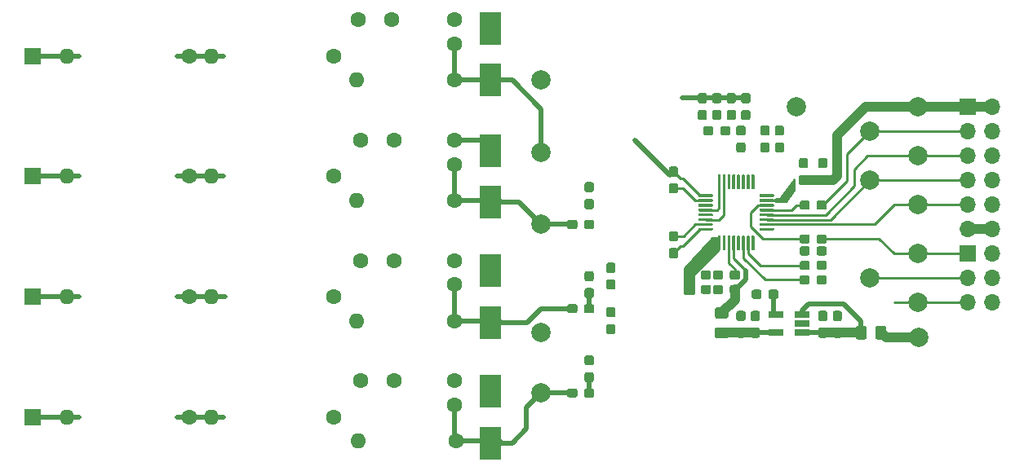
<source format=gbr>
%TF.GenerationSoftware,KiCad,Pcbnew,(5.1.5-0)*%
%TF.CreationDate,2020-04-03T13:37:13+02:00*%
%TF.ProjectId,egc_ads1292,6567635f-6164-4733-9132-39322e6b6963,rev?*%
%TF.SameCoordinates,PX23c3460PY8f0d180*%
%TF.FileFunction,Copper,L1,Top*%
%TF.FilePolarity,Positive*%
%FSLAX46Y46*%
G04 Gerber Fmt 4.6, Leading zero omitted, Abs format (unit mm)*
G04 Created by KiCad (PCBNEW (5.1.5-0)) date 2020-04-03 13:37:13*
%MOMM*%
%LPD*%
G04 APERTURE LIST*
%ADD10O,1.600000X1.600000*%
%ADD11C,1.600000*%
%ADD12R,2.300000X3.500000*%
%ADD13C,0.100000*%
%ADD14O,1.700000X1.700000*%
%ADD15R,1.700000X1.700000*%
%ADD16R,1.560000X0.650000*%
%ADD17C,2.000000*%
%ADD18C,0.500000*%
%ADD19C,1.000000*%
%ADD20C,0.250000*%
%ADD21C,0.254000*%
%ADD22C,0.150000*%
G04 APERTURE END LIST*
D10*
X47340000Y41250000D03*
D11*
X57500000Y41250000D03*
D10*
X32300000Y31250000D03*
D11*
X45000000Y31250000D03*
D10*
X32300000Y18750000D03*
D11*
X45000000Y18750000D03*
D10*
X32300000Y6250000D03*
D11*
X45000000Y6250000D03*
D10*
X17300000Y43750000D03*
D11*
X30000000Y43750000D03*
X47750000Y22500000D03*
X51250000Y22500000D03*
X47750000Y10000000D03*
X51250000Y10000000D03*
D12*
X61250000Y33950000D03*
X61250000Y28550000D03*
X61250000Y21450000D03*
X61250000Y16050000D03*
X61250000Y8950000D03*
X61250000Y3550000D03*
D11*
X57500000Y22500000D03*
X57500000Y20000000D03*
%TA.AperFunction,SMDPad,CuDef*%
D13*
G36*
X94185779Y20973856D02*
G01*
X94208834Y20970437D01*
X94231443Y20964773D01*
X94253387Y20956921D01*
X94274457Y20946956D01*
X94294448Y20934974D01*
X94313168Y20921090D01*
X94330438Y20905438D01*
X94346090Y20888168D01*
X94359974Y20869448D01*
X94371956Y20849457D01*
X94381921Y20828387D01*
X94389773Y20806443D01*
X94395437Y20783834D01*
X94398856Y20760779D01*
X94400000Y20737500D01*
X94400000Y20262500D01*
X94398856Y20239221D01*
X94395437Y20216166D01*
X94389773Y20193557D01*
X94381921Y20171613D01*
X94371956Y20150543D01*
X94359974Y20130552D01*
X94346090Y20111832D01*
X94330438Y20094562D01*
X94313168Y20078910D01*
X94294448Y20065026D01*
X94274457Y20053044D01*
X94253387Y20043079D01*
X94231443Y20035227D01*
X94208834Y20029563D01*
X94185779Y20026144D01*
X94162500Y20025000D01*
X93587500Y20025000D01*
X93564221Y20026144D01*
X93541166Y20029563D01*
X93518557Y20035227D01*
X93496613Y20043079D01*
X93475543Y20053044D01*
X93455552Y20065026D01*
X93436832Y20078910D01*
X93419562Y20094562D01*
X93403910Y20111832D01*
X93390026Y20130552D01*
X93378044Y20150543D01*
X93368079Y20171613D01*
X93360227Y20193557D01*
X93354563Y20216166D01*
X93351144Y20239221D01*
X93350000Y20262500D01*
X93350000Y20737500D01*
X93351144Y20760779D01*
X93354563Y20783834D01*
X93360227Y20806443D01*
X93368079Y20828387D01*
X93378044Y20849457D01*
X93390026Y20869448D01*
X93403910Y20888168D01*
X93419562Y20905438D01*
X93436832Y20921090D01*
X93455552Y20934974D01*
X93475543Y20946956D01*
X93496613Y20956921D01*
X93518557Y20964773D01*
X93541166Y20970437D01*
X93564221Y20973856D01*
X93587500Y20975000D01*
X94162500Y20975000D01*
X94185779Y20973856D01*
G37*
%TD.AperFunction*%
%TA.AperFunction,SMDPad,CuDef*%
G36*
X95935779Y20973856D02*
G01*
X95958834Y20970437D01*
X95981443Y20964773D01*
X96003387Y20956921D01*
X96024457Y20946956D01*
X96044448Y20934974D01*
X96063168Y20921090D01*
X96080438Y20905438D01*
X96096090Y20888168D01*
X96109974Y20869448D01*
X96121956Y20849457D01*
X96131921Y20828387D01*
X96139773Y20806443D01*
X96145437Y20783834D01*
X96148856Y20760779D01*
X96150000Y20737500D01*
X96150000Y20262500D01*
X96148856Y20239221D01*
X96145437Y20216166D01*
X96139773Y20193557D01*
X96131921Y20171613D01*
X96121956Y20150543D01*
X96109974Y20130552D01*
X96096090Y20111832D01*
X96080438Y20094562D01*
X96063168Y20078910D01*
X96044448Y20065026D01*
X96024457Y20053044D01*
X96003387Y20043079D01*
X95981443Y20035227D01*
X95958834Y20029563D01*
X95935779Y20026144D01*
X95912500Y20025000D01*
X95337500Y20025000D01*
X95314221Y20026144D01*
X95291166Y20029563D01*
X95268557Y20035227D01*
X95246613Y20043079D01*
X95225543Y20053044D01*
X95205552Y20065026D01*
X95186832Y20078910D01*
X95169562Y20094562D01*
X95153910Y20111832D01*
X95140026Y20130552D01*
X95128044Y20150543D01*
X95118079Y20171613D01*
X95110227Y20193557D01*
X95104563Y20216166D01*
X95101144Y20239221D01*
X95100000Y20262500D01*
X95100000Y20737500D01*
X95101144Y20760779D01*
X95104563Y20783834D01*
X95110227Y20806443D01*
X95118079Y20828387D01*
X95128044Y20849457D01*
X95140026Y20869448D01*
X95153910Y20888168D01*
X95169562Y20905438D01*
X95186832Y20921090D01*
X95205552Y20934974D01*
X95225543Y20946956D01*
X95246613Y20956921D01*
X95268557Y20964773D01*
X95291166Y20970437D01*
X95314221Y20973856D01*
X95337500Y20975000D01*
X95912500Y20975000D01*
X95935779Y20973856D01*
G37*
%TD.AperFunction*%
D14*
X113290000Y18120000D03*
X110750000Y18120000D03*
X113290000Y20660000D03*
X110750000Y20660000D03*
X113290000Y23200000D03*
D15*
X110750000Y23200000D03*
D16*
X90900000Y15000000D03*
X90900000Y16900000D03*
X93600000Y16900000D03*
X93600000Y15950000D03*
X93600000Y15000000D03*
D17*
X92970000Y38440000D03*
X105630000Y23200000D03*
X105630000Y18120000D03*
X100590000Y20660000D03*
X100590000Y35900000D03*
X100590000Y30820000D03*
X105630000Y33360000D03*
X105630000Y28280000D03*
X105670000Y14500000D03*
X105630000Y38440000D03*
X66500000Y41250000D03*
X66500000Y33750000D03*
X66500000Y26250000D03*
X66500000Y15000000D03*
X66500000Y8750000D03*
%TA.AperFunction,SMDPad,CuDef*%
D13*
G36*
X91510779Y34773856D02*
G01*
X91533834Y34770437D01*
X91556443Y34764773D01*
X91578387Y34756921D01*
X91599457Y34746956D01*
X91619448Y34734974D01*
X91638168Y34721090D01*
X91655438Y34705438D01*
X91671090Y34688168D01*
X91684974Y34669448D01*
X91696956Y34649457D01*
X91706921Y34628387D01*
X91714773Y34606443D01*
X91720437Y34583834D01*
X91723856Y34560779D01*
X91725000Y34537500D01*
X91725000Y33962500D01*
X91723856Y33939221D01*
X91720437Y33916166D01*
X91714773Y33893557D01*
X91706921Y33871613D01*
X91696956Y33850543D01*
X91684974Y33830552D01*
X91671090Y33811832D01*
X91655438Y33794562D01*
X91638168Y33778910D01*
X91619448Y33765026D01*
X91599457Y33753044D01*
X91578387Y33743079D01*
X91556443Y33735227D01*
X91533834Y33729563D01*
X91510779Y33726144D01*
X91487500Y33725000D01*
X91012500Y33725000D01*
X90989221Y33726144D01*
X90966166Y33729563D01*
X90943557Y33735227D01*
X90921613Y33743079D01*
X90900543Y33753044D01*
X90880552Y33765026D01*
X90861832Y33778910D01*
X90844562Y33794562D01*
X90828910Y33811832D01*
X90815026Y33830552D01*
X90803044Y33850543D01*
X90793079Y33871613D01*
X90785227Y33893557D01*
X90779563Y33916166D01*
X90776144Y33939221D01*
X90775000Y33962500D01*
X90775000Y34537500D01*
X90776144Y34560779D01*
X90779563Y34583834D01*
X90785227Y34606443D01*
X90793079Y34628387D01*
X90803044Y34649457D01*
X90815026Y34669448D01*
X90828910Y34688168D01*
X90844562Y34705438D01*
X90861832Y34721090D01*
X90880552Y34734974D01*
X90900543Y34746956D01*
X90921613Y34756921D01*
X90943557Y34764773D01*
X90966166Y34770437D01*
X90989221Y34773856D01*
X91012500Y34775000D01*
X91487500Y34775000D01*
X91510779Y34773856D01*
G37*
%TD.AperFunction*%
%TA.AperFunction,SMDPad,CuDef*%
G36*
X91510779Y36523856D02*
G01*
X91533834Y36520437D01*
X91556443Y36514773D01*
X91578387Y36506921D01*
X91599457Y36496956D01*
X91619448Y36484974D01*
X91638168Y36471090D01*
X91655438Y36455438D01*
X91671090Y36438168D01*
X91684974Y36419448D01*
X91696956Y36399457D01*
X91706921Y36378387D01*
X91714773Y36356443D01*
X91720437Y36333834D01*
X91723856Y36310779D01*
X91725000Y36287500D01*
X91725000Y35712500D01*
X91723856Y35689221D01*
X91720437Y35666166D01*
X91714773Y35643557D01*
X91706921Y35621613D01*
X91696956Y35600543D01*
X91684974Y35580552D01*
X91671090Y35561832D01*
X91655438Y35544562D01*
X91638168Y35528910D01*
X91619448Y35515026D01*
X91599457Y35503044D01*
X91578387Y35493079D01*
X91556443Y35485227D01*
X91533834Y35479563D01*
X91510779Y35476144D01*
X91487500Y35475000D01*
X91012500Y35475000D01*
X90989221Y35476144D01*
X90966166Y35479563D01*
X90943557Y35485227D01*
X90921613Y35493079D01*
X90900543Y35503044D01*
X90880552Y35515026D01*
X90861832Y35528910D01*
X90844562Y35544562D01*
X90828910Y35561832D01*
X90815026Y35580552D01*
X90803044Y35600543D01*
X90793079Y35621613D01*
X90785227Y35643557D01*
X90779563Y35666166D01*
X90776144Y35689221D01*
X90775000Y35712500D01*
X90775000Y36287500D01*
X90776144Y36310779D01*
X90779563Y36333834D01*
X90785227Y36356443D01*
X90793079Y36378387D01*
X90803044Y36399457D01*
X90815026Y36419448D01*
X90828910Y36438168D01*
X90844562Y36455438D01*
X90861832Y36471090D01*
X90880552Y36484974D01*
X90900543Y36496956D01*
X90921613Y36506921D01*
X90943557Y36514773D01*
X90966166Y36520437D01*
X90989221Y36523856D01*
X91012500Y36525000D01*
X91487500Y36525000D01*
X91510779Y36523856D01*
G37*
%TD.AperFunction*%
%TA.AperFunction,SMDPad,CuDef*%
G36*
X90010779Y36523856D02*
G01*
X90033834Y36520437D01*
X90056443Y36514773D01*
X90078387Y36506921D01*
X90099457Y36496956D01*
X90119448Y36484974D01*
X90138168Y36471090D01*
X90155438Y36455438D01*
X90171090Y36438168D01*
X90184974Y36419448D01*
X90196956Y36399457D01*
X90206921Y36378387D01*
X90214773Y36356443D01*
X90220437Y36333834D01*
X90223856Y36310779D01*
X90225000Y36287500D01*
X90225000Y35712500D01*
X90223856Y35689221D01*
X90220437Y35666166D01*
X90214773Y35643557D01*
X90206921Y35621613D01*
X90196956Y35600543D01*
X90184974Y35580552D01*
X90171090Y35561832D01*
X90155438Y35544562D01*
X90138168Y35528910D01*
X90119448Y35515026D01*
X90099457Y35503044D01*
X90078387Y35493079D01*
X90056443Y35485227D01*
X90033834Y35479563D01*
X90010779Y35476144D01*
X89987500Y35475000D01*
X89512500Y35475000D01*
X89489221Y35476144D01*
X89466166Y35479563D01*
X89443557Y35485227D01*
X89421613Y35493079D01*
X89400543Y35503044D01*
X89380552Y35515026D01*
X89361832Y35528910D01*
X89344562Y35544562D01*
X89328910Y35561832D01*
X89315026Y35580552D01*
X89303044Y35600543D01*
X89293079Y35621613D01*
X89285227Y35643557D01*
X89279563Y35666166D01*
X89276144Y35689221D01*
X89275000Y35712500D01*
X89275000Y36287500D01*
X89276144Y36310779D01*
X89279563Y36333834D01*
X89285227Y36356443D01*
X89293079Y36378387D01*
X89303044Y36399457D01*
X89315026Y36419448D01*
X89328910Y36438168D01*
X89344562Y36455438D01*
X89361832Y36471090D01*
X89380552Y36484974D01*
X89400543Y36496956D01*
X89421613Y36506921D01*
X89443557Y36514773D01*
X89466166Y36520437D01*
X89489221Y36523856D01*
X89512500Y36525000D01*
X89987500Y36525000D01*
X90010779Y36523856D01*
G37*
%TD.AperFunction*%
%TA.AperFunction,SMDPad,CuDef*%
G36*
X90010779Y34773856D02*
G01*
X90033834Y34770437D01*
X90056443Y34764773D01*
X90078387Y34756921D01*
X90099457Y34746956D01*
X90119448Y34734974D01*
X90138168Y34721090D01*
X90155438Y34705438D01*
X90171090Y34688168D01*
X90184974Y34669448D01*
X90196956Y34649457D01*
X90206921Y34628387D01*
X90214773Y34606443D01*
X90220437Y34583834D01*
X90223856Y34560779D01*
X90225000Y34537500D01*
X90225000Y33962500D01*
X90223856Y33939221D01*
X90220437Y33916166D01*
X90214773Y33893557D01*
X90206921Y33871613D01*
X90196956Y33850543D01*
X90184974Y33830552D01*
X90171090Y33811832D01*
X90155438Y33794562D01*
X90138168Y33778910D01*
X90119448Y33765026D01*
X90099457Y33753044D01*
X90078387Y33743079D01*
X90056443Y33735227D01*
X90033834Y33729563D01*
X90010779Y33726144D01*
X89987500Y33725000D01*
X89512500Y33725000D01*
X89489221Y33726144D01*
X89466166Y33729563D01*
X89443557Y33735227D01*
X89421613Y33743079D01*
X89400543Y33753044D01*
X89380552Y33765026D01*
X89361832Y33778910D01*
X89344562Y33794562D01*
X89328910Y33811832D01*
X89315026Y33830552D01*
X89303044Y33850543D01*
X89293079Y33871613D01*
X89285227Y33893557D01*
X89279563Y33916166D01*
X89276144Y33939221D01*
X89275000Y33962500D01*
X89275000Y34537500D01*
X89276144Y34560779D01*
X89279563Y34583834D01*
X89285227Y34606443D01*
X89293079Y34628387D01*
X89303044Y34649457D01*
X89315026Y34669448D01*
X89328910Y34688168D01*
X89344562Y34705438D01*
X89361832Y34721090D01*
X89380552Y34734974D01*
X89400543Y34746956D01*
X89421613Y34756921D01*
X89443557Y34764773D01*
X89466166Y34770437D01*
X89489221Y34773856D01*
X89512500Y34775000D01*
X89987500Y34775000D01*
X90010779Y34773856D01*
G37*
%TD.AperFunction*%
%TA.AperFunction,SMDPad,CuDef*%
G36*
X94185779Y28723856D02*
G01*
X94208834Y28720437D01*
X94231443Y28714773D01*
X94253387Y28706921D01*
X94274457Y28696956D01*
X94294448Y28684974D01*
X94313168Y28671090D01*
X94330438Y28655438D01*
X94346090Y28638168D01*
X94359974Y28619448D01*
X94371956Y28599457D01*
X94381921Y28578387D01*
X94389773Y28556443D01*
X94395437Y28533834D01*
X94398856Y28510779D01*
X94400000Y28487500D01*
X94400000Y28012500D01*
X94398856Y27989221D01*
X94395437Y27966166D01*
X94389773Y27943557D01*
X94381921Y27921613D01*
X94371956Y27900543D01*
X94359974Y27880552D01*
X94346090Y27861832D01*
X94330438Y27844562D01*
X94313168Y27828910D01*
X94294448Y27815026D01*
X94274457Y27803044D01*
X94253387Y27793079D01*
X94231443Y27785227D01*
X94208834Y27779563D01*
X94185779Y27776144D01*
X94162500Y27775000D01*
X93587500Y27775000D01*
X93564221Y27776144D01*
X93541166Y27779563D01*
X93518557Y27785227D01*
X93496613Y27793079D01*
X93475543Y27803044D01*
X93455552Y27815026D01*
X93436832Y27828910D01*
X93419562Y27844562D01*
X93403910Y27861832D01*
X93390026Y27880552D01*
X93378044Y27900543D01*
X93368079Y27921613D01*
X93360227Y27943557D01*
X93354563Y27966166D01*
X93351144Y27989221D01*
X93350000Y28012500D01*
X93350000Y28487500D01*
X93351144Y28510779D01*
X93354563Y28533834D01*
X93360227Y28556443D01*
X93368079Y28578387D01*
X93378044Y28599457D01*
X93390026Y28619448D01*
X93403910Y28638168D01*
X93419562Y28655438D01*
X93436832Y28671090D01*
X93455552Y28684974D01*
X93475543Y28696956D01*
X93496613Y28706921D01*
X93518557Y28714773D01*
X93541166Y28720437D01*
X93564221Y28723856D01*
X93587500Y28725000D01*
X94162500Y28725000D01*
X94185779Y28723856D01*
G37*
%TD.AperFunction*%
%TA.AperFunction,SMDPad,CuDef*%
G36*
X95935779Y28723856D02*
G01*
X95958834Y28720437D01*
X95981443Y28714773D01*
X96003387Y28706921D01*
X96024457Y28696956D01*
X96044448Y28684974D01*
X96063168Y28671090D01*
X96080438Y28655438D01*
X96096090Y28638168D01*
X96109974Y28619448D01*
X96121956Y28599457D01*
X96131921Y28578387D01*
X96139773Y28556443D01*
X96145437Y28533834D01*
X96148856Y28510779D01*
X96150000Y28487500D01*
X96150000Y28012500D01*
X96148856Y27989221D01*
X96145437Y27966166D01*
X96139773Y27943557D01*
X96131921Y27921613D01*
X96121956Y27900543D01*
X96109974Y27880552D01*
X96096090Y27861832D01*
X96080438Y27844562D01*
X96063168Y27828910D01*
X96044448Y27815026D01*
X96024457Y27803044D01*
X96003387Y27793079D01*
X95981443Y27785227D01*
X95958834Y27779563D01*
X95935779Y27776144D01*
X95912500Y27775000D01*
X95337500Y27775000D01*
X95314221Y27776144D01*
X95291166Y27779563D01*
X95268557Y27785227D01*
X95246613Y27793079D01*
X95225543Y27803044D01*
X95205552Y27815026D01*
X95186832Y27828910D01*
X95169562Y27844562D01*
X95153910Y27861832D01*
X95140026Y27880552D01*
X95128044Y27900543D01*
X95118079Y27921613D01*
X95110227Y27943557D01*
X95104563Y27966166D01*
X95101144Y27989221D01*
X95100000Y28012500D01*
X95100000Y28487500D01*
X95101144Y28510779D01*
X95104563Y28533834D01*
X95110227Y28556443D01*
X95118079Y28578387D01*
X95128044Y28599457D01*
X95140026Y28619448D01*
X95153910Y28638168D01*
X95169562Y28655438D01*
X95186832Y28671090D01*
X95205552Y28684974D01*
X95225543Y28696956D01*
X95246613Y28706921D01*
X95268557Y28714773D01*
X95291166Y28720437D01*
X95314221Y28723856D01*
X95337500Y28725000D01*
X95912500Y28725000D01*
X95935779Y28723856D01*
G37*
%TD.AperFunction*%
%TA.AperFunction,SMDPad,CuDef*%
G36*
X94185779Y25223856D02*
G01*
X94208834Y25220437D01*
X94231443Y25214773D01*
X94253387Y25206921D01*
X94274457Y25196956D01*
X94294448Y25184974D01*
X94313168Y25171090D01*
X94330438Y25155438D01*
X94346090Y25138168D01*
X94359974Y25119448D01*
X94371956Y25099457D01*
X94381921Y25078387D01*
X94389773Y25056443D01*
X94395437Y25033834D01*
X94398856Y25010779D01*
X94400000Y24987500D01*
X94400000Y24512500D01*
X94398856Y24489221D01*
X94395437Y24466166D01*
X94389773Y24443557D01*
X94381921Y24421613D01*
X94371956Y24400543D01*
X94359974Y24380552D01*
X94346090Y24361832D01*
X94330438Y24344562D01*
X94313168Y24328910D01*
X94294448Y24315026D01*
X94274457Y24303044D01*
X94253387Y24293079D01*
X94231443Y24285227D01*
X94208834Y24279563D01*
X94185779Y24276144D01*
X94162500Y24275000D01*
X93587500Y24275000D01*
X93564221Y24276144D01*
X93541166Y24279563D01*
X93518557Y24285227D01*
X93496613Y24293079D01*
X93475543Y24303044D01*
X93455552Y24315026D01*
X93436832Y24328910D01*
X93419562Y24344562D01*
X93403910Y24361832D01*
X93390026Y24380552D01*
X93378044Y24400543D01*
X93368079Y24421613D01*
X93360227Y24443557D01*
X93354563Y24466166D01*
X93351144Y24489221D01*
X93350000Y24512500D01*
X93350000Y24987500D01*
X93351144Y25010779D01*
X93354563Y25033834D01*
X93360227Y25056443D01*
X93368079Y25078387D01*
X93378044Y25099457D01*
X93390026Y25119448D01*
X93403910Y25138168D01*
X93419562Y25155438D01*
X93436832Y25171090D01*
X93455552Y25184974D01*
X93475543Y25196956D01*
X93496613Y25206921D01*
X93518557Y25214773D01*
X93541166Y25220437D01*
X93564221Y25223856D01*
X93587500Y25225000D01*
X94162500Y25225000D01*
X94185779Y25223856D01*
G37*
%TD.AperFunction*%
%TA.AperFunction,SMDPad,CuDef*%
G36*
X95935779Y25223856D02*
G01*
X95958834Y25220437D01*
X95981443Y25214773D01*
X96003387Y25206921D01*
X96024457Y25196956D01*
X96044448Y25184974D01*
X96063168Y25171090D01*
X96080438Y25155438D01*
X96096090Y25138168D01*
X96109974Y25119448D01*
X96121956Y25099457D01*
X96131921Y25078387D01*
X96139773Y25056443D01*
X96145437Y25033834D01*
X96148856Y25010779D01*
X96150000Y24987500D01*
X96150000Y24512500D01*
X96148856Y24489221D01*
X96145437Y24466166D01*
X96139773Y24443557D01*
X96131921Y24421613D01*
X96121956Y24400543D01*
X96109974Y24380552D01*
X96096090Y24361832D01*
X96080438Y24344562D01*
X96063168Y24328910D01*
X96044448Y24315026D01*
X96024457Y24303044D01*
X96003387Y24293079D01*
X95981443Y24285227D01*
X95958834Y24279563D01*
X95935779Y24276144D01*
X95912500Y24275000D01*
X95337500Y24275000D01*
X95314221Y24276144D01*
X95291166Y24279563D01*
X95268557Y24285227D01*
X95246613Y24293079D01*
X95225543Y24303044D01*
X95205552Y24315026D01*
X95186832Y24328910D01*
X95169562Y24344562D01*
X95153910Y24361832D01*
X95140026Y24380552D01*
X95128044Y24400543D01*
X95118079Y24421613D01*
X95110227Y24443557D01*
X95104563Y24466166D01*
X95101144Y24489221D01*
X95100000Y24512500D01*
X95100000Y24987500D01*
X95101144Y25010779D01*
X95104563Y25033834D01*
X95110227Y25056443D01*
X95118079Y25078387D01*
X95128044Y25099457D01*
X95140026Y25119448D01*
X95153910Y25138168D01*
X95169562Y25155438D01*
X95186832Y25171090D01*
X95205552Y25184974D01*
X95225543Y25196956D01*
X95246613Y25206921D01*
X95268557Y25214773D01*
X95291166Y25220437D01*
X95314221Y25223856D01*
X95337500Y25225000D01*
X95912500Y25225000D01*
X95935779Y25223856D01*
G37*
%TD.AperFunction*%
%TA.AperFunction,SMDPad,CuDef*%
G36*
X85010779Y38148856D02*
G01*
X85033834Y38145437D01*
X85056443Y38139773D01*
X85078387Y38131921D01*
X85099457Y38121956D01*
X85119448Y38109974D01*
X85138168Y38096090D01*
X85155438Y38080438D01*
X85171090Y38063168D01*
X85184974Y38044448D01*
X85196956Y38024457D01*
X85206921Y38003387D01*
X85214773Y37981443D01*
X85220437Y37958834D01*
X85223856Y37935779D01*
X85225000Y37912500D01*
X85225000Y37337500D01*
X85223856Y37314221D01*
X85220437Y37291166D01*
X85214773Y37268557D01*
X85206921Y37246613D01*
X85196956Y37225543D01*
X85184974Y37205552D01*
X85171090Y37186832D01*
X85155438Y37169562D01*
X85138168Y37153910D01*
X85119448Y37140026D01*
X85099457Y37128044D01*
X85078387Y37118079D01*
X85056443Y37110227D01*
X85033834Y37104563D01*
X85010779Y37101144D01*
X84987500Y37100000D01*
X84512500Y37100000D01*
X84489221Y37101144D01*
X84466166Y37104563D01*
X84443557Y37110227D01*
X84421613Y37118079D01*
X84400543Y37128044D01*
X84380552Y37140026D01*
X84361832Y37153910D01*
X84344562Y37169562D01*
X84328910Y37186832D01*
X84315026Y37205552D01*
X84303044Y37225543D01*
X84293079Y37246613D01*
X84285227Y37268557D01*
X84279563Y37291166D01*
X84276144Y37314221D01*
X84275000Y37337500D01*
X84275000Y37912500D01*
X84276144Y37935779D01*
X84279563Y37958834D01*
X84285227Y37981443D01*
X84293079Y38003387D01*
X84303044Y38024457D01*
X84315026Y38044448D01*
X84328910Y38063168D01*
X84344562Y38080438D01*
X84361832Y38096090D01*
X84380552Y38109974D01*
X84400543Y38121956D01*
X84421613Y38131921D01*
X84443557Y38139773D01*
X84466166Y38145437D01*
X84489221Y38148856D01*
X84512500Y38150000D01*
X84987500Y38150000D01*
X85010779Y38148856D01*
G37*
%TD.AperFunction*%
%TA.AperFunction,SMDPad,CuDef*%
G36*
X85010779Y39898856D02*
G01*
X85033834Y39895437D01*
X85056443Y39889773D01*
X85078387Y39881921D01*
X85099457Y39871956D01*
X85119448Y39859974D01*
X85138168Y39846090D01*
X85155438Y39830438D01*
X85171090Y39813168D01*
X85184974Y39794448D01*
X85196956Y39774457D01*
X85206921Y39753387D01*
X85214773Y39731443D01*
X85220437Y39708834D01*
X85223856Y39685779D01*
X85225000Y39662500D01*
X85225000Y39087500D01*
X85223856Y39064221D01*
X85220437Y39041166D01*
X85214773Y39018557D01*
X85206921Y38996613D01*
X85196956Y38975543D01*
X85184974Y38955552D01*
X85171090Y38936832D01*
X85155438Y38919562D01*
X85138168Y38903910D01*
X85119448Y38890026D01*
X85099457Y38878044D01*
X85078387Y38868079D01*
X85056443Y38860227D01*
X85033834Y38854563D01*
X85010779Y38851144D01*
X84987500Y38850000D01*
X84512500Y38850000D01*
X84489221Y38851144D01*
X84466166Y38854563D01*
X84443557Y38860227D01*
X84421613Y38868079D01*
X84400543Y38878044D01*
X84380552Y38890026D01*
X84361832Y38903910D01*
X84344562Y38919562D01*
X84328910Y38936832D01*
X84315026Y38955552D01*
X84303044Y38975543D01*
X84293079Y38996613D01*
X84285227Y39018557D01*
X84279563Y39041166D01*
X84276144Y39064221D01*
X84275000Y39087500D01*
X84275000Y39662500D01*
X84276144Y39685779D01*
X84279563Y39708834D01*
X84285227Y39731443D01*
X84293079Y39753387D01*
X84303044Y39774457D01*
X84315026Y39794448D01*
X84328910Y39813168D01*
X84344562Y39830438D01*
X84361832Y39846090D01*
X84380552Y39859974D01*
X84400543Y39871956D01*
X84421613Y39881921D01*
X84443557Y39889773D01*
X84466166Y39895437D01*
X84489221Y39898856D01*
X84512500Y39900000D01*
X84987500Y39900000D01*
X85010779Y39898856D01*
G37*
%TD.AperFunction*%
%TA.AperFunction,SMDPad,CuDef*%
G36*
X83510779Y38148856D02*
G01*
X83533834Y38145437D01*
X83556443Y38139773D01*
X83578387Y38131921D01*
X83599457Y38121956D01*
X83619448Y38109974D01*
X83638168Y38096090D01*
X83655438Y38080438D01*
X83671090Y38063168D01*
X83684974Y38044448D01*
X83696956Y38024457D01*
X83706921Y38003387D01*
X83714773Y37981443D01*
X83720437Y37958834D01*
X83723856Y37935779D01*
X83725000Y37912500D01*
X83725000Y37337500D01*
X83723856Y37314221D01*
X83720437Y37291166D01*
X83714773Y37268557D01*
X83706921Y37246613D01*
X83696956Y37225543D01*
X83684974Y37205552D01*
X83671090Y37186832D01*
X83655438Y37169562D01*
X83638168Y37153910D01*
X83619448Y37140026D01*
X83599457Y37128044D01*
X83578387Y37118079D01*
X83556443Y37110227D01*
X83533834Y37104563D01*
X83510779Y37101144D01*
X83487500Y37100000D01*
X83012500Y37100000D01*
X82989221Y37101144D01*
X82966166Y37104563D01*
X82943557Y37110227D01*
X82921613Y37118079D01*
X82900543Y37128044D01*
X82880552Y37140026D01*
X82861832Y37153910D01*
X82844562Y37169562D01*
X82828910Y37186832D01*
X82815026Y37205552D01*
X82803044Y37225543D01*
X82793079Y37246613D01*
X82785227Y37268557D01*
X82779563Y37291166D01*
X82776144Y37314221D01*
X82775000Y37337500D01*
X82775000Y37912500D01*
X82776144Y37935779D01*
X82779563Y37958834D01*
X82785227Y37981443D01*
X82793079Y38003387D01*
X82803044Y38024457D01*
X82815026Y38044448D01*
X82828910Y38063168D01*
X82844562Y38080438D01*
X82861832Y38096090D01*
X82880552Y38109974D01*
X82900543Y38121956D01*
X82921613Y38131921D01*
X82943557Y38139773D01*
X82966166Y38145437D01*
X82989221Y38148856D01*
X83012500Y38150000D01*
X83487500Y38150000D01*
X83510779Y38148856D01*
G37*
%TD.AperFunction*%
%TA.AperFunction,SMDPad,CuDef*%
G36*
X83510779Y39898856D02*
G01*
X83533834Y39895437D01*
X83556443Y39889773D01*
X83578387Y39881921D01*
X83599457Y39871956D01*
X83619448Y39859974D01*
X83638168Y39846090D01*
X83655438Y39830438D01*
X83671090Y39813168D01*
X83684974Y39794448D01*
X83696956Y39774457D01*
X83706921Y39753387D01*
X83714773Y39731443D01*
X83720437Y39708834D01*
X83723856Y39685779D01*
X83725000Y39662500D01*
X83725000Y39087500D01*
X83723856Y39064221D01*
X83720437Y39041166D01*
X83714773Y39018557D01*
X83706921Y38996613D01*
X83696956Y38975543D01*
X83684974Y38955552D01*
X83671090Y38936832D01*
X83655438Y38919562D01*
X83638168Y38903910D01*
X83619448Y38890026D01*
X83599457Y38878044D01*
X83578387Y38868079D01*
X83556443Y38860227D01*
X83533834Y38854563D01*
X83510779Y38851144D01*
X83487500Y38850000D01*
X83012500Y38850000D01*
X82989221Y38851144D01*
X82966166Y38854563D01*
X82943557Y38860227D01*
X82921613Y38868079D01*
X82900543Y38878044D01*
X82880552Y38890026D01*
X82861832Y38903910D01*
X82844562Y38919562D01*
X82828910Y38936832D01*
X82815026Y38955552D01*
X82803044Y38975543D01*
X82793079Y38996613D01*
X82785227Y39018557D01*
X82779563Y39041166D01*
X82776144Y39064221D01*
X82775000Y39087500D01*
X82775000Y39662500D01*
X82776144Y39685779D01*
X82779563Y39708834D01*
X82785227Y39731443D01*
X82793079Y39753387D01*
X82803044Y39774457D01*
X82815026Y39794448D01*
X82828910Y39813168D01*
X82844562Y39830438D01*
X82861832Y39846090D01*
X82880552Y39859974D01*
X82900543Y39871956D01*
X82921613Y39881921D01*
X82943557Y39889773D01*
X82966166Y39895437D01*
X82989221Y39898856D01*
X83012500Y39900000D01*
X83487500Y39900000D01*
X83510779Y39898856D01*
G37*
%TD.AperFunction*%
%TA.AperFunction,SMDPad,CuDef*%
G36*
X86510779Y38148856D02*
G01*
X86533834Y38145437D01*
X86556443Y38139773D01*
X86578387Y38131921D01*
X86599457Y38121956D01*
X86619448Y38109974D01*
X86638168Y38096090D01*
X86655438Y38080438D01*
X86671090Y38063168D01*
X86684974Y38044448D01*
X86696956Y38024457D01*
X86706921Y38003387D01*
X86714773Y37981443D01*
X86720437Y37958834D01*
X86723856Y37935779D01*
X86725000Y37912500D01*
X86725000Y37337500D01*
X86723856Y37314221D01*
X86720437Y37291166D01*
X86714773Y37268557D01*
X86706921Y37246613D01*
X86696956Y37225543D01*
X86684974Y37205552D01*
X86671090Y37186832D01*
X86655438Y37169562D01*
X86638168Y37153910D01*
X86619448Y37140026D01*
X86599457Y37128044D01*
X86578387Y37118079D01*
X86556443Y37110227D01*
X86533834Y37104563D01*
X86510779Y37101144D01*
X86487500Y37100000D01*
X86012500Y37100000D01*
X85989221Y37101144D01*
X85966166Y37104563D01*
X85943557Y37110227D01*
X85921613Y37118079D01*
X85900543Y37128044D01*
X85880552Y37140026D01*
X85861832Y37153910D01*
X85844562Y37169562D01*
X85828910Y37186832D01*
X85815026Y37205552D01*
X85803044Y37225543D01*
X85793079Y37246613D01*
X85785227Y37268557D01*
X85779563Y37291166D01*
X85776144Y37314221D01*
X85775000Y37337500D01*
X85775000Y37912500D01*
X85776144Y37935779D01*
X85779563Y37958834D01*
X85785227Y37981443D01*
X85793079Y38003387D01*
X85803044Y38024457D01*
X85815026Y38044448D01*
X85828910Y38063168D01*
X85844562Y38080438D01*
X85861832Y38096090D01*
X85880552Y38109974D01*
X85900543Y38121956D01*
X85921613Y38131921D01*
X85943557Y38139773D01*
X85966166Y38145437D01*
X85989221Y38148856D01*
X86012500Y38150000D01*
X86487500Y38150000D01*
X86510779Y38148856D01*
G37*
%TD.AperFunction*%
%TA.AperFunction,SMDPad,CuDef*%
G36*
X86510779Y39898856D02*
G01*
X86533834Y39895437D01*
X86556443Y39889773D01*
X86578387Y39881921D01*
X86599457Y39871956D01*
X86619448Y39859974D01*
X86638168Y39846090D01*
X86655438Y39830438D01*
X86671090Y39813168D01*
X86684974Y39794448D01*
X86696956Y39774457D01*
X86706921Y39753387D01*
X86714773Y39731443D01*
X86720437Y39708834D01*
X86723856Y39685779D01*
X86725000Y39662500D01*
X86725000Y39087500D01*
X86723856Y39064221D01*
X86720437Y39041166D01*
X86714773Y39018557D01*
X86706921Y38996613D01*
X86696956Y38975543D01*
X86684974Y38955552D01*
X86671090Y38936832D01*
X86655438Y38919562D01*
X86638168Y38903910D01*
X86619448Y38890026D01*
X86599457Y38878044D01*
X86578387Y38868079D01*
X86556443Y38860227D01*
X86533834Y38854563D01*
X86510779Y38851144D01*
X86487500Y38850000D01*
X86012500Y38850000D01*
X85989221Y38851144D01*
X85966166Y38854563D01*
X85943557Y38860227D01*
X85921613Y38868079D01*
X85900543Y38878044D01*
X85880552Y38890026D01*
X85861832Y38903910D01*
X85844562Y38919562D01*
X85828910Y38936832D01*
X85815026Y38955552D01*
X85803044Y38975543D01*
X85793079Y38996613D01*
X85785227Y39018557D01*
X85779563Y39041166D01*
X85776144Y39064221D01*
X85775000Y39087500D01*
X85775000Y39662500D01*
X85776144Y39685779D01*
X85779563Y39708834D01*
X85785227Y39731443D01*
X85793079Y39753387D01*
X85803044Y39774457D01*
X85815026Y39794448D01*
X85828910Y39813168D01*
X85844562Y39830438D01*
X85861832Y39846090D01*
X85880552Y39859974D01*
X85900543Y39871956D01*
X85921613Y39881921D01*
X85943557Y39889773D01*
X85966166Y39895437D01*
X85989221Y39898856D01*
X86012500Y39900000D01*
X86487500Y39900000D01*
X86510779Y39898856D01*
G37*
%TD.AperFunction*%
%TA.AperFunction,SMDPad,CuDef*%
G36*
X71810779Y26723856D02*
G01*
X71833834Y26720437D01*
X71856443Y26714773D01*
X71878387Y26706921D01*
X71899457Y26696956D01*
X71919448Y26684974D01*
X71938168Y26671090D01*
X71955438Y26655438D01*
X71971090Y26638168D01*
X71984974Y26619448D01*
X71996956Y26599457D01*
X72006921Y26578387D01*
X72014773Y26556443D01*
X72020437Y26533834D01*
X72023856Y26510779D01*
X72025000Y26487500D01*
X72025000Y26012500D01*
X72023856Y25989221D01*
X72020437Y25966166D01*
X72014773Y25943557D01*
X72006921Y25921613D01*
X71996956Y25900543D01*
X71984974Y25880552D01*
X71971090Y25861832D01*
X71955438Y25844562D01*
X71938168Y25828910D01*
X71919448Y25815026D01*
X71899457Y25803044D01*
X71878387Y25793079D01*
X71856443Y25785227D01*
X71833834Y25779563D01*
X71810779Y25776144D01*
X71787500Y25775000D01*
X71212500Y25775000D01*
X71189221Y25776144D01*
X71166166Y25779563D01*
X71143557Y25785227D01*
X71121613Y25793079D01*
X71100543Y25803044D01*
X71080552Y25815026D01*
X71061832Y25828910D01*
X71044562Y25844562D01*
X71028910Y25861832D01*
X71015026Y25880552D01*
X71003044Y25900543D01*
X70993079Y25921613D01*
X70985227Y25943557D01*
X70979563Y25966166D01*
X70976144Y25989221D01*
X70975000Y26012500D01*
X70975000Y26487500D01*
X70976144Y26510779D01*
X70979563Y26533834D01*
X70985227Y26556443D01*
X70993079Y26578387D01*
X71003044Y26599457D01*
X71015026Y26619448D01*
X71028910Y26638168D01*
X71044562Y26655438D01*
X71061832Y26671090D01*
X71080552Y26684974D01*
X71100543Y26696956D01*
X71121613Y26706921D01*
X71143557Y26714773D01*
X71166166Y26720437D01*
X71189221Y26723856D01*
X71212500Y26725000D01*
X71787500Y26725000D01*
X71810779Y26723856D01*
G37*
%TD.AperFunction*%
%TA.AperFunction,SMDPad,CuDef*%
G36*
X70060779Y26723856D02*
G01*
X70083834Y26720437D01*
X70106443Y26714773D01*
X70128387Y26706921D01*
X70149457Y26696956D01*
X70169448Y26684974D01*
X70188168Y26671090D01*
X70205438Y26655438D01*
X70221090Y26638168D01*
X70234974Y26619448D01*
X70246956Y26599457D01*
X70256921Y26578387D01*
X70264773Y26556443D01*
X70270437Y26533834D01*
X70273856Y26510779D01*
X70275000Y26487500D01*
X70275000Y26012500D01*
X70273856Y25989221D01*
X70270437Y25966166D01*
X70264773Y25943557D01*
X70256921Y25921613D01*
X70246956Y25900543D01*
X70234974Y25880552D01*
X70221090Y25861832D01*
X70205438Y25844562D01*
X70188168Y25828910D01*
X70169448Y25815026D01*
X70149457Y25803044D01*
X70128387Y25793079D01*
X70106443Y25785227D01*
X70083834Y25779563D01*
X70060779Y25776144D01*
X70037500Y25775000D01*
X69462500Y25775000D01*
X69439221Y25776144D01*
X69416166Y25779563D01*
X69393557Y25785227D01*
X69371613Y25793079D01*
X69350543Y25803044D01*
X69330552Y25815026D01*
X69311832Y25828910D01*
X69294562Y25844562D01*
X69278910Y25861832D01*
X69265026Y25880552D01*
X69253044Y25900543D01*
X69243079Y25921613D01*
X69235227Y25943557D01*
X69229563Y25966166D01*
X69226144Y25989221D01*
X69225000Y26012500D01*
X69225000Y26487500D01*
X69226144Y26510779D01*
X69229563Y26533834D01*
X69235227Y26556443D01*
X69243079Y26578387D01*
X69253044Y26599457D01*
X69265026Y26619448D01*
X69278910Y26638168D01*
X69294562Y26655438D01*
X69311832Y26671090D01*
X69330552Y26684974D01*
X69350543Y26696956D01*
X69371613Y26706921D01*
X69393557Y26714773D01*
X69416166Y26720437D01*
X69439221Y26723856D01*
X69462500Y26725000D01*
X70037500Y26725000D01*
X70060779Y26723856D01*
G37*
%TD.AperFunction*%
%TA.AperFunction,SMDPad,CuDef*%
G36*
X70060779Y17973856D02*
G01*
X70083834Y17970437D01*
X70106443Y17964773D01*
X70128387Y17956921D01*
X70149457Y17946956D01*
X70169448Y17934974D01*
X70188168Y17921090D01*
X70205438Y17905438D01*
X70221090Y17888168D01*
X70234974Y17869448D01*
X70246956Y17849457D01*
X70256921Y17828387D01*
X70264773Y17806443D01*
X70270437Y17783834D01*
X70273856Y17760779D01*
X70275000Y17737500D01*
X70275000Y17262500D01*
X70273856Y17239221D01*
X70270437Y17216166D01*
X70264773Y17193557D01*
X70256921Y17171613D01*
X70246956Y17150543D01*
X70234974Y17130552D01*
X70221090Y17111832D01*
X70205438Y17094562D01*
X70188168Y17078910D01*
X70169448Y17065026D01*
X70149457Y17053044D01*
X70128387Y17043079D01*
X70106443Y17035227D01*
X70083834Y17029563D01*
X70060779Y17026144D01*
X70037500Y17025000D01*
X69462500Y17025000D01*
X69439221Y17026144D01*
X69416166Y17029563D01*
X69393557Y17035227D01*
X69371613Y17043079D01*
X69350543Y17053044D01*
X69330552Y17065026D01*
X69311832Y17078910D01*
X69294562Y17094562D01*
X69278910Y17111832D01*
X69265026Y17130552D01*
X69253044Y17150543D01*
X69243079Y17171613D01*
X69235227Y17193557D01*
X69229563Y17216166D01*
X69226144Y17239221D01*
X69225000Y17262500D01*
X69225000Y17737500D01*
X69226144Y17760779D01*
X69229563Y17783834D01*
X69235227Y17806443D01*
X69243079Y17828387D01*
X69253044Y17849457D01*
X69265026Y17869448D01*
X69278910Y17888168D01*
X69294562Y17905438D01*
X69311832Y17921090D01*
X69330552Y17934974D01*
X69350543Y17946956D01*
X69371613Y17956921D01*
X69393557Y17964773D01*
X69416166Y17970437D01*
X69439221Y17973856D01*
X69462500Y17975000D01*
X70037500Y17975000D01*
X70060779Y17973856D01*
G37*
%TD.AperFunction*%
%TA.AperFunction,SMDPad,CuDef*%
G36*
X71810779Y17973856D02*
G01*
X71833834Y17970437D01*
X71856443Y17964773D01*
X71878387Y17956921D01*
X71899457Y17946956D01*
X71919448Y17934974D01*
X71938168Y17921090D01*
X71955438Y17905438D01*
X71971090Y17888168D01*
X71984974Y17869448D01*
X71996956Y17849457D01*
X72006921Y17828387D01*
X72014773Y17806443D01*
X72020437Y17783834D01*
X72023856Y17760779D01*
X72025000Y17737500D01*
X72025000Y17262500D01*
X72023856Y17239221D01*
X72020437Y17216166D01*
X72014773Y17193557D01*
X72006921Y17171613D01*
X71996956Y17150543D01*
X71984974Y17130552D01*
X71971090Y17111832D01*
X71955438Y17094562D01*
X71938168Y17078910D01*
X71919448Y17065026D01*
X71899457Y17053044D01*
X71878387Y17043079D01*
X71856443Y17035227D01*
X71833834Y17029563D01*
X71810779Y17026144D01*
X71787500Y17025000D01*
X71212500Y17025000D01*
X71189221Y17026144D01*
X71166166Y17029563D01*
X71143557Y17035227D01*
X71121613Y17043079D01*
X71100543Y17053044D01*
X71080552Y17065026D01*
X71061832Y17078910D01*
X71044562Y17094562D01*
X71028910Y17111832D01*
X71015026Y17130552D01*
X71003044Y17150543D01*
X70993079Y17171613D01*
X70985227Y17193557D01*
X70979563Y17216166D01*
X70976144Y17239221D01*
X70975000Y17262500D01*
X70975000Y17737500D01*
X70976144Y17760779D01*
X70979563Y17783834D01*
X70985227Y17806443D01*
X70993079Y17828387D01*
X71003044Y17849457D01*
X71015026Y17869448D01*
X71028910Y17888168D01*
X71044562Y17905438D01*
X71061832Y17921090D01*
X71080552Y17934974D01*
X71100543Y17946956D01*
X71121613Y17956921D01*
X71143557Y17964773D01*
X71166166Y17970437D01*
X71189221Y17973856D01*
X71212500Y17975000D01*
X71787500Y17975000D01*
X71810779Y17973856D01*
G37*
%TD.AperFunction*%
%TA.AperFunction,SMDPad,CuDef*%
G36*
X71810779Y9223856D02*
G01*
X71833834Y9220437D01*
X71856443Y9214773D01*
X71878387Y9206921D01*
X71899457Y9196956D01*
X71919448Y9184974D01*
X71938168Y9171090D01*
X71955438Y9155438D01*
X71971090Y9138168D01*
X71984974Y9119448D01*
X71996956Y9099457D01*
X72006921Y9078387D01*
X72014773Y9056443D01*
X72020437Y9033834D01*
X72023856Y9010779D01*
X72025000Y8987500D01*
X72025000Y8512500D01*
X72023856Y8489221D01*
X72020437Y8466166D01*
X72014773Y8443557D01*
X72006921Y8421613D01*
X71996956Y8400543D01*
X71984974Y8380552D01*
X71971090Y8361832D01*
X71955438Y8344562D01*
X71938168Y8328910D01*
X71919448Y8315026D01*
X71899457Y8303044D01*
X71878387Y8293079D01*
X71856443Y8285227D01*
X71833834Y8279563D01*
X71810779Y8276144D01*
X71787500Y8275000D01*
X71212500Y8275000D01*
X71189221Y8276144D01*
X71166166Y8279563D01*
X71143557Y8285227D01*
X71121613Y8293079D01*
X71100543Y8303044D01*
X71080552Y8315026D01*
X71061832Y8328910D01*
X71044562Y8344562D01*
X71028910Y8361832D01*
X71015026Y8380552D01*
X71003044Y8400543D01*
X70993079Y8421613D01*
X70985227Y8443557D01*
X70979563Y8466166D01*
X70976144Y8489221D01*
X70975000Y8512500D01*
X70975000Y8987500D01*
X70976144Y9010779D01*
X70979563Y9033834D01*
X70985227Y9056443D01*
X70993079Y9078387D01*
X71003044Y9099457D01*
X71015026Y9119448D01*
X71028910Y9138168D01*
X71044562Y9155438D01*
X71061832Y9171090D01*
X71080552Y9184974D01*
X71100543Y9196956D01*
X71121613Y9206921D01*
X71143557Y9214773D01*
X71166166Y9220437D01*
X71189221Y9223856D01*
X71212500Y9225000D01*
X71787500Y9225000D01*
X71810779Y9223856D01*
G37*
%TD.AperFunction*%
%TA.AperFunction,SMDPad,CuDef*%
G36*
X70060779Y9223856D02*
G01*
X70083834Y9220437D01*
X70106443Y9214773D01*
X70128387Y9206921D01*
X70149457Y9196956D01*
X70169448Y9184974D01*
X70188168Y9171090D01*
X70205438Y9155438D01*
X70221090Y9138168D01*
X70234974Y9119448D01*
X70246956Y9099457D01*
X70256921Y9078387D01*
X70264773Y9056443D01*
X70270437Y9033834D01*
X70273856Y9010779D01*
X70275000Y8987500D01*
X70275000Y8512500D01*
X70273856Y8489221D01*
X70270437Y8466166D01*
X70264773Y8443557D01*
X70256921Y8421613D01*
X70246956Y8400543D01*
X70234974Y8380552D01*
X70221090Y8361832D01*
X70205438Y8344562D01*
X70188168Y8328910D01*
X70169448Y8315026D01*
X70149457Y8303044D01*
X70128387Y8293079D01*
X70106443Y8285227D01*
X70083834Y8279563D01*
X70060779Y8276144D01*
X70037500Y8275000D01*
X69462500Y8275000D01*
X69439221Y8276144D01*
X69416166Y8279563D01*
X69393557Y8285227D01*
X69371613Y8293079D01*
X69350543Y8303044D01*
X69330552Y8315026D01*
X69311832Y8328910D01*
X69294562Y8344562D01*
X69278910Y8361832D01*
X69265026Y8380552D01*
X69253044Y8400543D01*
X69243079Y8421613D01*
X69235227Y8443557D01*
X69229563Y8466166D01*
X69226144Y8489221D01*
X69225000Y8512500D01*
X69225000Y8987500D01*
X69226144Y9010779D01*
X69229563Y9033834D01*
X69235227Y9056443D01*
X69243079Y9078387D01*
X69253044Y9099457D01*
X69265026Y9119448D01*
X69278910Y9138168D01*
X69294562Y9155438D01*
X69311832Y9171090D01*
X69330552Y9184974D01*
X69350543Y9196956D01*
X69371613Y9206921D01*
X69393557Y9214773D01*
X69416166Y9220437D01*
X69439221Y9223856D01*
X69462500Y9225000D01*
X70037500Y9225000D01*
X70060779Y9223856D01*
G37*
%TD.AperFunction*%
%TA.AperFunction,SMDPad,CuDef*%
G36*
X94185779Y23973856D02*
G01*
X94208834Y23970437D01*
X94231443Y23964773D01*
X94253387Y23956921D01*
X94274457Y23946956D01*
X94294448Y23934974D01*
X94313168Y23921090D01*
X94330438Y23905438D01*
X94346090Y23888168D01*
X94359974Y23869448D01*
X94371956Y23849457D01*
X94381921Y23828387D01*
X94389773Y23806443D01*
X94395437Y23783834D01*
X94398856Y23760779D01*
X94400000Y23737500D01*
X94400000Y23262500D01*
X94398856Y23239221D01*
X94395437Y23216166D01*
X94389773Y23193557D01*
X94381921Y23171613D01*
X94371956Y23150543D01*
X94359974Y23130552D01*
X94346090Y23111832D01*
X94330438Y23094562D01*
X94313168Y23078910D01*
X94294448Y23065026D01*
X94274457Y23053044D01*
X94253387Y23043079D01*
X94231443Y23035227D01*
X94208834Y23029563D01*
X94185779Y23026144D01*
X94162500Y23025000D01*
X93587500Y23025000D01*
X93564221Y23026144D01*
X93541166Y23029563D01*
X93518557Y23035227D01*
X93496613Y23043079D01*
X93475543Y23053044D01*
X93455552Y23065026D01*
X93436832Y23078910D01*
X93419562Y23094562D01*
X93403910Y23111832D01*
X93390026Y23130552D01*
X93378044Y23150543D01*
X93368079Y23171613D01*
X93360227Y23193557D01*
X93354563Y23216166D01*
X93351144Y23239221D01*
X93350000Y23262500D01*
X93350000Y23737500D01*
X93351144Y23760779D01*
X93354563Y23783834D01*
X93360227Y23806443D01*
X93368079Y23828387D01*
X93378044Y23849457D01*
X93390026Y23869448D01*
X93403910Y23888168D01*
X93419562Y23905438D01*
X93436832Y23921090D01*
X93455552Y23934974D01*
X93475543Y23946956D01*
X93496613Y23956921D01*
X93518557Y23964773D01*
X93541166Y23970437D01*
X93564221Y23973856D01*
X93587500Y23975000D01*
X94162500Y23975000D01*
X94185779Y23973856D01*
G37*
%TD.AperFunction*%
%TA.AperFunction,SMDPad,CuDef*%
G36*
X95935779Y23973856D02*
G01*
X95958834Y23970437D01*
X95981443Y23964773D01*
X96003387Y23956921D01*
X96024457Y23946956D01*
X96044448Y23934974D01*
X96063168Y23921090D01*
X96080438Y23905438D01*
X96096090Y23888168D01*
X96109974Y23869448D01*
X96121956Y23849457D01*
X96131921Y23828387D01*
X96139773Y23806443D01*
X96145437Y23783834D01*
X96148856Y23760779D01*
X96150000Y23737500D01*
X96150000Y23262500D01*
X96148856Y23239221D01*
X96145437Y23216166D01*
X96139773Y23193557D01*
X96131921Y23171613D01*
X96121956Y23150543D01*
X96109974Y23130552D01*
X96096090Y23111832D01*
X96080438Y23094562D01*
X96063168Y23078910D01*
X96044448Y23065026D01*
X96024457Y23053044D01*
X96003387Y23043079D01*
X95981443Y23035227D01*
X95958834Y23029563D01*
X95935779Y23026144D01*
X95912500Y23025000D01*
X95337500Y23025000D01*
X95314221Y23026144D01*
X95291166Y23029563D01*
X95268557Y23035227D01*
X95246613Y23043079D01*
X95225543Y23053044D01*
X95205552Y23065026D01*
X95186832Y23078910D01*
X95169562Y23094562D01*
X95153910Y23111832D01*
X95140026Y23130552D01*
X95128044Y23150543D01*
X95118079Y23171613D01*
X95110227Y23193557D01*
X95104563Y23216166D01*
X95101144Y23239221D01*
X95100000Y23262500D01*
X95100000Y23737500D01*
X95101144Y23760779D01*
X95104563Y23783834D01*
X95110227Y23806443D01*
X95118079Y23828387D01*
X95128044Y23849457D01*
X95140026Y23869448D01*
X95153910Y23888168D01*
X95169562Y23905438D01*
X95186832Y23921090D01*
X95205552Y23934974D01*
X95225543Y23946956D01*
X95246613Y23956921D01*
X95268557Y23964773D01*
X95291166Y23970437D01*
X95314221Y23973856D01*
X95337500Y23975000D01*
X95912500Y23975000D01*
X95935779Y23973856D01*
G37*
%TD.AperFunction*%
%TA.AperFunction,SMDPad,CuDef*%
G36*
X95935779Y22473856D02*
G01*
X95958834Y22470437D01*
X95981443Y22464773D01*
X96003387Y22456921D01*
X96024457Y22446956D01*
X96044448Y22434974D01*
X96063168Y22421090D01*
X96080438Y22405438D01*
X96096090Y22388168D01*
X96109974Y22369448D01*
X96121956Y22349457D01*
X96131921Y22328387D01*
X96139773Y22306443D01*
X96145437Y22283834D01*
X96148856Y22260779D01*
X96150000Y22237500D01*
X96150000Y21762500D01*
X96148856Y21739221D01*
X96145437Y21716166D01*
X96139773Y21693557D01*
X96131921Y21671613D01*
X96121956Y21650543D01*
X96109974Y21630552D01*
X96096090Y21611832D01*
X96080438Y21594562D01*
X96063168Y21578910D01*
X96044448Y21565026D01*
X96024457Y21553044D01*
X96003387Y21543079D01*
X95981443Y21535227D01*
X95958834Y21529563D01*
X95935779Y21526144D01*
X95912500Y21525000D01*
X95337500Y21525000D01*
X95314221Y21526144D01*
X95291166Y21529563D01*
X95268557Y21535227D01*
X95246613Y21543079D01*
X95225543Y21553044D01*
X95205552Y21565026D01*
X95186832Y21578910D01*
X95169562Y21594562D01*
X95153910Y21611832D01*
X95140026Y21630552D01*
X95128044Y21650543D01*
X95118079Y21671613D01*
X95110227Y21693557D01*
X95104563Y21716166D01*
X95101144Y21739221D01*
X95100000Y21762500D01*
X95100000Y22237500D01*
X95101144Y22260779D01*
X95104563Y22283834D01*
X95110227Y22306443D01*
X95118079Y22328387D01*
X95128044Y22349457D01*
X95140026Y22369448D01*
X95153910Y22388168D01*
X95169562Y22405438D01*
X95186832Y22421090D01*
X95205552Y22434974D01*
X95225543Y22446956D01*
X95246613Y22456921D01*
X95268557Y22464773D01*
X95291166Y22470437D01*
X95314221Y22473856D01*
X95337500Y22475000D01*
X95912500Y22475000D01*
X95935779Y22473856D01*
G37*
%TD.AperFunction*%
%TA.AperFunction,SMDPad,CuDef*%
G36*
X94185779Y22473856D02*
G01*
X94208834Y22470437D01*
X94231443Y22464773D01*
X94253387Y22456921D01*
X94274457Y22446956D01*
X94294448Y22434974D01*
X94313168Y22421090D01*
X94330438Y22405438D01*
X94346090Y22388168D01*
X94359974Y22369448D01*
X94371956Y22349457D01*
X94381921Y22328387D01*
X94389773Y22306443D01*
X94395437Y22283834D01*
X94398856Y22260779D01*
X94400000Y22237500D01*
X94400000Y21762500D01*
X94398856Y21739221D01*
X94395437Y21716166D01*
X94389773Y21693557D01*
X94381921Y21671613D01*
X94371956Y21650543D01*
X94359974Y21630552D01*
X94346090Y21611832D01*
X94330438Y21594562D01*
X94313168Y21578910D01*
X94294448Y21565026D01*
X94274457Y21553044D01*
X94253387Y21543079D01*
X94231443Y21535227D01*
X94208834Y21529563D01*
X94185779Y21526144D01*
X94162500Y21525000D01*
X93587500Y21525000D01*
X93564221Y21526144D01*
X93541166Y21529563D01*
X93518557Y21535227D01*
X93496613Y21543079D01*
X93475543Y21553044D01*
X93455552Y21565026D01*
X93436832Y21578910D01*
X93419562Y21594562D01*
X93403910Y21611832D01*
X93390026Y21630552D01*
X93378044Y21650543D01*
X93368079Y21671613D01*
X93360227Y21693557D01*
X93354563Y21716166D01*
X93351144Y21739221D01*
X93350000Y21762500D01*
X93350000Y22237500D01*
X93351144Y22260779D01*
X93354563Y22283834D01*
X93360227Y22306443D01*
X93368079Y22328387D01*
X93378044Y22349457D01*
X93390026Y22369448D01*
X93403910Y22388168D01*
X93419562Y22405438D01*
X93436832Y22421090D01*
X93455552Y22434974D01*
X93475543Y22446956D01*
X93496613Y22456921D01*
X93518557Y22464773D01*
X93541166Y22470437D01*
X93564221Y22473856D01*
X93587500Y22475000D01*
X94162500Y22475000D01*
X94185779Y22473856D01*
G37*
%TD.AperFunction*%
%TA.AperFunction,SMDPad,CuDef*%
G36*
X85724505Y17623796D02*
G01*
X85748773Y17620196D01*
X85772572Y17614235D01*
X85795671Y17605970D01*
X85817850Y17595480D01*
X85838893Y17582868D01*
X85858599Y17568253D01*
X85876777Y17551777D01*
X85893253Y17533599D01*
X85907868Y17513893D01*
X85920480Y17492850D01*
X85930970Y17470671D01*
X85939235Y17447572D01*
X85945196Y17423773D01*
X85948796Y17399505D01*
X85950000Y17375001D01*
X85950000Y16724999D01*
X85948796Y16700495D01*
X85945196Y16676227D01*
X85939235Y16652428D01*
X85930970Y16629329D01*
X85920480Y16607150D01*
X85907868Y16586107D01*
X85893253Y16566401D01*
X85876777Y16548223D01*
X85858599Y16531747D01*
X85838893Y16517132D01*
X85817850Y16504520D01*
X85795671Y16494030D01*
X85772572Y16485765D01*
X85748773Y16479804D01*
X85724505Y16476204D01*
X85700001Y16475000D01*
X84799999Y16475000D01*
X84775495Y16476204D01*
X84751227Y16479804D01*
X84727428Y16485765D01*
X84704329Y16494030D01*
X84682150Y16504520D01*
X84661107Y16517132D01*
X84641401Y16531747D01*
X84623223Y16548223D01*
X84606747Y16566401D01*
X84592132Y16586107D01*
X84579520Y16607150D01*
X84569030Y16629329D01*
X84560765Y16652428D01*
X84554804Y16676227D01*
X84551204Y16700495D01*
X84550000Y16724999D01*
X84550000Y17375001D01*
X84551204Y17399505D01*
X84554804Y17423773D01*
X84560765Y17447572D01*
X84569030Y17470671D01*
X84579520Y17492850D01*
X84592132Y17513893D01*
X84606747Y17533599D01*
X84623223Y17551777D01*
X84641401Y17568253D01*
X84661107Y17582868D01*
X84682150Y17595480D01*
X84704329Y17605970D01*
X84727428Y17614235D01*
X84751227Y17620196D01*
X84775495Y17623796D01*
X84799999Y17625000D01*
X85700001Y17625000D01*
X85724505Y17623796D01*
G37*
%TD.AperFunction*%
%TA.AperFunction,SMDPad,CuDef*%
G36*
X85724505Y15573796D02*
G01*
X85748773Y15570196D01*
X85772572Y15564235D01*
X85795671Y15555970D01*
X85817850Y15545480D01*
X85838893Y15532868D01*
X85858599Y15518253D01*
X85876777Y15501777D01*
X85893253Y15483599D01*
X85907868Y15463893D01*
X85920480Y15442850D01*
X85930970Y15420671D01*
X85939235Y15397572D01*
X85945196Y15373773D01*
X85948796Y15349505D01*
X85950000Y15325001D01*
X85950000Y14674999D01*
X85948796Y14650495D01*
X85945196Y14626227D01*
X85939235Y14602428D01*
X85930970Y14579329D01*
X85920480Y14557150D01*
X85907868Y14536107D01*
X85893253Y14516401D01*
X85876777Y14498223D01*
X85858599Y14481747D01*
X85838893Y14467132D01*
X85817850Y14454520D01*
X85795671Y14444030D01*
X85772572Y14435765D01*
X85748773Y14429804D01*
X85724505Y14426204D01*
X85700001Y14425000D01*
X84799999Y14425000D01*
X84775495Y14426204D01*
X84751227Y14429804D01*
X84727428Y14435765D01*
X84704329Y14444030D01*
X84682150Y14454520D01*
X84661107Y14467132D01*
X84641401Y14481747D01*
X84623223Y14498223D01*
X84606747Y14516401D01*
X84592132Y14536107D01*
X84579520Y14557150D01*
X84569030Y14579329D01*
X84560765Y14602428D01*
X84554804Y14626227D01*
X84551204Y14650495D01*
X84550000Y14674999D01*
X84550000Y15325001D01*
X84551204Y15349505D01*
X84554804Y15373773D01*
X84560765Y15397572D01*
X84569030Y15420671D01*
X84579520Y15442850D01*
X84592132Y15463893D01*
X84606747Y15483599D01*
X84623223Y15501777D01*
X84641401Y15518253D01*
X84661107Y15532868D01*
X84682150Y15545480D01*
X84704329Y15555970D01*
X84727428Y15564235D01*
X84751227Y15570196D01*
X84775495Y15573796D01*
X84799999Y15575000D01*
X85700001Y15575000D01*
X85724505Y15573796D01*
G37*
%TD.AperFunction*%
%TA.AperFunction,SMDPad,CuDef*%
G36*
X102124505Y15698796D02*
G01*
X102148773Y15695196D01*
X102172572Y15689235D01*
X102195671Y15680970D01*
X102217850Y15670480D01*
X102238893Y15657868D01*
X102258599Y15643253D01*
X102276777Y15626777D01*
X102293253Y15608599D01*
X102307868Y15588893D01*
X102320480Y15567850D01*
X102330970Y15545671D01*
X102339235Y15522572D01*
X102345196Y15498773D01*
X102348796Y15474505D01*
X102350000Y15450001D01*
X102350000Y14549999D01*
X102348796Y14525495D01*
X102345196Y14501227D01*
X102339235Y14477428D01*
X102330970Y14454329D01*
X102320480Y14432150D01*
X102307868Y14411107D01*
X102293253Y14391401D01*
X102276777Y14373223D01*
X102258599Y14356747D01*
X102238893Y14342132D01*
X102217850Y14329520D01*
X102195671Y14319030D01*
X102172572Y14310765D01*
X102148773Y14304804D01*
X102124505Y14301204D01*
X102100001Y14300000D01*
X101449999Y14300000D01*
X101425495Y14301204D01*
X101401227Y14304804D01*
X101377428Y14310765D01*
X101354329Y14319030D01*
X101332150Y14329520D01*
X101311107Y14342132D01*
X101291401Y14356747D01*
X101273223Y14373223D01*
X101256747Y14391401D01*
X101242132Y14411107D01*
X101229520Y14432150D01*
X101219030Y14454329D01*
X101210765Y14477428D01*
X101204804Y14501227D01*
X101201204Y14525495D01*
X101200000Y14549999D01*
X101200000Y15450001D01*
X101201204Y15474505D01*
X101204804Y15498773D01*
X101210765Y15522572D01*
X101219030Y15545671D01*
X101229520Y15567850D01*
X101242132Y15588893D01*
X101256747Y15608599D01*
X101273223Y15626777D01*
X101291401Y15643253D01*
X101311107Y15657868D01*
X101332150Y15670480D01*
X101354329Y15680970D01*
X101377428Y15689235D01*
X101401227Y15695196D01*
X101425495Y15698796D01*
X101449999Y15700000D01*
X102100001Y15700000D01*
X102124505Y15698796D01*
G37*
%TD.AperFunction*%
%TA.AperFunction,SMDPad,CuDef*%
G36*
X100074505Y15698796D02*
G01*
X100098773Y15695196D01*
X100122572Y15689235D01*
X100145671Y15680970D01*
X100167850Y15670480D01*
X100188893Y15657868D01*
X100208599Y15643253D01*
X100226777Y15626777D01*
X100243253Y15608599D01*
X100257868Y15588893D01*
X100270480Y15567850D01*
X100280970Y15545671D01*
X100289235Y15522572D01*
X100295196Y15498773D01*
X100298796Y15474505D01*
X100300000Y15450001D01*
X100300000Y14549999D01*
X100298796Y14525495D01*
X100295196Y14501227D01*
X100289235Y14477428D01*
X100280970Y14454329D01*
X100270480Y14432150D01*
X100257868Y14411107D01*
X100243253Y14391401D01*
X100226777Y14373223D01*
X100208599Y14356747D01*
X100188893Y14342132D01*
X100167850Y14329520D01*
X100145671Y14319030D01*
X100122572Y14310765D01*
X100098773Y14304804D01*
X100074505Y14301204D01*
X100050001Y14300000D01*
X99399999Y14300000D01*
X99375495Y14301204D01*
X99351227Y14304804D01*
X99327428Y14310765D01*
X99304329Y14319030D01*
X99282150Y14329520D01*
X99261107Y14342132D01*
X99241401Y14356747D01*
X99223223Y14373223D01*
X99206747Y14391401D01*
X99192132Y14411107D01*
X99179520Y14432150D01*
X99169030Y14454329D01*
X99160765Y14477428D01*
X99154804Y14501227D01*
X99151204Y14525495D01*
X99150000Y14549999D01*
X99150000Y15450001D01*
X99151204Y15474505D01*
X99154804Y15498773D01*
X99160765Y15522572D01*
X99169030Y15545671D01*
X99179520Y15567850D01*
X99192132Y15588893D01*
X99206747Y15608599D01*
X99223223Y15626777D01*
X99241401Y15643253D01*
X99261107Y15657868D01*
X99282150Y15670480D01*
X99304329Y15680970D01*
X99327428Y15689235D01*
X99351227Y15695196D01*
X99375495Y15698796D01*
X99399999Y15700000D01*
X100050001Y15700000D01*
X100074505Y15698796D01*
G37*
%TD.AperFunction*%
D14*
X113290000Y25740000D03*
X110750000Y25740000D03*
X113290000Y28280000D03*
X110750000Y28280000D03*
X113290000Y30820000D03*
X110750000Y30820000D03*
X113290000Y33360000D03*
X110750000Y33360000D03*
X113290000Y35900000D03*
X110750000Y35900000D03*
X113290000Y38440000D03*
D15*
X110750000Y38440000D03*
X13750000Y43750000D03*
X13750000Y31250000D03*
X13750000Y18750000D03*
X13750000Y6250000D03*
%TA.AperFunction,SMDPad,CuDef*%
D13*
G36*
X85082351Y31424639D02*
G01*
X85089632Y31423559D01*
X85096771Y31421771D01*
X85103701Y31419291D01*
X85110355Y31416144D01*
X85116668Y31412360D01*
X85122579Y31407976D01*
X85128033Y31403033D01*
X85132976Y31397579D01*
X85137360Y31391668D01*
X85141144Y31385355D01*
X85144291Y31378701D01*
X85146771Y31371771D01*
X85148559Y31364632D01*
X85149639Y31357351D01*
X85150000Y31350000D01*
X85150000Y30000000D01*
X85149639Y29992649D01*
X85148559Y29985368D01*
X85146771Y29978229D01*
X85144291Y29971299D01*
X85141144Y29964645D01*
X85137360Y29958332D01*
X85132976Y29952421D01*
X85128033Y29946967D01*
X85122579Y29942024D01*
X85116668Y29937640D01*
X85110355Y29933856D01*
X85103701Y29930709D01*
X85096771Y29928229D01*
X85089632Y29926441D01*
X85082351Y29925361D01*
X85075000Y29925000D01*
X84925000Y29925000D01*
X84917649Y29925361D01*
X84910368Y29926441D01*
X84903229Y29928229D01*
X84896299Y29930709D01*
X84889645Y29933856D01*
X84883332Y29937640D01*
X84877421Y29942024D01*
X84871967Y29946967D01*
X84867024Y29952421D01*
X84862640Y29958332D01*
X84858856Y29964645D01*
X84855709Y29971299D01*
X84853229Y29978229D01*
X84851441Y29985368D01*
X84850361Y29992649D01*
X84850000Y30000000D01*
X84850000Y31350000D01*
X84850361Y31357351D01*
X84851441Y31364632D01*
X84853229Y31371771D01*
X84855709Y31378701D01*
X84858856Y31385355D01*
X84862640Y31391668D01*
X84867024Y31397579D01*
X84871967Y31403033D01*
X84877421Y31407976D01*
X84883332Y31412360D01*
X84889645Y31416144D01*
X84896299Y31419291D01*
X84903229Y31421771D01*
X84910368Y31423559D01*
X84917649Y31424639D01*
X84925000Y31425000D01*
X85075000Y31425000D01*
X85082351Y31424639D01*
G37*
%TD.AperFunction*%
%TA.AperFunction,SMDPad,CuDef*%
G36*
X85582351Y31424639D02*
G01*
X85589632Y31423559D01*
X85596771Y31421771D01*
X85603701Y31419291D01*
X85610355Y31416144D01*
X85616668Y31412360D01*
X85622579Y31407976D01*
X85628033Y31403033D01*
X85632976Y31397579D01*
X85637360Y31391668D01*
X85641144Y31385355D01*
X85644291Y31378701D01*
X85646771Y31371771D01*
X85648559Y31364632D01*
X85649639Y31357351D01*
X85650000Y31350000D01*
X85650000Y30000000D01*
X85649639Y29992649D01*
X85648559Y29985368D01*
X85646771Y29978229D01*
X85644291Y29971299D01*
X85641144Y29964645D01*
X85637360Y29958332D01*
X85632976Y29952421D01*
X85628033Y29946967D01*
X85622579Y29942024D01*
X85616668Y29937640D01*
X85610355Y29933856D01*
X85603701Y29930709D01*
X85596771Y29928229D01*
X85589632Y29926441D01*
X85582351Y29925361D01*
X85575000Y29925000D01*
X85425000Y29925000D01*
X85417649Y29925361D01*
X85410368Y29926441D01*
X85403229Y29928229D01*
X85396299Y29930709D01*
X85389645Y29933856D01*
X85383332Y29937640D01*
X85377421Y29942024D01*
X85371967Y29946967D01*
X85367024Y29952421D01*
X85362640Y29958332D01*
X85358856Y29964645D01*
X85355709Y29971299D01*
X85353229Y29978229D01*
X85351441Y29985368D01*
X85350361Y29992649D01*
X85350000Y30000000D01*
X85350000Y31350000D01*
X85350361Y31357351D01*
X85351441Y31364632D01*
X85353229Y31371771D01*
X85355709Y31378701D01*
X85358856Y31385355D01*
X85362640Y31391668D01*
X85367024Y31397579D01*
X85371967Y31403033D01*
X85377421Y31407976D01*
X85383332Y31412360D01*
X85389645Y31416144D01*
X85396299Y31419291D01*
X85403229Y31421771D01*
X85410368Y31423559D01*
X85417649Y31424639D01*
X85425000Y31425000D01*
X85575000Y31425000D01*
X85582351Y31424639D01*
G37*
%TD.AperFunction*%
%TA.AperFunction,SMDPad,CuDef*%
G36*
X86082351Y31424639D02*
G01*
X86089632Y31423559D01*
X86096771Y31421771D01*
X86103701Y31419291D01*
X86110355Y31416144D01*
X86116668Y31412360D01*
X86122579Y31407976D01*
X86128033Y31403033D01*
X86132976Y31397579D01*
X86137360Y31391668D01*
X86141144Y31385355D01*
X86144291Y31378701D01*
X86146771Y31371771D01*
X86148559Y31364632D01*
X86149639Y31357351D01*
X86150000Y31350000D01*
X86150000Y30000000D01*
X86149639Y29992649D01*
X86148559Y29985368D01*
X86146771Y29978229D01*
X86144291Y29971299D01*
X86141144Y29964645D01*
X86137360Y29958332D01*
X86132976Y29952421D01*
X86128033Y29946967D01*
X86122579Y29942024D01*
X86116668Y29937640D01*
X86110355Y29933856D01*
X86103701Y29930709D01*
X86096771Y29928229D01*
X86089632Y29926441D01*
X86082351Y29925361D01*
X86075000Y29925000D01*
X85925000Y29925000D01*
X85917649Y29925361D01*
X85910368Y29926441D01*
X85903229Y29928229D01*
X85896299Y29930709D01*
X85889645Y29933856D01*
X85883332Y29937640D01*
X85877421Y29942024D01*
X85871967Y29946967D01*
X85867024Y29952421D01*
X85862640Y29958332D01*
X85858856Y29964645D01*
X85855709Y29971299D01*
X85853229Y29978229D01*
X85851441Y29985368D01*
X85850361Y29992649D01*
X85850000Y30000000D01*
X85850000Y31350000D01*
X85850361Y31357351D01*
X85851441Y31364632D01*
X85853229Y31371771D01*
X85855709Y31378701D01*
X85858856Y31385355D01*
X85862640Y31391668D01*
X85867024Y31397579D01*
X85871967Y31403033D01*
X85877421Y31407976D01*
X85883332Y31412360D01*
X85889645Y31416144D01*
X85896299Y31419291D01*
X85903229Y31421771D01*
X85910368Y31423559D01*
X85917649Y31424639D01*
X85925000Y31425000D01*
X86075000Y31425000D01*
X86082351Y31424639D01*
G37*
%TD.AperFunction*%
%TA.AperFunction,SMDPad,CuDef*%
G36*
X86582351Y31424639D02*
G01*
X86589632Y31423559D01*
X86596771Y31421771D01*
X86603701Y31419291D01*
X86610355Y31416144D01*
X86616668Y31412360D01*
X86622579Y31407976D01*
X86628033Y31403033D01*
X86632976Y31397579D01*
X86637360Y31391668D01*
X86641144Y31385355D01*
X86644291Y31378701D01*
X86646771Y31371771D01*
X86648559Y31364632D01*
X86649639Y31357351D01*
X86650000Y31350000D01*
X86650000Y30000000D01*
X86649639Y29992649D01*
X86648559Y29985368D01*
X86646771Y29978229D01*
X86644291Y29971299D01*
X86641144Y29964645D01*
X86637360Y29958332D01*
X86632976Y29952421D01*
X86628033Y29946967D01*
X86622579Y29942024D01*
X86616668Y29937640D01*
X86610355Y29933856D01*
X86603701Y29930709D01*
X86596771Y29928229D01*
X86589632Y29926441D01*
X86582351Y29925361D01*
X86575000Y29925000D01*
X86425000Y29925000D01*
X86417649Y29925361D01*
X86410368Y29926441D01*
X86403229Y29928229D01*
X86396299Y29930709D01*
X86389645Y29933856D01*
X86383332Y29937640D01*
X86377421Y29942024D01*
X86371967Y29946967D01*
X86367024Y29952421D01*
X86362640Y29958332D01*
X86358856Y29964645D01*
X86355709Y29971299D01*
X86353229Y29978229D01*
X86351441Y29985368D01*
X86350361Y29992649D01*
X86350000Y30000000D01*
X86350000Y31350000D01*
X86350361Y31357351D01*
X86351441Y31364632D01*
X86353229Y31371771D01*
X86355709Y31378701D01*
X86358856Y31385355D01*
X86362640Y31391668D01*
X86367024Y31397579D01*
X86371967Y31403033D01*
X86377421Y31407976D01*
X86383332Y31412360D01*
X86389645Y31416144D01*
X86396299Y31419291D01*
X86403229Y31421771D01*
X86410368Y31423559D01*
X86417649Y31424639D01*
X86425000Y31425000D01*
X86575000Y31425000D01*
X86582351Y31424639D01*
G37*
%TD.AperFunction*%
%TA.AperFunction,SMDPad,CuDef*%
G36*
X87082351Y31424639D02*
G01*
X87089632Y31423559D01*
X87096771Y31421771D01*
X87103701Y31419291D01*
X87110355Y31416144D01*
X87116668Y31412360D01*
X87122579Y31407976D01*
X87128033Y31403033D01*
X87132976Y31397579D01*
X87137360Y31391668D01*
X87141144Y31385355D01*
X87144291Y31378701D01*
X87146771Y31371771D01*
X87148559Y31364632D01*
X87149639Y31357351D01*
X87150000Y31350000D01*
X87150000Y30000000D01*
X87149639Y29992649D01*
X87148559Y29985368D01*
X87146771Y29978229D01*
X87144291Y29971299D01*
X87141144Y29964645D01*
X87137360Y29958332D01*
X87132976Y29952421D01*
X87128033Y29946967D01*
X87122579Y29942024D01*
X87116668Y29937640D01*
X87110355Y29933856D01*
X87103701Y29930709D01*
X87096771Y29928229D01*
X87089632Y29926441D01*
X87082351Y29925361D01*
X87075000Y29925000D01*
X86925000Y29925000D01*
X86917649Y29925361D01*
X86910368Y29926441D01*
X86903229Y29928229D01*
X86896299Y29930709D01*
X86889645Y29933856D01*
X86883332Y29937640D01*
X86877421Y29942024D01*
X86871967Y29946967D01*
X86867024Y29952421D01*
X86862640Y29958332D01*
X86858856Y29964645D01*
X86855709Y29971299D01*
X86853229Y29978229D01*
X86851441Y29985368D01*
X86850361Y29992649D01*
X86850000Y30000000D01*
X86850000Y31350000D01*
X86850361Y31357351D01*
X86851441Y31364632D01*
X86853229Y31371771D01*
X86855709Y31378701D01*
X86858856Y31385355D01*
X86862640Y31391668D01*
X86867024Y31397579D01*
X86871967Y31403033D01*
X86877421Y31407976D01*
X86883332Y31412360D01*
X86889645Y31416144D01*
X86896299Y31419291D01*
X86903229Y31421771D01*
X86910368Y31423559D01*
X86917649Y31424639D01*
X86925000Y31425000D01*
X87075000Y31425000D01*
X87082351Y31424639D01*
G37*
%TD.AperFunction*%
%TA.AperFunction,SMDPad,CuDef*%
G36*
X87582351Y31424639D02*
G01*
X87589632Y31423559D01*
X87596771Y31421771D01*
X87603701Y31419291D01*
X87610355Y31416144D01*
X87616668Y31412360D01*
X87622579Y31407976D01*
X87628033Y31403033D01*
X87632976Y31397579D01*
X87637360Y31391668D01*
X87641144Y31385355D01*
X87644291Y31378701D01*
X87646771Y31371771D01*
X87648559Y31364632D01*
X87649639Y31357351D01*
X87650000Y31350000D01*
X87650000Y30000000D01*
X87649639Y29992649D01*
X87648559Y29985368D01*
X87646771Y29978229D01*
X87644291Y29971299D01*
X87641144Y29964645D01*
X87637360Y29958332D01*
X87632976Y29952421D01*
X87628033Y29946967D01*
X87622579Y29942024D01*
X87616668Y29937640D01*
X87610355Y29933856D01*
X87603701Y29930709D01*
X87596771Y29928229D01*
X87589632Y29926441D01*
X87582351Y29925361D01*
X87575000Y29925000D01*
X87425000Y29925000D01*
X87417649Y29925361D01*
X87410368Y29926441D01*
X87403229Y29928229D01*
X87396299Y29930709D01*
X87389645Y29933856D01*
X87383332Y29937640D01*
X87377421Y29942024D01*
X87371967Y29946967D01*
X87367024Y29952421D01*
X87362640Y29958332D01*
X87358856Y29964645D01*
X87355709Y29971299D01*
X87353229Y29978229D01*
X87351441Y29985368D01*
X87350361Y29992649D01*
X87350000Y30000000D01*
X87350000Y31350000D01*
X87350361Y31357351D01*
X87351441Y31364632D01*
X87353229Y31371771D01*
X87355709Y31378701D01*
X87358856Y31385355D01*
X87362640Y31391668D01*
X87367024Y31397579D01*
X87371967Y31403033D01*
X87377421Y31407976D01*
X87383332Y31412360D01*
X87389645Y31416144D01*
X87396299Y31419291D01*
X87403229Y31421771D01*
X87410368Y31423559D01*
X87417649Y31424639D01*
X87425000Y31425000D01*
X87575000Y31425000D01*
X87582351Y31424639D01*
G37*
%TD.AperFunction*%
%TA.AperFunction,SMDPad,CuDef*%
G36*
X88082351Y31424639D02*
G01*
X88089632Y31423559D01*
X88096771Y31421771D01*
X88103701Y31419291D01*
X88110355Y31416144D01*
X88116668Y31412360D01*
X88122579Y31407976D01*
X88128033Y31403033D01*
X88132976Y31397579D01*
X88137360Y31391668D01*
X88141144Y31385355D01*
X88144291Y31378701D01*
X88146771Y31371771D01*
X88148559Y31364632D01*
X88149639Y31357351D01*
X88150000Y31350000D01*
X88150000Y30000000D01*
X88149639Y29992649D01*
X88148559Y29985368D01*
X88146771Y29978229D01*
X88144291Y29971299D01*
X88141144Y29964645D01*
X88137360Y29958332D01*
X88132976Y29952421D01*
X88128033Y29946967D01*
X88122579Y29942024D01*
X88116668Y29937640D01*
X88110355Y29933856D01*
X88103701Y29930709D01*
X88096771Y29928229D01*
X88089632Y29926441D01*
X88082351Y29925361D01*
X88075000Y29925000D01*
X87925000Y29925000D01*
X87917649Y29925361D01*
X87910368Y29926441D01*
X87903229Y29928229D01*
X87896299Y29930709D01*
X87889645Y29933856D01*
X87883332Y29937640D01*
X87877421Y29942024D01*
X87871967Y29946967D01*
X87867024Y29952421D01*
X87862640Y29958332D01*
X87858856Y29964645D01*
X87855709Y29971299D01*
X87853229Y29978229D01*
X87851441Y29985368D01*
X87850361Y29992649D01*
X87850000Y30000000D01*
X87850000Y31350000D01*
X87850361Y31357351D01*
X87851441Y31364632D01*
X87853229Y31371771D01*
X87855709Y31378701D01*
X87858856Y31385355D01*
X87862640Y31391668D01*
X87867024Y31397579D01*
X87871967Y31403033D01*
X87877421Y31407976D01*
X87883332Y31412360D01*
X87889645Y31416144D01*
X87896299Y31419291D01*
X87903229Y31421771D01*
X87910368Y31423559D01*
X87917649Y31424639D01*
X87925000Y31425000D01*
X88075000Y31425000D01*
X88082351Y31424639D01*
G37*
%TD.AperFunction*%
%TA.AperFunction,SMDPad,CuDef*%
G36*
X88582351Y31424639D02*
G01*
X88589632Y31423559D01*
X88596771Y31421771D01*
X88603701Y31419291D01*
X88610355Y31416144D01*
X88616668Y31412360D01*
X88622579Y31407976D01*
X88628033Y31403033D01*
X88632976Y31397579D01*
X88637360Y31391668D01*
X88641144Y31385355D01*
X88644291Y31378701D01*
X88646771Y31371771D01*
X88648559Y31364632D01*
X88649639Y31357351D01*
X88650000Y31350000D01*
X88650000Y30000000D01*
X88649639Y29992649D01*
X88648559Y29985368D01*
X88646771Y29978229D01*
X88644291Y29971299D01*
X88641144Y29964645D01*
X88637360Y29958332D01*
X88632976Y29952421D01*
X88628033Y29946967D01*
X88622579Y29942024D01*
X88616668Y29937640D01*
X88610355Y29933856D01*
X88603701Y29930709D01*
X88596771Y29928229D01*
X88589632Y29926441D01*
X88582351Y29925361D01*
X88575000Y29925000D01*
X88425000Y29925000D01*
X88417649Y29925361D01*
X88410368Y29926441D01*
X88403229Y29928229D01*
X88396299Y29930709D01*
X88389645Y29933856D01*
X88383332Y29937640D01*
X88377421Y29942024D01*
X88371967Y29946967D01*
X88367024Y29952421D01*
X88362640Y29958332D01*
X88358856Y29964645D01*
X88355709Y29971299D01*
X88353229Y29978229D01*
X88351441Y29985368D01*
X88350361Y29992649D01*
X88350000Y30000000D01*
X88350000Y31350000D01*
X88350361Y31357351D01*
X88351441Y31364632D01*
X88353229Y31371771D01*
X88355709Y31378701D01*
X88358856Y31385355D01*
X88362640Y31391668D01*
X88367024Y31397579D01*
X88371967Y31403033D01*
X88377421Y31407976D01*
X88383332Y31412360D01*
X88389645Y31416144D01*
X88396299Y31419291D01*
X88403229Y31421771D01*
X88410368Y31423559D01*
X88417649Y31424639D01*
X88425000Y31425000D01*
X88575000Y31425000D01*
X88582351Y31424639D01*
G37*
%TD.AperFunction*%
%TA.AperFunction,SMDPad,CuDef*%
G36*
X90607351Y29399639D02*
G01*
X90614632Y29398559D01*
X90621771Y29396771D01*
X90628701Y29394291D01*
X90635355Y29391144D01*
X90641668Y29387360D01*
X90647579Y29382976D01*
X90653033Y29378033D01*
X90657976Y29372579D01*
X90662360Y29366668D01*
X90666144Y29360355D01*
X90669291Y29353701D01*
X90671771Y29346771D01*
X90673559Y29339632D01*
X90674639Y29332351D01*
X90675000Y29325000D01*
X90675000Y29175000D01*
X90674639Y29167649D01*
X90673559Y29160368D01*
X90671771Y29153229D01*
X90669291Y29146299D01*
X90666144Y29139645D01*
X90662360Y29133332D01*
X90657976Y29127421D01*
X90653033Y29121967D01*
X90647579Y29117024D01*
X90641668Y29112640D01*
X90635355Y29108856D01*
X90628701Y29105709D01*
X90621771Y29103229D01*
X90614632Y29101441D01*
X90607351Y29100361D01*
X90600000Y29100000D01*
X89250000Y29100000D01*
X89242649Y29100361D01*
X89235368Y29101441D01*
X89228229Y29103229D01*
X89221299Y29105709D01*
X89214645Y29108856D01*
X89208332Y29112640D01*
X89202421Y29117024D01*
X89196967Y29121967D01*
X89192024Y29127421D01*
X89187640Y29133332D01*
X89183856Y29139645D01*
X89180709Y29146299D01*
X89178229Y29153229D01*
X89176441Y29160368D01*
X89175361Y29167649D01*
X89175000Y29175000D01*
X89175000Y29325000D01*
X89175361Y29332351D01*
X89176441Y29339632D01*
X89178229Y29346771D01*
X89180709Y29353701D01*
X89183856Y29360355D01*
X89187640Y29366668D01*
X89192024Y29372579D01*
X89196967Y29378033D01*
X89202421Y29382976D01*
X89208332Y29387360D01*
X89214645Y29391144D01*
X89221299Y29394291D01*
X89228229Y29396771D01*
X89235368Y29398559D01*
X89242649Y29399639D01*
X89250000Y29400000D01*
X90600000Y29400000D01*
X90607351Y29399639D01*
G37*
%TD.AperFunction*%
%TA.AperFunction,SMDPad,CuDef*%
G36*
X90607351Y28899639D02*
G01*
X90614632Y28898559D01*
X90621771Y28896771D01*
X90628701Y28894291D01*
X90635355Y28891144D01*
X90641668Y28887360D01*
X90647579Y28882976D01*
X90653033Y28878033D01*
X90657976Y28872579D01*
X90662360Y28866668D01*
X90666144Y28860355D01*
X90669291Y28853701D01*
X90671771Y28846771D01*
X90673559Y28839632D01*
X90674639Y28832351D01*
X90675000Y28825000D01*
X90675000Y28675000D01*
X90674639Y28667649D01*
X90673559Y28660368D01*
X90671771Y28653229D01*
X90669291Y28646299D01*
X90666144Y28639645D01*
X90662360Y28633332D01*
X90657976Y28627421D01*
X90653033Y28621967D01*
X90647579Y28617024D01*
X90641668Y28612640D01*
X90635355Y28608856D01*
X90628701Y28605709D01*
X90621771Y28603229D01*
X90614632Y28601441D01*
X90607351Y28600361D01*
X90600000Y28600000D01*
X89250000Y28600000D01*
X89242649Y28600361D01*
X89235368Y28601441D01*
X89228229Y28603229D01*
X89221299Y28605709D01*
X89214645Y28608856D01*
X89208332Y28612640D01*
X89202421Y28617024D01*
X89196967Y28621967D01*
X89192024Y28627421D01*
X89187640Y28633332D01*
X89183856Y28639645D01*
X89180709Y28646299D01*
X89178229Y28653229D01*
X89176441Y28660368D01*
X89175361Y28667649D01*
X89175000Y28675000D01*
X89175000Y28825000D01*
X89175361Y28832351D01*
X89176441Y28839632D01*
X89178229Y28846771D01*
X89180709Y28853701D01*
X89183856Y28860355D01*
X89187640Y28866668D01*
X89192024Y28872579D01*
X89196967Y28878033D01*
X89202421Y28882976D01*
X89208332Y28887360D01*
X89214645Y28891144D01*
X89221299Y28894291D01*
X89228229Y28896771D01*
X89235368Y28898559D01*
X89242649Y28899639D01*
X89250000Y28900000D01*
X90600000Y28900000D01*
X90607351Y28899639D01*
G37*
%TD.AperFunction*%
%TA.AperFunction,SMDPad,CuDef*%
G36*
X90607351Y28399639D02*
G01*
X90614632Y28398559D01*
X90621771Y28396771D01*
X90628701Y28394291D01*
X90635355Y28391144D01*
X90641668Y28387360D01*
X90647579Y28382976D01*
X90653033Y28378033D01*
X90657976Y28372579D01*
X90662360Y28366668D01*
X90666144Y28360355D01*
X90669291Y28353701D01*
X90671771Y28346771D01*
X90673559Y28339632D01*
X90674639Y28332351D01*
X90675000Y28325000D01*
X90675000Y28175000D01*
X90674639Y28167649D01*
X90673559Y28160368D01*
X90671771Y28153229D01*
X90669291Y28146299D01*
X90666144Y28139645D01*
X90662360Y28133332D01*
X90657976Y28127421D01*
X90653033Y28121967D01*
X90647579Y28117024D01*
X90641668Y28112640D01*
X90635355Y28108856D01*
X90628701Y28105709D01*
X90621771Y28103229D01*
X90614632Y28101441D01*
X90607351Y28100361D01*
X90600000Y28100000D01*
X89250000Y28100000D01*
X89242649Y28100361D01*
X89235368Y28101441D01*
X89228229Y28103229D01*
X89221299Y28105709D01*
X89214645Y28108856D01*
X89208332Y28112640D01*
X89202421Y28117024D01*
X89196967Y28121967D01*
X89192024Y28127421D01*
X89187640Y28133332D01*
X89183856Y28139645D01*
X89180709Y28146299D01*
X89178229Y28153229D01*
X89176441Y28160368D01*
X89175361Y28167649D01*
X89175000Y28175000D01*
X89175000Y28325000D01*
X89175361Y28332351D01*
X89176441Y28339632D01*
X89178229Y28346771D01*
X89180709Y28353701D01*
X89183856Y28360355D01*
X89187640Y28366668D01*
X89192024Y28372579D01*
X89196967Y28378033D01*
X89202421Y28382976D01*
X89208332Y28387360D01*
X89214645Y28391144D01*
X89221299Y28394291D01*
X89228229Y28396771D01*
X89235368Y28398559D01*
X89242649Y28399639D01*
X89250000Y28400000D01*
X90600000Y28400000D01*
X90607351Y28399639D01*
G37*
%TD.AperFunction*%
%TA.AperFunction,SMDPad,CuDef*%
G36*
X90607351Y27899639D02*
G01*
X90614632Y27898559D01*
X90621771Y27896771D01*
X90628701Y27894291D01*
X90635355Y27891144D01*
X90641668Y27887360D01*
X90647579Y27882976D01*
X90653033Y27878033D01*
X90657976Y27872579D01*
X90662360Y27866668D01*
X90666144Y27860355D01*
X90669291Y27853701D01*
X90671771Y27846771D01*
X90673559Y27839632D01*
X90674639Y27832351D01*
X90675000Y27825000D01*
X90675000Y27675000D01*
X90674639Y27667649D01*
X90673559Y27660368D01*
X90671771Y27653229D01*
X90669291Y27646299D01*
X90666144Y27639645D01*
X90662360Y27633332D01*
X90657976Y27627421D01*
X90653033Y27621967D01*
X90647579Y27617024D01*
X90641668Y27612640D01*
X90635355Y27608856D01*
X90628701Y27605709D01*
X90621771Y27603229D01*
X90614632Y27601441D01*
X90607351Y27600361D01*
X90600000Y27600000D01*
X89250000Y27600000D01*
X89242649Y27600361D01*
X89235368Y27601441D01*
X89228229Y27603229D01*
X89221299Y27605709D01*
X89214645Y27608856D01*
X89208332Y27612640D01*
X89202421Y27617024D01*
X89196967Y27621967D01*
X89192024Y27627421D01*
X89187640Y27633332D01*
X89183856Y27639645D01*
X89180709Y27646299D01*
X89178229Y27653229D01*
X89176441Y27660368D01*
X89175361Y27667649D01*
X89175000Y27675000D01*
X89175000Y27825000D01*
X89175361Y27832351D01*
X89176441Y27839632D01*
X89178229Y27846771D01*
X89180709Y27853701D01*
X89183856Y27860355D01*
X89187640Y27866668D01*
X89192024Y27872579D01*
X89196967Y27878033D01*
X89202421Y27882976D01*
X89208332Y27887360D01*
X89214645Y27891144D01*
X89221299Y27894291D01*
X89228229Y27896771D01*
X89235368Y27898559D01*
X89242649Y27899639D01*
X89250000Y27900000D01*
X90600000Y27900000D01*
X90607351Y27899639D01*
G37*
%TD.AperFunction*%
%TA.AperFunction,SMDPad,CuDef*%
G36*
X90607351Y27399639D02*
G01*
X90614632Y27398559D01*
X90621771Y27396771D01*
X90628701Y27394291D01*
X90635355Y27391144D01*
X90641668Y27387360D01*
X90647579Y27382976D01*
X90653033Y27378033D01*
X90657976Y27372579D01*
X90662360Y27366668D01*
X90666144Y27360355D01*
X90669291Y27353701D01*
X90671771Y27346771D01*
X90673559Y27339632D01*
X90674639Y27332351D01*
X90675000Y27325000D01*
X90675000Y27175000D01*
X90674639Y27167649D01*
X90673559Y27160368D01*
X90671771Y27153229D01*
X90669291Y27146299D01*
X90666144Y27139645D01*
X90662360Y27133332D01*
X90657976Y27127421D01*
X90653033Y27121967D01*
X90647579Y27117024D01*
X90641668Y27112640D01*
X90635355Y27108856D01*
X90628701Y27105709D01*
X90621771Y27103229D01*
X90614632Y27101441D01*
X90607351Y27100361D01*
X90600000Y27100000D01*
X89250000Y27100000D01*
X89242649Y27100361D01*
X89235368Y27101441D01*
X89228229Y27103229D01*
X89221299Y27105709D01*
X89214645Y27108856D01*
X89208332Y27112640D01*
X89202421Y27117024D01*
X89196967Y27121967D01*
X89192024Y27127421D01*
X89187640Y27133332D01*
X89183856Y27139645D01*
X89180709Y27146299D01*
X89178229Y27153229D01*
X89176441Y27160368D01*
X89175361Y27167649D01*
X89175000Y27175000D01*
X89175000Y27325000D01*
X89175361Y27332351D01*
X89176441Y27339632D01*
X89178229Y27346771D01*
X89180709Y27353701D01*
X89183856Y27360355D01*
X89187640Y27366668D01*
X89192024Y27372579D01*
X89196967Y27378033D01*
X89202421Y27382976D01*
X89208332Y27387360D01*
X89214645Y27391144D01*
X89221299Y27394291D01*
X89228229Y27396771D01*
X89235368Y27398559D01*
X89242649Y27399639D01*
X89250000Y27400000D01*
X90600000Y27400000D01*
X90607351Y27399639D01*
G37*
%TD.AperFunction*%
%TA.AperFunction,SMDPad,CuDef*%
G36*
X90607351Y26899639D02*
G01*
X90614632Y26898559D01*
X90621771Y26896771D01*
X90628701Y26894291D01*
X90635355Y26891144D01*
X90641668Y26887360D01*
X90647579Y26882976D01*
X90653033Y26878033D01*
X90657976Y26872579D01*
X90662360Y26866668D01*
X90666144Y26860355D01*
X90669291Y26853701D01*
X90671771Y26846771D01*
X90673559Y26839632D01*
X90674639Y26832351D01*
X90675000Y26825000D01*
X90675000Y26675000D01*
X90674639Y26667649D01*
X90673559Y26660368D01*
X90671771Y26653229D01*
X90669291Y26646299D01*
X90666144Y26639645D01*
X90662360Y26633332D01*
X90657976Y26627421D01*
X90653033Y26621967D01*
X90647579Y26617024D01*
X90641668Y26612640D01*
X90635355Y26608856D01*
X90628701Y26605709D01*
X90621771Y26603229D01*
X90614632Y26601441D01*
X90607351Y26600361D01*
X90600000Y26600000D01*
X89250000Y26600000D01*
X89242649Y26600361D01*
X89235368Y26601441D01*
X89228229Y26603229D01*
X89221299Y26605709D01*
X89214645Y26608856D01*
X89208332Y26612640D01*
X89202421Y26617024D01*
X89196967Y26621967D01*
X89192024Y26627421D01*
X89187640Y26633332D01*
X89183856Y26639645D01*
X89180709Y26646299D01*
X89178229Y26653229D01*
X89176441Y26660368D01*
X89175361Y26667649D01*
X89175000Y26675000D01*
X89175000Y26825000D01*
X89175361Y26832351D01*
X89176441Y26839632D01*
X89178229Y26846771D01*
X89180709Y26853701D01*
X89183856Y26860355D01*
X89187640Y26866668D01*
X89192024Y26872579D01*
X89196967Y26878033D01*
X89202421Y26882976D01*
X89208332Y26887360D01*
X89214645Y26891144D01*
X89221299Y26894291D01*
X89228229Y26896771D01*
X89235368Y26898559D01*
X89242649Y26899639D01*
X89250000Y26900000D01*
X90600000Y26900000D01*
X90607351Y26899639D01*
G37*
%TD.AperFunction*%
%TA.AperFunction,SMDPad,CuDef*%
G36*
X90607351Y26399639D02*
G01*
X90614632Y26398559D01*
X90621771Y26396771D01*
X90628701Y26394291D01*
X90635355Y26391144D01*
X90641668Y26387360D01*
X90647579Y26382976D01*
X90653033Y26378033D01*
X90657976Y26372579D01*
X90662360Y26366668D01*
X90666144Y26360355D01*
X90669291Y26353701D01*
X90671771Y26346771D01*
X90673559Y26339632D01*
X90674639Y26332351D01*
X90675000Y26325000D01*
X90675000Y26175000D01*
X90674639Y26167649D01*
X90673559Y26160368D01*
X90671771Y26153229D01*
X90669291Y26146299D01*
X90666144Y26139645D01*
X90662360Y26133332D01*
X90657976Y26127421D01*
X90653033Y26121967D01*
X90647579Y26117024D01*
X90641668Y26112640D01*
X90635355Y26108856D01*
X90628701Y26105709D01*
X90621771Y26103229D01*
X90614632Y26101441D01*
X90607351Y26100361D01*
X90600000Y26100000D01*
X89250000Y26100000D01*
X89242649Y26100361D01*
X89235368Y26101441D01*
X89228229Y26103229D01*
X89221299Y26105709D01*
X89214645Y26108856D01*
X89208332Y26112640D01*
X89202421Y26117024D01*
X89196967Y26121967D01*
X89192024Y26127421D01*
X89187640Y26133332D01*
X89183856Y26139645D01*
X89180709Y26146299D01*
X89178229Y26153229D01*
X89176441Y26160368D01*
X89175361Y26167649D01*
X89175000Y26175000D01*
X89175000Y26325000D01*
X89175361Y26332351D01*
X89176441Y26339632D01*
X89178229Y26346771D01*
X89180709Y26353701D01*
X89183856Y26360355D01*
X89187640Y26366668D01*
X89192024Y26372579D01*
X89196967Y26378033D01*
X89202421Y26382976D01*
X89208332Y26387360D01*
X89214645Y26391144D01*
X89221299Y26394291D01*
X89228229Y26396771D01*
X89235368Y26398559D01*
X89242649Y26399639D01*
X89250000Y26400000D01*
X90600000Y26400000D01*
X90607351Y26399639D01*
G37*
%TD.AperFunction*%
%TA.AperFunction,SMDPad,CuDef*%
G36*
X90607351Y25899639D02*
G01*
X90614632Y25898559D01*
X90621771Y25896771D01*
X90628701Y25894291D01*
X90635355Y25891144D01*
X90641668Y25887360D01*
X90647579Y25882976D01*
X90653033Y25878033D01*
X90657976Y25872579D01*
X90662360Y25866668D01*
X90666144Y25860355D01*
X90669291Y25853701D01*
X90671771Y25846771D01*
X90673559Y25839632D01*
X90674639Y25832351D01*
X90675000Y25825000D01*
X90675000Y25675000D01*
X90674639Y25667649D01*
X90673559Y25660368D01*
X90671771Y25653229D01*
X90669291Y25646299D01*
X90666144Y25639645D01*
X90662360Y25633332D01*
X90657976Y25627421D01*
X90653033Y25621967D01*
X90647579Y25617024D01*
X90641668Y25612640D01*
X90635355Y25608856D01*
X90628701Y25605709D01*
X90621771Y25603229D01*
X90614632Y25601441D01*
X90607351Y25600361D01*
X90600000Y25600000D01*
X89250000Y25600000D01*
X89242649Y25600361D01*
X89235368Y25601441D01*
X89228229Y25603229D01*
X89221299Y25605709D01*
X89214645Y25608856D01*
X89208332Y25612640D01*
X89202421Y25617024D01*
X89196967Y25621967D01*
X89192024Y25627421D01*
X89187640Y25633332D01*
X89183856Y25639645D01*
X89180709Y25646299D01*
X89178229Y25653229D01*
X89176441Y25660368D01*
X89175361Y25667649D01*
X89175000Y25675000D01*
X89175000Y25825000D01*
X89175361Y25832351D01*
X89176441Y25839632D01*
X89178229Y25846771D01*
X89180709Y25853701D01*
X89183856Y25860355D01*
X89187640Y25866668D01*
X89192024Y25872579D01*
X89196967Y25878033D01*
X89202421Y25882976D01*
X89208332Y25887360D01*
X89214645Y25891144D01*
X89221299Y25894291D01*
X89228229Y25896771D01*
X89235368Y25898559D01*
X89242649Y25899639D01*
X89250000Y25900000D01*
X90600000Y25900000D01*
X90607351Y25899639D01*
G37*
%TD.AperFunction*%
%TA.AperFunction,SMDPad,CuDef*%
G36*
X88582351Y25074639D02*
G01*
X88589632Y25073559D01*
X88596771Y25071771D01*
X88603701Y25069291D01*
X88610355Y25066144D01*
X88616668Y25062360D01*
X88622579Y25057976D01*
X88628033Y25053033D01*
X88632976Y25047579D01*
X88637360Y25041668D01*
X88641144Y25035355D01*
X88644291Y25028701D01*
X88646771Y25021771D01*
X88648559Y25014632D01*
X88649639Y25007351D01*
X88650000Y25000000D01*
X88650000Y23650000D01*
X88649639Y23642649D01*
X88648559Y23635368D01*
X88646771Y23628229D01*
X88644291Y23621299D01*
X88641144Y23614645D01*
X88637360Y23608332D01*
X88632976Y23602421D01*
X88628033Y23596967D01*
X88622579Y23592024D01*
X88616668Y23587640D01*
X88610355Y23583856D01*
X88603701Y23580709D01*
X88596771Y23578229D01*
X88589632Y23576441D01*
X88582351Y23575361D01*
X88575000Y23575000D01*
X88425000Y23575000D01*
X88417649Y23575361D01*
X88410368Y23576441D01*
X88403229Y23578229D01*
X88396299Y23580709D01*
X88389645Y23583856D01*
X88383332Y23587640D01*
X88377421Y23592024D01*
X88371967Y23596967D01*
X88367024Y23602421D01*
X88362640Y23608332D01*
X88358856Y23614645D01*
X88355709Y23621299D01*
X88353229Y23628229D01*
X88351441Y23635368D01*
X88350361Y23642649D01*
X88350000Y23650000D01*
X88350000Y25000000D01*
X88350361Y25007351D01*
X88351441Y25014632D01*
X88353229Y25021771D01*
X88355709Y25028701D01*
X88358856Y25035355D01*
X88362640Y25041668D01*
X88367024Y25047579D01*
X88371967Y25053033D01*
X88377421Y25057976D01*
X88383332Y25062360D01*
X88389645Y25066144D01*
X88396299Y25069291D01*
X88403229Y25071771D01*
X88410368Y25073559D01*
X88417649Y25074639D01*
X88425000Y25075000D01*
X88575000Y25075000D01*
X88582351Y25074639D01*
G37*
%TD.AperFunction*%
%TA.AperFunction,SMDPad,CuDef*%
G36*
X88082351Y25074639D02*
G01*
X88089632Y25073559D01*
X88096771Y25071771D01*
X88103701Y25069291D01*
X88110355Y25066144D01*
X88116668Y25062360D01*
X88122579Y25057976D01*
X88128033Y25053033D01*
X88132976Y25047579D01*
X88137360Y25041668D01*
X88141144Y25035355D01*
X88144291Y25028701D01*
X88146771Y25021771D01*
X88148559Y25014632D01*
X88149639Y25007351D01*
X88150000Y25000000D01*
X88150000Y23650000D01*
X88149639Y23642649D01*
X88148559Y23635368D01*
X88146771Y23628229D01*
X88144291Y23621299D01*
X88141144Y23614645D01*
X88137360Y23608332D01*
X88132976Y23602421D01*
X88128033Y23596967D01*
X88122579Y23592024D01*
X88116668Y23587640D01*
X88110355Y23583856D01*
X88103701Y23580709D01*
X88096771Y23578229D01*
X88089632Y23576441D01*
X88082351Y23575361D01*
X88075000Y23575000D01*
X87925000Y23575000D01*
X87917649Y23575361D01*
X87910368Y23576441D01*
X87903229Y23578229D01*
X87896299Y23580709D01*
X87889645Y23583856D01*
X87883332Y23587640D01*
X87877421Y23592024D01*
X87871967Y23596967D01*
X87867024Y23602421D01*
X87862640Y23608332D01*
X87858856Y23614645D01*
X87855709Y23621299D01*
X87853229Y23628229D01*
X87851441Y23635368D01*
X87850361Y23642649D01*
X87850000Y23650000D01*
X87850000Y25000000D01*
X87850361Y25007351D01*
X87851441Y25014632D01*
X87853229Y25021771D01*
X87855709Y25028701D01*
X87858856Y25035355D01*
X87862640Y25041668D01*
X87867024Y25047579D01*
X87871967Y25053033D01*
X87877421Y25057976D01*
X87883332Y25062360D01*
X87889645Y25066144D01*
X87896299Y25069291D01*
X87903229Y25071771D01*
X87910368Y25073559D01*
X87917649Y25074639D01*
X87925000Y25075000D01*
X88075000Y25075000D01*
X88082351Y25074639D01*
G37*
%TD.AperFunction*%
%TA.AperFunction,SMDPad,CuDef*%
G36*
X87582351Y25074639D02*
G01*
X87589632Y25073559D01*
X87596771Y25071771D01*
X87603701Y25069291D01*
X87610355Y25066144D01*
X87616668Y25062360D01*
X87622579Y25057976D01*
X87628033Y25053033D01*
X87632976Y25047579D01*
X87637360Y25041668D01*
X87641144Y25035355D01*
X87644291Y25028701D01*
X87646771Y25021771D01*
X87648559Y25014632D01*
X87649639Y25007351D01*
X87650000Y25000000D01*
X87650000Y23650000D01*
X87649639Y23642649D01*
X87648559Y23635368D01*
X87646771Y23628229D01*
X87644291Y23621299D01*
X87641144Y23614645D01*
X87637360Y23608332D01*
X87632976Y23602421D01*
X87628033Y23596967D01*
X87622579Y23592024D01*
X87616668Y23587640D01*
X87610355Y23583856D01*
X87603701Y23580709D01*
X87596771Y23578229D01*
X87589632Y23576441D01*
X87582351Y23575361D01*
X87575000Y23575000D01*
X87425000Y23575000D01*
X87417649Y23575361D01*
X87410368Y23576441D01*
X87403229Y23578229D01*
X87396299Y23580709D01*
X87389645Y23583856D01*
X87383332Y23587640D01*
X87377421Y23592024D01*
X87371967Y23596967D01*
X87367024Y23602421D01*
X87362640Y23608332D01*
X87358856Y23614645D01*
X87355709Y23621299D01*
X87353229Y23628229D01*
X87351441Y23635368D01*
X87350361Y23642649D01*
X87350000Y23650000D01*
X87350000Y25000000D01*
X87350361Y25007351D01*
X87351441Y25014632D01*
X87353229Y25021771D01*
X87355709Y25028701D01*
X87358856Y25035355D01*
X87362640Y25041668D01*
X87367024Y25047579D01*
X87371967Y25053033D01*
X87377421Y25057976D01*
X87383332Y25062360D01*
X87389645Y25066144D01*
X87396299Y25069291D01*
X87403229Y25071771D01*
X87410368Y25073559D01*
X87417649Y25074639D01*
X87425000Y25075000D01*
X87575000Y25075000D01*
X87582351Y25074639D01*
G37*
%TD.AperFunction*%
%TA.AperFunction,SMDPad,CuDef*%
G36*
X87082351Y25074639D02*
G01*
X87089632Y25073559D01*
X87096771Y25071771D01*
X87103701Y25069291D01*
X87110355Y25066144D01*
X87116668Y25062360D01*
X87122579Y25057976D01*
X87128033Y25053033D01*
X87132976Y25047579D01*
X87137360Y25041668D01*
X87141144Y25035355D01*
X87144291Y25028701D01*
X87146771Y25021771D01*
X87148559Y25014632D01*
X87149639Y25007351D01*
X87150000Y25000000D01*
X87150000Y23650000D01*
X87149639Y23642649D01*
X87148559Y23635368D01*
X87146771Y23628229D01*
X87144291Y23621299D01*
X87141144Y23614645D01*
X87137360Y23608332D01*
X87132976Y23602421D01*
X87128033Y23596967D01*
X87122579Y23592024D01*
X87116668Y23587640D01*
X87110355Y23583856D01*
X87103701Y23580709D01*
X87096771Y23578229D01*
X87089632Y23576441D01*
X87082351Y23575361D01*
X87075000Y23575000D01*
X86925000Y23575000D01*
X86917649Y23575361D01*
X86910368Y23576441D01*
X86903229Y23578229D01*
X86896299Y23580709D01*
X86889645Y23583856D01*
X86883332Y23587640D01*
X86877421Y23592024D01*
X86871967Y23596967D01*
X86867024Y23602421D01*
X86862640Y23608332D01*
X86858856Y23614645D01*
X86855709Y23621299D01*
X86853229Y23628229D01*
X86851441Y23635368D01*
X86850361Y23642649D01*
X86850000Y23650000D01*
X86850000Y25000000D01*
X86850361Y25007351D01*
X86851441Y25014632D01*
X86853229Y25021771D01*
X86855709Y25028701D01*
X86858856Y25035355D01*
X86862640Y25041668D01*
X86867024Y25047579D01*
X86871967Y25053033D01*
X86877421Y25057976D01*
X86883332Y25062360D01*
X86889645Y25066144D01*
X86896299Y25069291D01*
X86903229Y25071771D01*
X86910368Y25073559D01*
X86917649Y25074639D01*
X86925000Y25075000D01*
X87075000Y25075000D01*
X87082351Y25074639D01*
G37*
%TD.AperFunction*%
%TA.AperFunction,SMDPad,CuDef*%
G36*
X86582351Y25074639D02*
G01*
X86589632Y25073559D01*
X86596771Y25071771D01*
X86603701Y25069291D01*
X86610355Y25066144D01*
X86616668Y25062360D01*
X86622579Y25057976D01*
X86628033Y25053033D01*
X86632976Y25047579D01*
X86637360Y25041668D01*
X86641144Y25035355D01*
X86644291Y25028701D01*
X86646771Y25021771D01*
X86648559Y25014632D01*
X86649639Y25007351D01*
X86650000Y25000000D01*
X86650000Y23650000D01*
X86649639Y23642649D01*
X86648559Y23635368D01*
X86646771Y23628229D01*
X86644291Y23621299D01*
X86641144Y23614645D01*
X86637360Y23608332D01*
X86632976Y23602421D01*
X86628033Y23596967D01*
X86622579Y23592024D01*
X86616668Y23587640D01*
X86610355Y23583856D01*
X86603701Y23580709D01*
X86596771Y23578229D01*
X86589632Y23576441D01*
X86582351Y23575361D01*
X86575000Y23575000D01*
X86425000Y23575000D01*
X86417649Y23575361D01*
X86410368Y23576441D01*
X86403229Y23578229D01*
X86396299Y23580709D01*
X86389645Y23583856D01*
X86383332Y23587640D01*
X86377421Y23592024D01*
X86371967Y23596967D01*
X86367024Y23602421D01*
X86362640Y23608332D01*
X86358856Y23614645D01*
X86355709Y23621299D01*
X86353229Y23628229D01*
X86351441Y23635368D01*
X86350361Y23642649D01*
X86350000Y23650000D01*
X86350000Y25000000D01*
X86350361Y25007351D01*
X86351441Y25014632D01*
X86353229Y25021771D01*
X86355709Y25028701D01*
X86358856Y25035355D01*
X86362640Y25041668D01*
X86367024Y25047579D01*
X86371967Y25053033D01*
X86377421Y25057976D01*
X86383332Y25062360D01*
X86389645Y25066144D01*
X86396299Y25069291D01*
X86403229Y25071771D01*
X86410368Y25073559D01*
X86417649Y25074639D01*
X86425000Y25075000D01*
X86575000Y25075000D01*
X86582351Y25074639D01*
G37*
%TD.AperFunction*%
%TA.AperFunction,SMDPad,CuDef*%
G36*
X86082351Y25074639D02*
G01*
X86089632Y25073559D01*
X86096771Y25071771D01*
X86103701Y25069291D01*
X86110355Y25066144D01*
X86116668Y25062360D01*
X86122579Y25057976D01*
X86128033Y25053033D01*
X86132976Y25047579D01*
X86137360Y25041668D01*
X86141144Y25035355D01*
X86144291Y25028701D01*
X86146771Y25021771D01*
X86148559Y25014632D01*
X86149639Y25007351D01*
X86150000Y25000000D01*
X86150000Y23650000D01*
X86149639Y23642649D01*
X86148559Y23635368D01*
X86146771Y23628229D01*
X86144291Y23621299D01*
X86141144Y23614645D01*
X86137360Y23608332D01*
X86132976Y23602421D01*
X86128033Y23596967D01*
X86122579Y23592024D01*
X86116668Y23587640D01*
X86110355Y23583856D01*
X86103701Y23580709D01*
X86096771Y23578229D01*
X86089632Y23576441D01*
X86082351Y23575361D01*
X86075000Y23575000D01*
X85925000Y23575000D01*
X85917649Y23575361D01*
X85910368Y23576441D01*
X85903229Y23578229D01*
X85896299Y23580709D01*
X85889645Y23583856D01*
X85883332Y23587640D01*
X85877421Y23592024D01*
X85871967Y23596967D01*
X85867024Y23602421D01*
X85862640Y23608332D01*
X85858856Y23614645D01*
X85855709Y23621299D01*
X85853229Y23628229D01*
X85851441Y23635368D01*
X85850361Y23642649D01*
X85850000Y23650000D01*
X85850000Y25000000D01*
X85850361Y25007351D01*
X85851441Y25014632D01*
X85853229Y25021771D01*
X85855709Y25028701D01*
X85858856Y25035355D01*
X85862640Y25041668D01*
X85867024Y25047579D01*
X85871967Y25053033D01*
X85877421Y25057976D01*
X85883332Y25062360D01*
X85889645Y25066144D01*
X85896299Y25069291D01*
X85903229Y25071771D01*
X85910368Y25073559D01*
X85917649Y25074639D01*
X85925000Y25075000D01*
X86075000Y25075000D01*
X86082351Y25074639D01*
G37*
%TD.AperFunction*%
%TA.AperFunction,SMDPad,CuDef*%
G36*
X85582351Y25074639D02*
G01*
X85589632Y25073559D01*
X85596771Y25071771D01*
X85603701Y25069291D01*
X85610355Y25066144D01*
X85616668Y25062360D01*
X85622579Y25057976D01*
X85628033Y25053033D01*
X85632976Y25047579D01*
X85637360Y25041668D01*
X85641144Y25035355D01*
X85644291Y25028701D01*
X85646771Y25021771D01*
X85648559Y25014632D01*
X85649639Y25007351D01*
X85650000Y25000000D01*
X85650000Y23650000D01*
X85649639Y23642649D01*
X85648559Y23635368D01*
X85646771Y23628229D01*
X85644291Y23621299D01*
X85641144Y23614645D01*
X85637360Y23608332D01*
X85632976Y23602421D01*
X85628033Y23596967D01*
X85622579Y23592024D01*
X85616668Y23587640D01*
X85610355Y23583856D01*
X85603701Y23580709D01*
X85596771Y23578229D01*
X85589632Y23576441D01*
X85582351Y23575361D01*
X85575000Y23575000D01*
X85425000Y23575000D01*
X85417649Y23575361D01*
X85410368Y23576441D01*
X85403229Y23578229D01*
X85396299Y23580709D01*
X85389645Y23583856D01*
X85383332Y23587640D01*
X85377421Y23592024D01*
X85371967Y23596967D01*
X85367024Y23602421D01*
X85362640Y23608332D01*
X85358856Y23614645D01*
X85355709Y23621299D01*
X85353229Y23628229D01*
X85351441Y23635368D01*
X85350361Y23642649D01*
X85350000Y23650000D01*
X85350000Y25000000D01*
X85350361Y25007351D01*
X85351441Y25014632D01*
X85353229Y25021771D01*
X85355709Y25028701D01*
X85358856Y25035355D01*
X85362640Y25041668D01*
X85367024Y25047579D01*
X85371967Y25053033D01*
X85377421Y25057976D01*
X85383332Y25062360D01*
X85389645Y25066144D01*
X85396299Y25069291D01*
X85403229Y25071771D01*
X85410368Y25073559D01*
X85417649Y25074639D01*
X85425000Y25075000D01*
X85575000Y25075000D01*
X85582351Y25074639D01*
G37*
%TD.AperFunction*%
%TA.AperFunction,SMDPad,CuDef*%
G36*
X85082351Y25074639D02*
G01*
X85089632Y25073559D01*
X85096771Y25071771D01*
X85103701Y25069291D01*
X85110355Y25066144D01*
X85116668Y25062360D01*
X85122579Y25057976D01*
X85128033Y25053033D01*
X85132976Y25047579D01*
X85137360Y25041668D01*
X85141144Y25035355D01*
X85144291Y25028701D01*
X85146771Y25021771D01*
X85148559Y25014632D01*
X85149639Y25007351D01*
X85150000Y25000000D01*
X85150000Y23650000D01*
X85149639Y23642649D01*
X85148559Y23635368D01*
X85146771Y23628229D01*
X85144291Y23621299D01*
X85141144Y23614645D01*
X85137360Y23608332D01*
X85132976Y23602421D01*
X85128033Y23596967D01*
X85122579Y23592024D01*
X85116668Y23587640D01*
X85110355Y23583856D01*
X85103701Y23580709D01*
X85096771Y23578229D01*
X85089632Y23576441D01*
X85082351Y23575361D01*
X85075000Y23575000D01*
X84925000Y23575000D01*
X84917649Y23575361D01*
X84910368Y23576441D01*
X84903229Y23578229D01*
X84896299Y23580709D01*
X84889645Y23583856D01*
X84883332Y23587640D01*
X84877421Y23592024D01*
X84871967Y23596967D01*
X84867024Y23602421D01*
X84862640Y23608332D01*
X84858856Y23614645D01*
X84855709Y23621299D01*
X84853229Y23628229D01*
X84851441Y23635368D01*
X84850361Y23642649D01*
X84850000Y23650000D01*
X84850000Y25000000D01*
X84850361Y25007351D01*
X84851441Y25014632D01*
X84853229Y25021771D01*
X84855709Y25028701D01*
X84858856Y25035355D01*
X84862640Y25041668D01*
X84867024Y25047579D01*
X84871967Y25053033D01*
X84877421Y25057976D01*
X84883332Y25062360D01*
X84889645Y25066144D01*
X84896299Y25069291D01*
X84903229Y25071771D01*
X84910368Y25073559D01*
X84917649Y25074639D01*
X84925000Y25075000D01*
X85075000Y25075000D01*
X85082351Y25074639D01*
G37*
%TD.AperFunction*%
%TA.AperFunction,SMDPad,CuDef*%
G36*
X84257351Y25899639D02*
G01*
X84264632Y25898559D01*
X84271771Y25896771D01*
X84278701Y25894291D01*
X84285355Y25891144D01*
X84291668Y25887360D01*
X84297579Y25882976D01*
X84303033Y25878033D01*
X84307976Y25872579D01*
X84312360Y25866668D01*
X84316144Y25860355D01*
X84319291Y25853701D01*
X84321771Y25846771D01*
X84323559Y25839632D01*
X84324639Y25832351D01*
X84325000Y25825000D01*
X84325000Y25675000D01*
X84324639Y25667649D01*
X84323559Y25660368D01*
X84321771Y25653229D01*
X84319291Y25646299D01*
X84316144Y25639645D01*
X84312360Y25633332D01*
X84307976Y25627421D01*
X84303033Y25621967D01*
X84297579Y25617024D01*
X84291668Y25612640D01*
X84285355Y25608856D01*
X84278701Y25605709D01*
X84271771Y25603229D01*
X84264632Y25601441D01*
X84257351Y25600361D01*
X84250000Y25600000D01*
X82900000Y25600000D01*
X82892649Y25600361D01*
X82885368Y25601441D01*
X82878229Y25603229D01*
X82871299Y25605709D01*
X82864645Y25608856D01*
X82858332Y25612640D01*
X82852421Y25617024D01*
X82846967Y25621967D01*
X82842024Y25627421D01*
X82837640Y25633332D01*
X82833856Y25639645D01*
X82830709Y25646299D01*
X82828229Y25653229D01*
X82826441Y25660368D01*
X82825361Y25667649D01*
X82825000Y25675000D01*
X82825000Y25825000D01*
X82825361Y25832351D01*
X82826441Y25839632D01*
X82828229Y25846771D01*
X82830709Y25853701D01*
X82833856Y25860355D01*
X82837640Y25866668D01*
X82842024Y25872579D01*
X82846967Y25878033D01*
X82852421Y25882976D01*
X82858332Y25887360D01*
X82864645Y25891144D01*
X82871299Y25894291D01*
X82878229Y25896771D01*
X82885368Y25898559D01*
X82892649Y25899639D01*
X82900000Y25900000D01*
X84250000Y25900000D01*
X84257351Y25899639D01*
G37*
%TD.AperFunction*%
%TA.AperFunction,SMDPad,CuDef*%
G36*
X84257351Y26399639D02*
G01*
X84264632Y26398559D01*
X84271771Y26396771D01*
X84278701Y26394291D01*
X84285355Y26391144D01*
X84291668Y26387360D01*
X84297579Y26382976D01*
X84303033Y26378033D01*
X84307976Y26372579D01*
X84312360Y26366668D01*
X84316144Y26360355D01*
X84319291Y26353701D01*
X84321771Y26346771D01*
X84323559Y26339632D01*
X84324639Y26332351D01*
X84325000Y26325000D01*
X84325000Y26175000D01*
X84324639Y26167649D01*
X84323559Y26160368D01*
X84321771Y26153229D01*
X84319291Y26146299D01*
X84316144Y26139645D01*
X84312360Y26133332D01*
X84307976Y26127421D01*
X84303033Y26121967D01*
X84297579Y26117024D01*
X84291668Y26112640D01*
X84285355Y26108856D01*
X84278701Y26105709D01*
X84271771Y26103229D01*
X84264632Y26101441D01*
X84257351Y26100361D01*
X84250000Y26100000D01*
X82900000Y26100000D01*
X82892649Y26100361D01*
X82885368Y26101441D01*
X82878229Y26103229D01*
X82871299Y26105709D01*
X82864645Y26108856D01*
X82858332Y26112640D01*
X82852421Y26117024D01*
X82846967Y26121967D01*
X82842024Y26127421D01*
X82837640Y26133332D01*
X82833856Y26139645D01*
X82830709Y26146299D01*
X82828229Y26153229D01*
X82826441Y26160368D01*
X82825361Y26167649D01*
X82825000Y26175000D01*
X82825000Y26325000D01*
X82825361Y26332351D01*
X82826441Y26339632D01*
X82828229Y26346771D01*
X82830709Y26353701D01*
X82833856Y26360355D01*
X82837640Y26366668D01*
X82842024Y26372579D01*
X82846967Y26378033D01*
X82852421Y26382976D01*
X82858332Y26387360D01*
X82864645Y26391144D01*
X82871299Y26394291D01*
X82878229Y26396771D01*
X82885368Y26398559D01*
X82892649Y26399639D01*
X82900000Y26400000D01*
X84250000Y26400000D01*
X84257351Y26399639D01*
G37*
%TD.AperFunction*%
%TA.AperFunction,SMDPad,CuDef*%
G36*
X84257351Y26899639D02*
G01*
X84264632Y26898559D01*
X84271771Y26896771D01*
X84278701Y26894291D01*
X84285355Y26891144D01*
X84291668Y26887360D01*
X84297579Y26882976D01*
X84303033Y26878033D01*
X84307976Y26872579D01*
X84312360Y26866668D01*
X84316144Y26860355D01*
X84319291Y26853701D01*
X84321771Y26846771D01*
X84323559Y26839632D01*
X84324639Y26832351D01*
X84325000Y26825000D01*
X84325000Y26675000D01*
X84324639Y26667649D01*
X84323559Y26660368D01*
X84321771Y26653229D01*
X84319291Y26646299D01*
X84316144Y26639645D01*
X84312360Y26633332D01*
X84307976Y26627421D01*
X84303033Y26621967D01*
X84297579Y26617024D01*
X84291668Y26612640D01*
X84285355Y26608856D01*
X84278701Y26605709D01*
X84271771Y26603229D01*
X84264632Y26601441D01*
X84257351Y26600361D01*
X84250000Y26600000D01*
X82900000Y26600000D01*
X82892649Y26600361D01*
X82885368Y26601441D01*
X82878229Y26603229D01*
X82871299Y26605709D01*
X82864645Y26608856D01*
X82858332Y26612640D01*
X82852421Y26617024D01*
X82846967Y26621967D01*
X82842024Y26627421D01*
X82837640Y26633332D01*
X82833856Y26639645D01*
X82830709Y26646299D01*
X82828229Y26653229D01*
X82826441Y26660368D01*
X82825361Y26667649D01*
X82825000Y26675000D01*
X82825000Y26825000D01*
X82825361Y26832351D01*
X82826441Y26839632D01*
X82828229Y26846771D01*
X82830709Y26853701D01*
X82833856Y26860355D01*
X82837640Y26866668D01*
X82842024Y26872579D01*
X82846967Y26878033D01*
X82852421Y26882976D01*
X82858332Y26887360D01*
X82864645Y26891144D01*
X82871299Y26894291D01*
X82878229Y26896771D01*
X82885368Y26898559D01*
X82892649Y26899639D01*
X82900000Y26900000D01*
X84250000Y26900000D01*
X84257351Y26899639D01*
G37*
%TD.AperFunction*%
%TA.AperFunction,SMDPad,CuDef*%
G36*
X84257351Y27399639D02*
G01*
X84264632Y27398559D01*
X84271771Y27396771D01*
X84278701Y27394291D01*
X84285355Y27391144D01*
X84291668Y27387360D01*
X84297579Y27382976D01*
X84303033Y27378033D01*
X84307976Y27372579D01*
X84312360Y27366668D01*
X84316144Y27360355D01*
X84319291Y27353701D01*
X84321771Y27346771D01*
X84323559Y27339632D01*
X84324639Y27332351D01*
X84325000Y27325000D01*
X84325000Y27175000D01*
X84324639Y27167649D01*
X84323559Y27160368D01*
X84321771Y27153229D01*
X84319291Y27146299D01*
X84316144Y27139645D01*
X84312360Y27133332D01*
X84307976Y27127421D01*
X84303033Y27121967D01*
X84297579Y27117024D01*
X84291668Y27112640D01*
X84285355Y27108856D01*
X84278701Y27105709D01*
X84271771Y27103229D01*
X84264632Y27101441D01*
X84257351Y27100361D01*
X84250000Y27100000D01*
X82900000Y27100000D01*
X82892649Y27100361D01*
X82885368Y27101441D01*
X82878229Y27103229D01*
X82871299Y27105709D01*
X82864645Y27108856D01*
X82858332Y27112640D01*
X82852421Y27117024D01*
X82846967Y27121967D01*
X82842024Y27127421D01*
X82837640Y27133332D01*
X82833856Y27139645D01*
X82830709Y27146299D01*
X82828229Y27153229D01*
X82826441Y27160368D01*
X82825361Y27167649D01*
X82825000Y27175000D01*
X82825000Y27325000D01*
X82825361Y27332351D01*
X82826441Y27339632D01*
X82828229Y27346771D01*
X82830709Y27353701D01*
X82833856Y27360355D01*
X82837640Y27366668D01*
X82842024Y27372579D01*
X82846967Y27378033D01*
X82852421Y27382976D01*
X82858332Y27387360D01*
X82864645Y27391144D01*
X82871299Y27394291D01*
X82878229Y27396771D01*
X82885368Y27398559D01*
X82892649Y27399639D01*
X82900000Y27400000D01*
X84250000Y27400000D01*
X84257351Y27399639D01*
G37*
%TD.AperFunction*%
%TA.AperFunction,SMDPad,CuDef*%
G36*
X84257351Y27899639D02*
G01*
X84264632Y27898559D01*
X84271771Y27896771D01*
X84278701Y27894291D01*
X84285355Y27891144D01*
X84291668Y27887360D01*
X84297579Y27882976D01*
X84303033Y27878033D01*
X84307976Y27872579D01*
X84312360Y27866668D01*
X84316144Y27860355D01*
X84319291Y27853701D01*
X84321771Y27846771D01*
X84323559Y27839632D01*
X84324639Y27832351D01*
X84325000Y27825000D01*
X84325000Y27675000D01*
X84324639Y27667649D01*
X84323559Y27660368D01*
X84321771Y27653229D01*
X84319291Y27646299D01*
X84316144Y27639645D01*
X84312360Y27633332D01*
X84307976Y27627421D01*
X84303033Y27621967D01*
X84297579Y27617024D01*
X84291668Y27612640D01*
X84285355Y27608856D01*
X84278701Y27605709D01*
X84271771Y27603229D01*
X84264632Y27601441D01*
X84257351Y27600361D01*
X84250000Y27600000D01*
X82900000Y27600000D01*
X82892649Y27600361D01*
X82885368Y27601441D01*
X82878229Y27603229D01*
X82871299Y27605709D01*
X82864645Y27608856D01*
X82858332Y27612640D01*
X82852421Y27617024D01*
X82846967Y27621967D01*
X82842024Y27627421D01*
X82837640Y27633332D01*
X82833856Y27639645D01*
X82830709Y27646299D01*
X82828229Y27653229D01*
X82826441Y27660368D01*
X82825361Y27667649D01*
X82825000Y27675000D01*
X82825000Y27825000D01*
X82825361Y27832351D01*
X82826441Y27839632D01*
X82828229Y27846771D01*
X82830709Y27853701D01*
X82833856Y27860355D01*
X82837640Y27866668D01*
X82842024Y27872579D01*
X82846967Y27878033D01*
X82852421Y27882976D01*
X82858332Y27887360D01*
X82864645Y27891144D01*
X82871299Y27894291D01*
X82878229Y27896771D01*
X82885368Y27898559D01*
X82892649Y27899639D01*
X82900000Y27900000D01*
X84250000Y27900000D01*
X84257351Y27899639D01*
G37*
%TD.AperFunction*%
%TA.AperFunction,SMDPad,CuDef*%
G36*
X84257351Y28399639D02*
G01*
X84264632Y28398559D01*
X84271771Y28396771D01*
X84278701Y28394291D01*
X84285355Y28391144D01*
X84291668Y28387360D01*
X84297579Y28382976D01*
X84303033Y28378033D01*
X84307976Y28372579D01*
X84312360Y28366668D01*
X84316144Y28360355D01*
X84319291Y28353701D01*
X84321771Y28346771D01*
X84323559Y28339632D01*
X84324639Y28332351D01*
X84325000Y28325000D01*
X84325000Y28175000D01*
X84324639Y28167649D01*
X84323559Y28160368D01*
X84321771Y28153229D01*
X84319291Y28146299D01*
X84316144Y28139645D01*
X84312360Y28133332D01*
X84307976Y28127421D01*
X84303033Y28121967D01*
X84297579Y28117024D01*
X84291668Y28112640D01*
X84285355Y28108856D01*
X84278701Y28105709D01*
X84271771Y28103229D01*
X84264632Y28101441D01*
X84257351Y28100361D01*
X84250000Y28100000D01*
X82900000Y28100000D01*
X82892649Y28100361D01*
X82885368Y28101441D01*
X82878229Y28103229D01*
X82871299Y28105709D01*
X82864645Y28108856D01*
X82858332Y28112640D01*
X82852421Y28117024D01*
X82846967Y28121967D01*
X82842024Y28127421D01*
X82837640Y28133332D01*
X82833856Y28139645D01*
X82830709Y28146299D01*
X82828229Y28153229D01*
X82826441Y28160368D01*
X82825361Y28167649D01*
X82825000Y28175000D01*
X82825000Y28325000D01*
X82825361Y28332351D01*
X82826441Y28339632D01*
X82828229Y28346771D01*
X82830709Y28353701D01*
X82833856Y28360355D01*
X82837640Y28366668D01*
X82842024Y28372579D01*
X82846967Y28378033D01*
X82852421Y28382976D01*
X82858332Y28387360D01*
X82864645Y28391144D01*
X82871299Y28394291D01*
X82878229Y28396771D01*
X82885368Y28398559D01*
X82892649Y28399639D01*
X82900000Y28400000D01*
X84250000Y28400000D01*
X84257351Y28399639D01*
G37*
%TD.AperFunction*%
%TA.AperFunction,SMDPad,CuDef*%
G36*
X84257351Y28899639D02*
G01*
X84264632Y28898559D01*
X84271771Y28896771D01*
X84278701Y28894291D01*
X84285355Y28891144D01*
X84291668Y28887360D01*
X84297579Y28882976D01*
X84303033Y28878033D01*
X84307976Y28872579D01*
X84312360Y28866668D01*
X84316144Y28860355D01*
X84319291Y28853701D01*
X84321771Y28846771D01*
X84323559Y28839632D01*
X84324639Y28832351D01*
X84325000Y28825000D01*
X84325000Y28675000D01*
X84324639Y28667649D01*
X84323559Y28660368D01*
X84321771Y28653229D01*
X84319291Y28646299D01*
X84316144Y28639645D01*
X84312360Y28633332D01*
X84307976Y28627421D01*
X84303033Y28621967D01*
X84297579Y28617024D01*
X84291668Y28612640D01*
X84285355Y28608856D01*
X84278701Y28605709D01*
X84271771Y28603229D01*
X84264632Y28601441D01*
X84257351Y28600361D01*
X84250000Y28600000D01*
X82900000Y28600000D01*
X82892649Y28600361D01*
X82885368Y28601441D01*
X82878229Y28603229D01*
X82871299Y28605709D01*
X82864645Y28608856D01*
X82858332Y28612640D01*
X82852421Y28617024D01*
X82846967Y28621967D01*
X82842024Y28627421D01*
X82837640Y28633332D01*
X82833856Y28639645D01*
X82830709Y28646299D01*
X82828229Y28653229D01*
X82826441Y28660368D01*
X82825361Y28667649D01*
X82825000Y28675000D01*
X82825000Y28825000D01*
X82825361Y28832351D01*
X82826441Y28839632D01*
X82828229Y28846771D01*
X82830709Y28853701D01*
X82833856Y28860355D01*
X82837640Y28866668D01*
X82842024Y28872579D01*
X82846967Y28878033D01*
X82852421Y28882976D01*
X82858332Y28887360D01*
X82864645Y28891144D01*
X82871299Y28894291D01*
X82878229Y28896771D01*
X82885368Y28898559D01*
X82892649Y28899639D01*
X82900000Y28900000D01*
X84250000Y28900000D01*
X84257351Y28899639D01*
G37*
%TD.AperFunction*%
%TA.AperFunction,SMDPad,CuDef*%
G36*
X84257351Y29399639D02*
G01*
X84264632Y29398559D01*
X84271771Y29396771D01*
X84278701Y29394291D01*
X84285355Y29391144D01*
X84291668Y29387360D01*
X84297579Y29382976D01*
X84303033Y29378033D01*
X84307976Y29372579D01*
X84312360Y29366668D01*
X84316144Y29360355D01*
X84319291Y29353701D01*
X84321771Y29346771D01*
X84323559Y29339632D01*
X84324639Y29332351D01*
X84325000Y29325000D01*
X84325000Y29175000D01*
X84324639Y29167649D01*
X84323559Y29160368D01*
X84321771Y29153229D01*
X84319291Y29146299D01*
X84316144Y29139645D01*
X84312360Y29133332D01*
X84307976Y29127421D01*
X84303033Y29121967D01*
X84297579Y29117024D01*
X84291668Y29112640D01*
X84285355Y29108856D01*
X84278701Y29105709D01*
X84271771Y29103229D01*
X84264632Y29101441D01*
X84257351Y29100361D01*
X84250000Y29100000D01*
X82900000Y29100000D01*
X82892649Y29100361D01*
X82885368Y29101441D01*
X82878229Y29103229D01*
X82871299Y29105709D01*
X82864645Y29108856D01*
X82858332Y29112640D01*
X82852421Y29117024D01*
X82846967Y29121967D01*
X82842024Y29127421D01*
X82837640Y29133332D01*
X82833856Y29139645D01*
X82830709Y29146299D01*
X82828229Y29153229D01*
X82826441Y29160368D01*
X82825361Y29167649D01*
X82825000Y29175000D01*
X82825000Y29325000D01*
X82825361Y29332351D01*
X82826441Y29339632D01*
X82828229Y29346771D01*
X82830709Y29353701D01*
X82833856Y29360355D01*
X82837640Y29366668D01*
X82842024Y29372579D01*
X82846967Y29378033D01*
X82852421Y29382976D01*
X82858332Y29387360D01*
X82864645Y29391144D01*
X82871299Y29394291D01*
X82878229Y29396771D01*
X82885368Y29398559D01*
X82892649Y29399639D01*
X82900000Y29400000D01*
X84250000Y29400000D01*
X84257351Y29399639D01*
G37*
%TD.AperFunction*%
%TA.AperFunction,SMDPad,CuDef*%
G36*
X74010779Y17648856D02*
G01*
X74033834Y17645437D01*
X74056443Y17639773D01*
X74078387Y17631921D01*
X74099457Y17621956D01*
X74119448Y17609974D01*
X74138168Y17596090D01*
X74155438Y17580438D01*
X74171090Y17563168D01*
X74184974Y17544448D01*
X74196956Y17524457D01*
X74206921Y17503387D01*
X74214773Y17481443D01*
X74220437Y17458834D01*
X74223856Y17435779D01*
X74225000Y17412500D01*
X74225000Y16837500D01*
X74223856Y16814221D01*
X74220437Y16791166D01*
X74214773Y16768557D01*
X74206921Y16746613D01*
X74196956Y16725543D01*
X74184974Y16705552D01*
X74171090Y16686832D01*
X74155438Y16669562D01*
X74138168Y16653910D01*
X74119448Y16640026D01*
X74099457Y16628044D01*
X74078387Y16618079D01*
X74056443Y16610227D01*
X74033834Y16604563D01*
X74010779Y16601144D01*
X73987500Y16600000D01*
X73512500Y16600000D01*
X73489221Y16601144D01*
X73466166Y16604563D01*
X73443557Y16610227D01*
X73421613Y16618079D01*
X73400543Y16628044D01*
X73380552Y16640026D01*
X73361832Y16653910D01*
X73344562Y16669562D01*
X73328910Y16686832D01*
X73315026Y16705552D01*
X73303044Y16725543D01*
X73293079Y16746613D01*
X73285227Y16768557D01*
X73279563Y16791166D01*
X73276144Y16814221D01*
X73275000Y16837500D01*
X73275000Y17412500D01*
X73276144Y17435779D01*
X73279563Y17458834D01*
X73285227Y17481443D01*
X73293079Y17503387D01*
X73303044Y17524457D01*
X73315026Y17544448D01*
X73328910Y17563168D01*
X73344562Y17580438D01*
X73361832Y17596090D01*
X73380552Y17609974D01*
X73400543Y17621956D01*
X73421613Y17631921D01*
X73443557Y17639773D01*
X73466166Y17645437D01*
X73489221Y17648856D01*
X73512500Y17650000D01*
X73987500Y17650000D01*
X74010779Y17648856D01*
G37*
%TD.AperFunction*%
%TA.AperFunction,SMDPad,CuDef*%
G36*
X74010779Y15898856D02*
G01*
X74033834Y15895437D01*
X74056443Y15889773D01*
X74078387Y15881921D01*
X74099457Y15871956D01*
X74119448Y15859974D01*
X74138168Y15846090D01*
X74155438Y15830438D01*
X74171090Y15813168D01*
X74184974Y15794448D01*
X74196956Y15774457D01*
X74206921Y15753387D01*
X74214773Y15731443D01*
X74220437Y15708834D01*
X74223856Y15685779D01*
X74225000Y15662500D01*
X74225000Y15087500D01*
X74223856Y15064221D01*
X74220437Y15041166D01*
X74214773Y15018557D01*
X74206921Y14996613D01*
X74196956Y14975543D01*
X74184974Y14955552D01*
X74171090Y14936832D01*
X74155438Y14919562D01*
X74138168Y14903910D01*
X74119448Y14890026D01*
X74099457Y14878044D01*
X74078387Y14868079D01*
X74056443Y14860227D01*
X74033834Y14854563D01*
X74010779Y14851144D01*
X73987500Y14850000D01*
X73512500Y14850000D01*
X73489221Y14851144D01*
X73466166Y14854563D01*
X73443557Y14860227D01*
X73421613Y14868079D01*
X73400543Y14878044D01*
X73380552Y14890026D01*
X73361832Y14903910D01*
X73344562Y14919562D01*
X73328910Y14936832D01*
X73315026Y14955552D01*
X73303044Y14975543D01*
X73293079Y14996613D01*
X73285227Y15018557D01*
X73279563Y15041166D01*
X73276144Y15064221D01*
X73275000Y15087500D01*
X73275000Y15662500D01*
X73276144Y15685779D01*
X73279563Y15708834D01*
X73285227Y15731443D01*
X73293079Y15753387D01*
X73303044Y15774457D01*
X73315026Y15794448D01*
X73328910Y15813168D01*
X73344562Y15830438D01*
X73361832Y15846090D01*
X73380552Y15859974D01*
X73400543Y15871956D01*
X73421613Y15881921D01*
X73443557Y15889773D01*
X73466166Y15895437D01*
X73489221Y15898856D01*
X73512500Y15900000D01*
X73987500Y15900000D01*
X74010779Y15898856D01*
G37*
%TD.AperFunction*%
%TA.AperFunction,SMDPad,CuDef*%
G36*
X96010779Y33148856D02*
G01*
X96033834Y33145437D01*
X96056443Y33139773D01*
X96078387Y33131921D01*
X96099457Y33121956D01*
X96119448Y33109974D01*
X96138168Y33096090D01*
X96155438Y33080438D01*
X96171090Y33063168D01*
X96184974Y33044448D01*
X96196956Y33024457D01*
X96206921Y33003387D01*
X96214773Y32981443D01*
X96220437Y32958834D01*
X96223856Y32935779D01*
X96225000Y32912500D01*
X96225000Y32337500D01*
X96223856Y32314221D01*
X96220437Y32291166D01*
X96214773Y32268557D01*
X96206921Y32246613D01*
X96196956Y32225543D01*
X96184974Y32205552D01*
X96171090Y32186832D01*
X96155438Y32169562D01*
X96138168Y32153910D01*
X96119448Y32140026D01*
X96099457Y32128044D01*
X96078387Y32118079D01*
X96056443Y32110227D01*
X96033834Y32104563D01*
X96010779Y32101144D01*
X95987500Y32100000D01*
X95512500Y32100000D01*
X95489221Y32101144D01*
X95466166Y32104563D01*
X95443557Y32110227D01*
X95421613Y32118079D01*
X95400543Y32128044D01*
X95380552Y32140026D01*
X95361832Y32153910D01*
X95344562Y32169562D01*
X95328910Y32186832D01*
X95315026Y32205552D01*
X95303044Y32225543D01*
X95293079Y32246613D01*
X95285227Y32268557D01*
X95279563Y32291166D01*
X95276144Y32314221D01*
X95275000Y32337500D01*
X95275000Y32912500D01*
X95276144Y32935779D01*
X95279563Y32958834D01*
X95285227Y32981443D01*
X95293079Y33003387D01*
X95303044Y33024457D01*
X95315026Y33044448D01*
X95328910Y33063168D01*
X95344562Y33080438D01*
X95361832Y33096090D01*
X95380552Y33109974D01*
X95400543Y33121956D01*
X95421613Y33131921D01*
X95443557Y33139773D01*
X95466166Y33145437D01*
X95489221Y33148856D01*
X95512500Y33150000D01*
X95987500Y33150000D01*
X96010779Y33148856D01*
G37*
%TD.AperFunction*%
%TA.AperFunction,SMDPad,CuDef*%
G36*
X96010779Y31398856D02*
G01*
X96033834Y31395437D01*
X96056443Y31389773D01*
X96078387Y31381921D01*
X96099457Y31371956D01*
X96119448Y31359974D01*
X96138168Y31346090D01*
X96155438Y31330438D01*
X96171090Y31313168D01*
X96184974Y31294448D01*
X96196956Y31274457D01*
X96206921Y31253387D01*
X96214773Y31231443D01*
X96220437Y31208834D01*
X96223856Y31185779D01*
X96225000Y31162500D01*
X96225000Y30587500D01*
X96223856Y30564221D01*
X96220437Y30541166D01*
X96214773Y30518557D01*
X96206921Y30496613D01*
X96196956Y30475543D01*
X96184974Y30455552D01*
X96171090Y30436832D01*
X96155438Y30419562D01*
X96138168Y30403910D01*
X96119448Y30390026D01*
X96099457Y30378044D01*
X96078387Y30368079D01*
X96056443Y30360227D01*
X96033834Y30354563D01*
X96010779Y30351144D01*
X95987500Y30350000D01*
X95512500Y30350000D01*
X95489221Y30351144D01*
X95466166Y30354563D01*
X95443557Y30360227D01*
X95421613Y30368079D01*
X95400543Y30378044D01*
X95380552Y30390026D01*
X95361832Y30403910D01*
X95344562Y30419562D01*
X95328910Y30436832D01*
X95315026Y30455552D01*
X95303044Y30475543D01*
X95293079Y30496613D01*
X95285227Y30518557D01*
X95279563Y30541166D01*
X95276144Y30564221D01*
X95275000Y30587500D01*
X95275000Y31162500D01*
X95276144Y31185779D01*
X95279563Y31208834D01*
X95285227Y31231443D01*
X95293079Y31253387D01*
X95303044Y31274457D01*
X95315026Y31294448D01*
X95328910Y31313168D01*
X95344562Y31330438D01*
X95361832Y31346090D01*
X95380552Y31359974D01*
X95400543Y31371956D01*
X95421613Y31381921D01*
X95443557Y31389773D01*
X95466166Y31395437D01*
X95489221Y31398856D01*
X95512500Y31400000D01*
X95987500Y31400000D01*
X96010779Y31398856D01*
G37*
%TD.AperFunction*%
%TA.AperFunction,SMDPad,CuDef*%
G36*
X94010779Y33148856D02*
G01*
X94033834Y33145437D01*
X94056443Y33139773D01*
X94078387Y33131921D01*
X94099457Y33121956D01*
X94119448Y33109974D01*
X94138168Y33096090D01*
X94155438Y33080438D01*
X94171090Y33063168D01*
X94184974Y33044448D01*
X94196956Y33024457D01*
X94206921Y33003387D01*
X94214773Y32981443D01*
X94220437Y32958834D01*
X94223856Y32935779D01*
X94225000Y32912500D01*
X94225000Y32337500D01*
X94223856Y32314221D01*
X94220437Y32291166D01*
X94214773Y32268557D01*
X94206921Y32246613D01*
X94196956Y32225543D01*
X94184974Y32205552D01*
X94171090Y32186832D01*
X94155438Y32169562D01*
X94138168Y32153910D01*
X94119448Y32140026D01*
X94099457Y32128044D01*
X94078387Y32118079D01*
X94056443Y32110227D01*
X94033834Y32104563D01*
X94010779Y32101144D01*
X93987500Y32100000D01*
X93512500Y32100000D01*
X93489221Y32101144D01*
X93466166Y32104563D01*
X93443557Y32110227D01*
X93421613Y32118079D01*
X93400543Y32128044D01*
X93380552Y32140026D01*
X93361832Y32153910D01*
X93344562Y32169562D01*
X93328910Y32186832D01*
X93315026Y32205552D01*
X93303044Y32225543D01*
X93293079Y32246613D01*
X93285227Y32268557D01*
X93279563Y32291166D01*
X93276144Y32314221D01*
X93275000Y32337500D01*
X93275000Y32912500D01*
X93276144Y32935779D01*
X93279563Y32958834D01*
X93285227Y32981443D01*
X93293079Y33003387D01*
X93303044Y33024457D01*
X93315026Y33044448D01*
X93328910Y33063168D01*
X93344562Y33080438D01*
X93361832Y33096090D01*
X93380552Y33109974D01*
X93400543Y33121956D01*
X93421613Y33131921D01*
X93443557Y33139773D01*
X93466166Y33145437D01*
X93489221Y33148856D01*
X93512500Y33150000D01*
X93987500Y33150000D01*
X94010779Y33148856D01*
G37*
%TD.AperFunction*%
%TA.AperFunction,SMDPad,CuDef*%
G36*
X94010779Y31398856D02*
G01*
X94033834Y31395437D01*
X94056443Y31389773D01*
X94078387Y31381921D01*
X94099457Y31371956D01*
X94119448Y31359974D01*
X94138168Y31346090D01*
X94155438Y31330438D01*
X94171090Y31313168D01*
X94184974Y31294448D01*
X94196956Y31274457D01*
X94206921Y31253387D01*
X94214773Y31231443D01*
X94220437Y31208834D01*
X94223856Y31185779D01*
X94225000Y31162500D01*
X94225000Y30587500D01*
X94223856Y30564221D01*
X94220437Y30541166D01*
X94214773Y30518557D01*
X94206921Y30496613D01*
X94196956Y30475543D01*
X94184974Y30455552D01*
X94171090Y30436832D01*
X94155438Y30419562D01*
X94138168Y30403910D01*
X94119448Y30390026D01*
X94099457Y30378044D01*
X94078387Y30368079D01*
X94056443Y30360227D01*
X94033834Y30354563D01*
X94010779Y30351144D01*
X93987500Y30350000D01*
X93512500Y30350000D01*
X93489221Y30351144D01*
X93466166Y30354563D01*
X93443557Y30360227D01*
X93421613Y30368079D01*
X93400543Y30378044D01*
X93380552Y30390026D01*
X93361832Y30403910D01*
X93344562Y30419562D01*
X93328910Y30436832D01*
X93315026Y30455552D01*
X93303044Y30475543D01*
X93293079Y30496613D01*
X93285227Y30518557D01*
X93279563Y30541166D01*
X93276144Y30564221D01*
X93275000Y30587500D01*
X93275000Y31162500D01*
X93276144Y31185779D01*
X93279563Y31208834D01*
X93285227Y31231443D01*
X93293079Y31253387D01*
X93303044Y31274457D01*
X93315026Y31294448D01*
X93328910Y31313168D01*
X93344562Y31330438D01*
X93361832Y31346090D01*
X93380552Y31359974D01*
X93400543Y31371956D01*
X93421613Y31381921D01*
X93443557Y31389773D01*
X93466166Y31395437D01*
X93489221Y31398856D01*
X93512500Y31400000D01*
X93987500Y31400000D01*
X94010779Y31398856D01*
G37*
%TD.AperFunction*%
%TA.AperFunction,SMDPad,CuDef*%
G36*
X83935779Y19973856D02*
G01*
X83958834Y19970437D01*
X83981443Y19964773D01*
X84003387Y19956921D01*
X84024457Y19946956D01*
X84044448Y19934974D01*
X84063168Y19921090D01*
X84080438Y19905438D01*
X84096090Y19888168D01*
X84109974Y19869448D01*
X84121956Y19849457D01*
X84131921Y19828387D01*
X84139773Y19806443D01*
X84145437Y19783834D01*
X84148856Y19760779D01*
X84150000Y19737500D01*
X84150000Y19262500D01*
X84148856Y19239221D01*
X84145437Y19216166D01*
X84139773Y19193557D01*
X84131921Y19171613D01*
X84121956Y19150543D01*
X84109974Y19130552D01*
X84096090Y19111832D01*
X84080438Y19094562D01*
X84063168Y19078910D01*
X84044448Y19065026D01*
X84024457Y19053044D01*
X84003387Y19043079D01*
X83981443Y19035227D01*
X83958834Y19029563D01*
X83935779Y19026144D01*
X83912500Y19025000D01*
X83337500Y19025000D01*
X83314221Y19026144D01*
X83291166Y19029563D01*
X83268557Y19035227D01*
X83246613Y19043079D01*
X83225543Y19053044D01*
X83205552Y19065026D01*
X83186832Y19078910D01*
X83169562Y19094562D01*
X83153910Y19111832D01*
X83140026Y19130552D01*
X83128044Y19150543D01*
X83118079Y19171613D01*
X83110227Y19193557D01*
X83104563Y19216166D01*
X83101144Y19239221D01*
X83100000Y19262500D01*
X83100000Y19737500D01*
X83101144Y19760779D01*
X83104563Y19783834D01*
X83110227Y19806443D01*
X83118079Y19828387D01*
X83128044Y19849457D01*
X83140026Y19869448D01*
X83153910Y19888168D01*
X83169562Y19905438D01*
X83186832Y19921090D01*
X83205552Y19934974D01*
X83225543Y19946956D01*
X83246613Y19956921D01*
X83268557Y19964773D01*
X83291166Y19970437D01*
X83314221Y19973856D01*
X83337500Y19975000D01*
X83912500Y19975000D01*
X83935779Y19973856D01*
G37*
%TD.AperFunction*%
%TA.AperFunction,SMDPad,CuDef*%
G36*
X82185779Y19973856D02*
G01*
X82208834Y19970437D01*
X82231443Y19964773D01*
X82253387Y19956921D01*
X82274457Y19946956D01*
X82294448Y19934974D01*
X82313168Y19921090D01*
X82330438Y19905438D01*
X82346090Y19888168D01*
X82359974Y19869448D01*
X82371956Y19849457D01*
X82381921Y19828387D01*
X82389773Y19806443D01*
X82395437Y19783834D01*
X82398856Y19760779D01*
X82400000Y19737500D01*
X82400000Y19262500D01*
X82398856Y19239221D01*
X82395437Y19216166D01*
X82389773Y19193557D01*
X82381921Y19171613D01*
X82371956Y19150543D01*
X82359974Y19130552D01*
X82346090Y19111832D01*
X82330438Y19094562D01*
X82313168Y19078910D01*
X82294448Y19065026D01*
X82274457Y19053044D01*
X82253387Y19043079D01*
X82231443Y19035227D01*
X82208834Y19029563D01*
X82185779Y19026144D01*
X82162500Y19025000D01*
X81587500Y19025000D01*
X81564221Y19026144D01*
X81541166Y19029563D01*
X81518557Y19035227D01*
X81496613Y19043079D01*
X81475543Y19053044D01*
X81455552Y19065026D01*
X81436832Y19078910D01*
X81419562Y19094562D01*
X81403910Y19111832D01*
X81390026Y19130552D01*
X81378044Y19150543D01*
X81368079Y19171613D01*
X81360227Y19193557D01*
X81354563Y19216166D01*
X81351144Y19239221D01*
X81350000Y19262500D01*
X81350000Y19737500D01*
X81351144Y19760779D01*
X81354563Y19783834D01*
X81360227Y19806443D01*
X81368079Y19828387D01*
X81378044Y19849457D01*
X81390026Y19869448D01*
X81403910Y19888168D01*
X81419562Y19905438D01*
X81436832Y19921090D01*
X81455552Y19934974D01*
X81475543Y19946956D01*
X81496613Y19956921D01*
X81518557Y19964773D01*
X81541166Y19970437D01*
X81564221Y19973856D01*
X81587500Y19975000D01*
X82162500Y19975000D01*
X82185779Y19973856D01*
G37*
%TD.AperFunction*%
%TA.AperFunction,SMDPad,CuDef*%
G36*
X83935779Y21473856D02*
G01*
X83958834Y21470437D01*
X83981443Y21464773D01*
X84003387Y21456921D01*
X84024457Y21446956D01*
X84044448Y21434974D01*
X84063168Y21421090D01*
X84080438Y21405438D01*
X84096090Y21388168D01*
X84109974Y21369448D01*
X84121956Y21349457D01*
X84131921Y21328387D01*
X84139773Y21306443D01*
X84145437Y21283834D01*
X84148856Y21260779D01*
X84150000Y21237500D01*
X84150000Y20762500D01*
X84148856Y20739221D01*
X84145437Y20716166D01*
X84139773Y20693557D01*
X84131921Y20671613D01*
X84121956Y20650543D01*
X84109974Y20630552D01*
X84096090Y20611832D01*
X84080438Y20594562D01*
X84063168Y20578910D01*
X84044448Y20565026D01*
X84024457Y20553044D01*
X84003387Y20543079D01*
X83981443Y20535227D01*
X83958834Y20529563D01*
X83935779Y20526144D01*
X83912500Y20525000D01*
X83337500Y20525000D01*
X83314221Y20526144D01*
X83291166Y20529563D01*
X83268557Y20535227D01*
X83246613Y20543079D01*
X83225543Y20553044D01*
X83205552Y20565026D01*
X83186832Y20578910D01*
X83169562Y20594562D01*
X83153910Y20611832D01*
X83140026Y20630552D01*
X83128044Y20650543D01*
X83118079Y20671613D01*
X83110227Y20693557D01*
X83104563Y20716166D01*
X83101144Y20739221D01*
X83100000Y20762500D01*
X83100000Y21237500D01*
X83101144Y21260779D01*
X83104563Y21283834D01*
X83110227Y21306443D01*
X83118079Y21328387D01*
X83128044Y21349457D01*
X83140026Y21369448D01*
X83153910Y21388168D01*
X83169562Y21405438D01*
X83186832Y21421090D01*
X83205552Y21434974D01*
X83225543Y21446956D01*
X83246613Y21456921D01*
X83268557Y21464773D01*
X83291166Y21470437D01*
X83314221Y21473856D01*
X83337500Y21475000D01*
X83912500Y21475000D01*
X83935779Y21473856D01*
G37*
%TD.AperFunction*%
%TA.AperFunction,SMDPad,CuDef*%
G36*
X82185779Y21473856D02*
G01*
X82208834Y21470437D01*
X82231443Y21464773D01*
X82253387Y21456921D01*
X82274457Y21446956D01*
X82294448Y21434974D01*
X82313168Y21421090D01*
X82330438Y21405438D01*
X82346090Y21388168D01*
X82359974Y21369448D01*
X82371956Y21349457D01*
X82381921Y21328387D01*
X82389773Y21306443D01*
X82395437Y21283834D01*
X82398856Y21260779D01*
X82400000Y21237500D01*
X82400000Y20762500D01*
X82398856Y20739221D01*
X82395437Y20716166D01*
X82389773Y20693557D01*
X82381921Y20671613D01*
X82371956Y20650543D01*
X82359974Y20630552D01*
X82346090Y20611832D01*
X82330438Y20594562D01*
X82313168Y20578910D01*
X82294448Y20565026D01*
X82274457Y20553044D01*
X82253387Y20543079D01*
X82231443Y20535227D01*
X82208834Y20529563D01*
X82185779Y20526144D01*
X82162500Y20525000D01*
X81587500Y20525000D01*
X81564221Y20526144D01*
X81541166Y20529563D01*
X81518557Y20535227D01*
X81496613Y20543079D01*
X81475543Y20553044D01*
X81455552Y20565026D01*
X81436832Y20578910D01*
X81419562Y20594562D01*
X81403910Y20611832D01*
X81390026Y20630552D01*
X81378044Y20650543D01*
X81368079Y20671613D01*
X81360227Y20693557D01*
X81354563Y20716166D01*
X81351144Y20739221D01*
X81350000Y20762500D01*
X81350000Y21237500D01*
X81351144Y21260779D01*
X81354563Y21283834D01*
X81360227Y21306443D01*
X81368079Y21328387D01*
X81378044Y21349457D01*
X81390026Y21369448D01*
X81403910Y21388168D01*
X81419562Y21405438D01*
X81436832Y21421090D01*
X81455552Y21434974D01*
X81475543Y21446956D01*
X81496613Y21456921D01*
X81518557Y21464773D01*
X81541166Y21470437D01*
X81564221Y21473856D01*
X81587500Y21475000D01*
X82162500Y21475000D01*
X82185779Y21473856D01*
G37*
%TD.AperFunction*%
%TA.AperFunction,SMDPad,CuDef*%
G36*
X85185779Y19973856D02*
G01*
X85208834Y19970437D01*
X85231443Y19964773D01*
X85253387Y19956921D01*
X85274457Y19946956D01*
X85294448Y19934974D01*
X85313168Y19921090D01*
X85330438Y19905438D01*
X85346090Y19888168D01*
X85359974Y19869448D01*
X85371956Y19849457D01*
X85381921Y19828387D01*
X85389773Y19806443D01*
X85395437Y19783834D01*
X85398856Y19760779D01*
X85400000Y19737500D01*
X85400000Y19262500D01*
X85398856Y19239221D01*
X85395437Y19216166D01*
X85389773Y19193557D01*
X85381921Y19171613D01*
X85371956Y19150543D01*
X85359974Y19130552D01*
X85346090Y19111832D01*
X85330438Y19094562D01*
X85313168Y19078910D01*
X85294448Y19065026D01*
X85274457Y19053044D01*
X85253387Y19043079D01*
X85231443Y19035227D01*
X85208834Y19029563D01*
X85185779Y19026144D01*
X85162500Y19025000D01*
X84587500Y19025000D01*
X84564221Y19026144D01*
X84541166Y19029563D01*
X84518557Y19035227D01*
X84496613Y19043079D01*
X84475543Y19053044D01*
X84455552Y19065026D01*
X84436832Y19078910D01*
X84419562Y19094562D01*
X84403910Y19111832D01*
X84390026Y19130552D01*
X84378044Y19150543D01*
X84368079Y19171613D01*
X84360227Y19193557D01*
X84354563Y19216166D01*
X84351144Y19239221D01*
X84350000Y19262500D01*
X84350000Y19737500D01*
X84351144Y19760779D01*
X84354563Y19783834D01*
X84360227Y19806443D01*
X84368079Y19828387D01*
X84378044Y19849457D01*
X84390026Y19869448D01*
X84403910Y19888168D01*
X84419562Y19905438D01*
X84436832Y19921090D01*
X84455552Y19934974D01*
X84475543Y19946956D01*
X84496613Y19956921D01*
X84518557Y19964773D01*
X84541166Y19970437D01*
X84564221Y19973856D01*
X84587500Y19975000D01*
X85162500Y19975000D01*
X85185779Y19973856D01*
G37*
%TD.AperFunction*%
%TA.AperFunction,SMDPad,CuDef*%
G36*
X86935779Y19973856D02*
G01*
X86958834Y19970437D01*
X86981443Y19964773D01*
X87003387Y19956921D01*
X87024457Y19946956D01*
X87044448Y19934974D01*
X87063168Y19921090D01*
X87080438Y19905438D01*
X87096090Y19888168D01*
X87109974Y19869448D01*
X87121956Y19849457D01*
X87131921Y19828387D01*
X87139773Y19806443D01*
X87145437Y19783834D01*
X87148856Y19760779D01*
X87150000Y19737500D01*
X87150000Y19262500D01*
X87148856Y19239221D01*
X87145437Y19216166D01*
X87139773Y19193557D01*
X87131921Y19171613D01*
X87121956Y19150543D01*
X87109974Y19130552D01*
X87096090Y19111832D01*
X87080438Y19094562D01*
X87063168Y19078910D01*
X87044448Y19065026D01*
X87024457Y19053044D01*
X87003387Y19043079D01*
X86981443Y19035227D01*
X86958834Y19029563D01*
X86935779Y19026144D01*
X86912500Y19025000D01*
X86337500Y19025000D01*
X86314221Y19026144D01*
X86291166Y19029563D01*
X86268557Y19035227D01*
X86246613Y19043079D01*
X86225543Y19053044D01*
X86205552Y19065026D01*
X86186832Y19078910D01*
X86169562Y19094562D01*
X86153910Y19111832D01*
X86140026Y19130552D01*
X86128044Y19150543D01*
X86118079Y19171613D01*
X86110227Y19193557D01*
X86104563Y19216166D01*
X86101144Y19239221D01*
X86100000Y19262500D01*
X86100000Y19737500D01*
X86101144Y19760779D01*
X86104563Y19783834D01*
X86110227Y19806443D01*
X86118079Y19828387D01*
X86128044Y19849457D01*
X86140026Y19869448D01*
X86153910Y19888168D01*
X86169562Y19905438D01*
X86186832Y19921090D01*
X86205552Y19934974D01*
X86225543Y19946956D01*
X86246613Y19956921D01*
X86268557Y19964773D01*
X86291166Y19970437D01*
X86314221Y19973856D01*
X86337500Y19975000D01*
X86912500Y19975000D01*
X86935779Y19973856D01*
G37*
%TD.AperFunction*%
%TA.AperFunction,SMDPad,CuDef*%
G36*
X85185779Y21473856D02*
G01*
X85208834Y21470437D01*
X85231443Y21464773D01*
X85253387Y21456921D01*
X85274457Y21446956D01*
X85294448Y21434974D01*
X85313168Y21421090D01*
X85330438Y21405438D01*
X85346090Y21388168D01*
X85359974Y21369448D01*
X85371956Y21349457D01*
X85381921Y21328387D01*
X85389773Y21306443D01*
X85395437Y21283834D01*
X85398856Y21260779D01*
X85400000Y21237500D01*
X85400000Y20762500D01*
X85398856Y20739221D01*
X85395437Y20716166D01*
X85389773Y20693557D01*
X85381921Y20671613D01*
X85371956Y20650543D01*
X85359974Y20630552D01*
X85346090Y20611832D01*
X85330438Y20594562D01*
X85313168Y20578910D01*
X85294448Y20565026D01*
X85274457Y20553044D01*
X85253387Y20543079D01*
X85231443Y20535227D01*
X85208834Y20529563D01*
X85185779Y20526144D01*
X85162500Y20525000D01*
X84587500Y20525000D01*
X84564221Y20526144D01*
X84541166Y20529563D01*
X84518557Y20535227D01*
X84496613Y20543079D01*
X84475543Y20553044D01*
X84455552Y20565026D01*
X84436832Y20578910D01*
X84419562Y20594562D01*
X84403910Y20611832D01*
X84390026Y20630552D01*
X84378044Y20650543D01*
X84368079Y20671613D01*
X84360227Y20693557D01*
X84354563Y20716166D01*
X84351144Y20739221D01*
X84350000Y20762500D01*
X84350000Y21237500D01*
X84351144Y21260779D01*
X84354563Y21283834D01*
X84360227Y21306443D01*
X84368079Y21328387D01*
X84378044Y21349457D01*
X84390026Y21369448D01*
X84403910Y21388168D01*
X84419562Y21405438D01*
X84436832Y21421090D01*
X84455552Y21434974D01*
X84475543Y21446956D01*
X84496613Y21456921D01*
X84518557Y21464773D01*
X84541166Y21470437D01*
X84564221Y21473856D01*
X84587500Y21475000D01*
X85162500Y21475000D01*
X85185779Y21473856D01*
G37*
%TD.AperFunction*%
%TA.AperFunction,SMDPad,CuDef*%
G36*
X86935779Y21473856D02*
G01*
X86958834Y21470437D01*
X86981443Y21464773D01*
X87003387Y21456921D01*
X87024457Y21446956D01*
X87044448Y21434974D01*
X87063168Y21421090D01*
X87080438Y21405438D01*
X87096090Y21388168D01*
X87109974Y21369448D01*
X87121956Y21349457D01*
X87131921Y21328387D01*
X87139773Y21306443D01*
X87145437Y21283834D01*
X87148856Y21260779D01*
X87150000Y21237500D01*
X87150000Y20762500D01*
X87148856Y20739221D01*
X87145437Y20716166D01*
X87139773Y20693557D01*
X87131921Y20671613D01*
X87121956Y20650543D01*
X87109974Y20630552D01*
X87096090Y20611832D01*
X87080438Y20594562D01*
X87063168Y20578910D01*
X87044448Y20565026D01*
X87024457Y20553044D01*
X87003387Y20543079D01*
X86981443Y20535227D01*
X86958834Y20529563D01*
X86935779Y20526144D01*
X86912500Y20525000D01*
X86337500Y20525000D01*
X86314221Y20526144D01*
X86291166Y20529563D01*
X86268557Y20535227D01*
X86246613Y20543079D01*
X86225543Y20553044D01*
X86205552Y20565026D01*
X86186832Y20578910D01*
X86169562Y20594562D01*
X86153910Y20611832D01*
X86140026Y20630552D01*
X86128044Y20650543D01*
X86118079Y20671613D01*
X86110227Y20693557D01*
X86104563Y20716166D01*
X86101144Y20739221D01*
X86100000Y20762500D01*
X86100000Y21237500D01*
X86101144Y21260779D01*
X86104563Y21283834D01*
X86110227Y21306443D01*
X86118079Y21328387D01*
X86128044Y21349457D01*
X86140026Y21369448D01*
X86153910Y21388168D01*
X86169562Y21405438D01*
X86186832Y21421090D01*
X86205552Y21434974D01*
X86225543Y21446956D01*
X86246613Y21456921D01*
X86268557Y21464773D01*
X86291166Y21470437D01*
X86314221Y21473856D01*
X86337500Y21475000D01*
X86912500Y21475000D01*
X86935779Y21473856D01*
G37*
%TD.AperFunction*%
%TA.AperFunction,SMDPad,CuDef*%
G36*
X85935779Y36473856D02*
G01*
X85958834Y36470437D01*
X85981443Y36464773D01*
X86003387Y36456921D01*
X86024457Y36446956D01*
X86044448Y36434974D01*
X86063168Y36421090D01*
X86080438Y36405438D01*
X86096090Y36388168D01*
X86109974Y36369448D01*
X86121956Y36349457D01*
X86131921Y36328387D01*
X86139773Y36306443D01*
X86145437Y36283834D01*
X86148856Y36260779D01*
X86150000Y36237500D01*
X86150000Y35762500D01*
X86148856Y35739221D01*
X86145437Y35716166D01*
X86139773Y35693557D01*
X86131921Y35671613D01*
X86121956Y35650543D01*
X86109974Y35630552D01*
X86096090Y35611832D01*
X86080438Y35594562D01*
X86063168Y35578910D01*
X86044448Y35565026D01*
X86024457Y35553044D01*
X86003387Y35543079D01*
X85981443Y35535227D01*
X85958834Y35529563D01*
X85935779Y35526144D01*
X85912500Y35525000D01*
X85337500Y35525000D01*
X85314221Y35526144D01*
X85291166Y35529563D01*
X85268557Y35535227D01*
X85246613Y35543079D01*
X85225543Y35553044D01*
X85205552Y35565026D01*
X85186832Y35578910D01*
X85169562Y35594562D01*
X85153910Y35611832D01*
X85140026Y35630552D01*
X85128044Y35650543D01*
X85118079Y35671613D01*
X85110227Y35693557D01*
X85104563Y35716166D01*
X85101144Y35739221D01*
X85100000Y35762500D01*
X85100000Y36237500D01*
X85101144Y36260779D01*
X85104563Y36283834D01*
X85110227Y36306443D01*
X85118079Y36328387D01*
X85128044Y36349457D01*
X85140026Y36369448D01*
X85153910Y36388168D01*
X85169562Y36405438D01*
X85186832Y36421090D01*
X85205552Y36434974D01*
X85225543Y36446956D01*
X85246613Y36456921D01*
X85268557Y36464773D01*
X85291166Y36470437D01*
X85314221Y36473856D01*
X85337500Y36475000D01*
X85912500Y36475000D01*
X85935779Y36473856D01*
G37*
%TD.AperFunction*%
%TA.AperFunction,SMDPad,CuDef*%
G36*
X84185779Y36473856D02*
G01*
X84208834Y36470437D01*
X84231443Y36464773D01*
X84253387Y36456921D01*
X84274457Y36446956D01*
X84294448Y36434974D01*
X84313168Y36421090D01*
X84330438Y36405438D01*
X84346090Y36388168D01*
X84359974Y36369448D01*
X84371956Y36349457D01*
X84381921Y36328387D01*
X84389773Y36306443D01*
X84395437Y36283834D01*
X84398856Y36260779D01*
X84400000Y36237500D01*
X84400000Y35762500D01*
X84398856Y35739221D01*
X84395437Y35716166D01*
X84389773Y35693557D01*
X84381921Y35671613D01*
X84371956Y35650543D01*
X84359974Y35630552D01*
X84346090Y35611832D01*
X84330438Y35594562D01*
X84313168Y35578910D01*
X84294448Y35565026D01*
X84274457Y35553044D01*
X84253387Y35543079D01*
X84231443Y35535227D01*
X84208834Y35529563D01*
X84185779Y35526144D01*
X84162500Y35525000D01*
X83587500Y35525000D01*
X83564221Y35526144D01*
X83541166Y35529563D01*
X83518557Y35535227D01*
X83496613Y35543079D01*
X83475543Y35553044D01*
X83455552Y35565026D01*
X83436832Y35578910D01*
X83419562Y35594562D01*
X83403910Y35611832D01*
X83390026Y35630552D01*
X83378044Y35650543D01*
X83368079Y35671613D01*
X83360227Y35693557D01*
X83354563Y35716166D01*
X83351144Y35739221D01*
X83350000Y35762500D01*
X83350000Y36237500D01*
X83351144Y36260779D01*
X83354563Y36283834D01*
X83360227Y36306443D01*
X83368079Y36328387D01*
X83378044Y36349457D01*
X83390026Y36369448D01*
X83403910Y36388168D01*
X83419562Y36405438D01*
X83436832Y36421090D01*
X83455552Y36434974D01*
X83475543Y36446956D01*
X83496613Y36456921D01*
X83518557Y36464773D01*
X83541166Y36470437D01*
X83564221Y36473856D01*
X83587500Y36475000D01*
X84162500Y36475000D01*
X84185779Y36473856D01*
G37*
%TD.AperFunction*%
%TA.AperFunction,SMDPad,CuDef*%
G36*
X87510779Y36523856D02*
G01*
X87533834Y36520437D01*
X87556443Y36514773D01*
X87578387Y36506921D01*
X87599457Y36496956D01*
X87619448Y36484974D01*
X87638168Y36471090D01*
X87655438Y36455438D01*
X87671090Y36438168D01*
X87684974Y36419448D01*
X87696956Y36399457D01*
X87706921Y36378387D01*
X87714773Y36356443D01*
X87720437Y36333834D01*
X87723856Y36310779D01*
X87725000Y36287500D01*
X87725000Y35712500D01*
X87723856Y35689221D01*
X87720437Y35666166D01*
X87714773Y35643557D01*
X87706921Y35621613D01*
X87696956Y35600543D01*
X87684974Y35580552D01*
X87671090Y35561832D01*
X87655438Y35544562D01*
X87638168Y35528910D01*
X87619448Y35515026D01*
X87599457Y35503044D01*
X87578387Y35493079D01*
X87556443Y35485227D01*
X87533834Y35479563D01*
X87510779Y35476144D01*
X87487500Y35475000D01*
X87012500Y35475000D01*
X86989221Y35476144D01*
X86966166Y35479563D01*
X86943557Y35485227D01*
X86921613Y35493079D01*
X86900543Y35503044D01*
X86880552Y35515026D01*
X86861832Y35528910D01*
X86844562Y35544562D01*
X86828910Y35561832D01*
X86815026Y35580552D01*
X86803044Y35600543D01*
X86793079Y35621613D01*
X86785227Y35643557D01*
X86779563Y35666166D01*
X86776144Y35689221D01*
X86775000Y35712500D01*
X86775000Y36287500D01*
X86776144Y36310779D01*
X86779563Y36333834D01*
X86785227Y36356443D01*
X86793079Y36378387D01*
X86803044Y36399457D01*
X86815026Y36419448D01*
X86828910Y36438168D01*
X86844562Y36455438D01*
X86861832Y36471090D01*
X86880552Y36484974D01*
X86900543Y36496956D01*
X86921613Y36506921D01*
X86943557Y36514773D01*
X86966166Y36520437D01*
X86989221Y36523856D01*
X87012500Y36525000D01*
X87487500Y36525000D01*
X87510779Y36523856D01*
G37*
%TD.AperFunction*%
%TA.AperFunction,SMDPad,CuDef*%
G36*
X87510779Y34773856D02*
G01*
X87533834Y34770437D01*
X87556443Y34764773D01*
X87578387Y34756921D01*
X87599457Y34746956D01*
X87619448Y34734974D01*
X87638168Y34721090D01*
X87655438Y34705438D01*
X87671090Y34688168D01*
X87684974Y34669448D01*
X87696956Y34649457D01*
X87706921Y34628387D01*
X87714773Y34606443D01*
X87720437Y34583834D01*
X87723856Y34560779D01*
X87725000Y34537500D01*
X87725000Y33962500D01*
X87723856Y33939221D01*
X87720437Y33916166D01*
X87714773Y33893557D01*
X87706921Y33871613D01*
X87696956Y33850543D01*
X87684974Y33830552D01*
X87671090Y33811832D01*
X87655438Y33794562D01*
X87638168Y33778910D01*
X87619448Y33765026D01*
X87599457Y33753044D01*
X87578387Y33743079D01*
X87556443Y33735227D01*
X87533834Y33729563D01*
X87510779Y33726144D01*
X87487500Y33725000D01*
X87012500Y33725000D01*
X86989221Y33726144D01*
X86966166Y33729563D01*
X86943557Y33735227D01*
X86921613Y33743079D01*
X86900543Y33753044D01*
X86880552Y33765026D01*
X86861832Y33778910D01*
X86844562Y33794562D01*
X86828910Y33811832D01*
X86815026Y33830552D01*
X86803044Y33850543D01*
X86793079Y33871613D01*
X86785227Y33893557D01*
X86779563Y33916166D01*
X86776144Y33939221D01*
X86775000Y33962500D01*
X86775000Y34537500D01*
X86776144Y34560779D01*
X86779563Y34583834D01*
X86785227Y34606443D01*
X86793079Y34628387D01*
X86803044Y34649457D01*
X86815026Y34669448D01*
X86828910Y34688168D01*
X86844562Y34705438D01*
X86861832Y34721090D01*
X86880552Y34734974D01*
X86900543Y34746956D01*
X86921613Y34756921D01*
X86943557Y34764773D01*
X86966166Y34770437D01*
X86989221Y34773856D01*
X87012500Y34775000D01*
X87487500Y34775000D01*
X87510779Y34773856D01*
G37*
%TD.AperFunction*%
%TA.AperFunction,SMDPad,CuDef*%
G36*
X88010779Y38148856D02*
G01*
X88033834Y38145437D01*
X88056443Y38139773D01*
X88078387Y38131921D01*
X88099457Y38121956D01*
X88119448Y38109974D01*
X88138168Y38096090D01*
X88155438Y38080438D01*
X88171090Y38063168D01*
X88184974Y38044448D01*
X88196956Y38024457D01*
X88206921Y38003387D01*
X88214773Y37981443D01*
X88220437Y37958834D01*
X88223856Y37935779D01*
X88225000Y37912500D01*
X88225000Y37337500D01*
X88223856Y37314221D01*
X88220437Y37291166D01*
X88214773Y37268557D01*
X88206921Y37246613D01*
X88196956Y37225543D01*
X88184974Y37205552D01*
X88171090Y37186832D01*
X88155438Y37169562D01*
X88138168Y37153910D01*
X88119448Y37140026D01*
X88099457Y37128044D01*
X88078387Y37118079D01*
X88056443Y37110227D01*
X88033834Y37104563D01*
X88010779Y37101144D01*
X87987500Y37100000D01*
X87512500Y37100000D01*
X87489221Y37101144D01*
X87466166Y37104563D01*
X87443557Y37110227D01*
X87421613Y37118079D01*
X87400543Y37128044D01*
X87380552Y37140026D01*
X87361832Y37153910D01*
X87344562Y37169562D01*
X87328910Y37186832D01*
X87315026Y37205552D01*
X87303044Y37225543D01*
X87293079Y37246613D01*
X87285227Y37268557D01*
X87279563Y37291166D01*
X87276144Y37314221D01*
X87275000Y37337500D01*
X87275000Y37912500D01*
X87276144Y37935779D01*
X87279563Y37958834D01*
X87285227Y37981443D01*
X87293079Y38003387D01*
X87303044Y38024457D01*
X87315026Y38044448D01*
X87328910Y38063168D01*
X87344562Y38080438D01*
X87361832Y38096090D01*
X87380552Y38109974D01*
X87400543Y38121956D01*
X87421613Y38131921D01*
X87443557Y38139773D01*
X87466166Y38145437D01*
X87489221Y38148856D01*
X87512500Y38150000D01*
X87987500Y38150000D01*
X88010779Y38148856D01*
G37*
%TD.AperFunction*%
%TA.AperFunction,SMDPad,CuDef*%
G36*
X88010779Y39898856D02*
G01*
X88033834Y39895437D01*
X88056443Y39889773D01*
X88078387Y39881921D01*
X88099457Y39871956D01*
X88119448Y39859974D01*
X88138168Y39846090D01*
X88155438Y39830438D01*
X88171090Y39813168D01*
X88184974Y39794448D01*
X88196956Y39774457D01*
X88206921Y39753387D01*
X88214773Y39731443D01*
X88220437Y39708834D01*
X88223856Y39685779D01*
X88225000Y39662500D01*
X88225000Y39087500D01*
X88223856Y39064221D01*
X88220437Y39041166D01*
X88214773Y39018557D01*
X88206921Y38996613D01*
X88196956Y38975543D01*
X88184974Y38955552D01*
X88171090Y38936832D01*
X88155438Y38919562D01*
X88138168Y38903910D01*
X88119448Y38890026D01*
X88099457Y38878044D01*
X88078387Y38868079D01*
X88056443Y38860227D01*
X88033834Y38854563D01*
X88010779Y38851144D01*
X87987500Y38850000D01*
X87512500Y38850000D01*
X87489221Y38851144D01*
X87466166Y38854563D01*
X87443557Y38860227D01*
X87421613Y38868079D01*
X87400543Y38878044D01*
X87380552Y38890026D01*
X87361832Y38903910D01*
X87344562Y38919562D01*
X87328910Y38936832D01*
X87315026Y38955552D01*
X87303044Y38975543D01*
X87293079Y38996613D01*
X87285227Y39018557D01*
X87279563Y39041166D01*
X87276144Y39064221D01*
X87275000Y39087500D01*
X87275000Y39662500D01*
X87276144Y39685779D01*
X87279563Y39708834D01*
X87285227Y39731443D01*
X87293079Y39753387D01*
X87303044Y39774457D01*
X87315026Y39794448D01*
X87328910Y39813168D01*
X87344562Y39830438D01*
X87361832Y39846090D01*
X87380552Y39859974D01*
X87400543Y39871956D01*
X87421613Y39881921D01*
X87443557Y39889773D01*
X87466166Y39895437D01*
X87489221Y39898856D01*
X87512500Y39900000D01*
X87987500Y39900000D01*
X88010779Y39898856D01*
G37*
%TD.AperFunction*%
%TA.AperFunction,SMDPad,CuDef*%
G36*
X87510779Y17273856D02*
G01*
X87533834Y17270437D01*
X87556443Y17264773D01*
X87578387Y17256921D01*
X87599457Y17246956D01*
X87619448Y17234974D01*
X87638168Y17221090D01*
X87655438Y17205438D01*
X87671090Y17188168D01*
X87684974Y17169448D01*
X87696956Y17149457D01*
X87706921Y17128387D01*
X87714773Y17106443D01*
X87720437Y17083834D01*
X87723856Y17060779D01*
X87725000Y17037500D01*
X87725000Y16462500D01*
X87723856Y16439221D01*
X87720437Y16416166D01*
X87714773Y16393557D01*
X87706921Y16371613D01*
X87696956Y16350543D01*
X87684974Y16330552D01*
X87671090Y16311832D01*
X87655438Y16294562D01*
X87638168Y16278910D01*
X87619448Y16265026D01*
X87599457Y16253044D01*
X87578387Y16243079D01*
X87556443Y16235227D01*
X87533834Y16229563D01*
X87510779Y16226144D01*
X87487500Y16225000D01*
X87012500Y16225000D01*
X86989221Y16226144D01*
X86966166Y16229563D01*
X86943557Y16235227D01*
X86921613Y16243079D01*
X86900543Y16253044D01*
X86880552Y16265026D01*
X86861832Y16278910D01*
X86844562Y16294562D01*
X86828910Y16311832D01*
X86815026Y16330552D01*
X86803044Y16350543D01*
X86793079Y16371613D01*
X86785227Y16393557D01*
X86779563Y16416166D01*
X86776144Y16439221D01*
X86775000Y16462500D01*
X86775000Y17037500D01*
X86776144Y17060779D01*
X86779563Y17083834D01*
X86785227Y17106443D01*
X86793079Y17128387D01*
X86803044Y17149457D01*
X86815026Y17169448D01*
X86828910Y17188168D01*
X86844562Y17205438D01*
X86861832Y17221090D01*
X86880552Y17234974D01*
X86900543Y17246956D01*
X86921613Y17256921D01*
X86943557Y17264773D01*
X86966166Y17270437D01*
X86989221Y17273856D01*
X87012500Y17275000D01*
X87487500Y17275000D01*
X87510779Y17273856D01*
G37*
%TD.AperFunction*%
%TA.AperFunction,SMDPad,CuDef*%
G36*
X87510779Y15523856D02*
G01*
X87533834Y15520437D01*
X87556443Y15514773D01*
X87578387Y15506921D01*
X87599457Y15496956D01*
X87619448Y15484974D01*
X87638168Y15471090D01*
X87655438Y15455438D01*
X87671090Y15438168D01*
X87684974Y15419448D01*
X87696956Y15399457D01*
X87706921Y15378387D01*
X87714773Y15356443D01*
X87720437Y15333834D01*
X87723856Y15310779D01*
X87725000Y15287500D01*
X87725000Y14712500D01*
X87723856Y14689221D01*
X87720437Y14666166D01*
X87714773Y14643557D01*
X87706921Y14621613D01*
X87696956Y14600543D01*
X87684974Y14580552D01*
X87671090Y14561832D01*
X87655438Y14544562D01*
X87638168Y14528910D01*
X87619448Y14515026D01*
X87599457Y14503044D01*
X87578387Y14493079D01*
X87556443Y14485227D01*
X87533834Y14479563D01*
X87510779Y14476144D01*
X87487500Y14475000D01*
X87012500Y14475000D01*
X86989221Y14476144D01*
X86966166Y14479563D01*
X86943557Y14485227D01*
X86921613Y14493079D01*
X86900543Y14503044D01*
X86880552Y14515026D01*
X86861832Y14528910D01*
X86844562Y14544562D01*
X86828910Y14561832D01*
X86815026Y14580552D01*
X86803044Y14600543D01*
X86793079Y14621613D01*
X86785227Y14643557D01*
X86779563Y14666166D01*
X86776144Y14689221D01*
X86775000Y14712500D01*
X86775000Y15287500D01*
X86776144Y15310779D01*
X86779563Y15333834D01*
X86785227Y15356443D01*
X86793079Y15378387D01*
X86803044Y15399457D01*
X86815026Y15419448D01*
X86828910Y15438168D01*
X86844562Y15455438D01*
X86861832Y15471090D01*
X86880552Y15484974D01*
X86900543Y15496956D01*
X86921613Y15506921D01*
X86943557Y15514773D01*
X86966166Y15520437D01*
X86989221Y15523856D01*
X87012500Y15525000D01*
X87487500Y15525000D01*
X87510779Y15523856D01*
G37*
%TD.AperFunction*%
%TA.AperFunction,SMDPad,CuDef*%
G36*
X80510779Y25553856D02*
G01*
X80533834Y25550437D01*
X80556443Y25544773D01*
X80578387Y25536921D01*
X80599457Y25526956D01*
X80619448Y25514974D01*
X80638168Y25501090D01*
X80655438Y25485438D01*
X80671090Y25468168D01*
X80684974Y25449448D01*
X80696956Y25429457D01*
X80706921Y25408387D01*
X80714773Y25386443D01*
X80720437Y25363834D01*
X80723856Y25340779D01*
X80725000Y25317500D01*
X80725000Y24742500D01*
X80723856Y24719221D01*
X80720437Y24696166D01*
X80714773Y24673557D01*
X80706921Y24651613D01*
X80696956Y24630543D01*
X80684974Y24610552D01*
X80671090Y24591832D01*
X80655438Y24574562D01*
X80638168Y24558910D01*
X80619448Y24545026D01*
X80599457Y24533044D01*
X80578387Y24523079D01*
X80556443Y24515227D01*
X80533834Y24509563D01*
X80510779Y24506144D01*
X80487500Y24505000D01*
X80012500Y24505000D01*
X79989221Y24506144D01*
X79966166Y24509563D01*
X79943557Y24515227D01*
X79921613Y24523079D01*
X79900543Y24533044D01*
X79880552Y24545026D01*
X79861832Y24558910D01*
X79844562Y24574562D01*
X79828910Y24591832D01*
X79815026Y24610552D01*
X79803044Y24630543D01*
X79793079Y24651613D01*
X79785227Y24673557D01*
X79779563Y24696166D01*
X79776144Y24719221D01*
X79775000Y24742500D01*
X79775000Y25317500D01*
X79776144Y25340779D01*
X79779563Y25363834D01*
X79785227Y25386443D01*
X79793079Y25408387D01*
X79803044Y25429457D01*
X79815026Y25449448D01*
X79828910Y25468168D01*
X79844562Y25485438D01*
X79861832Y25501090D01*
X79880552Y25514974D01*
X79900543Y25526956D01*
X79921613Y25536921D01*
X79943557Y25544773D01*
X79966166Y25550437D01*
X79989221Y25553856D01*
X80012500Y25555000D01*
X80487500Y25555000D01*
X80510779Y25553856D01*
G37*
%TD.AperFunction*%
%TA.AperFunction,SMDPad,CuDef*%
G36*
X80510779Y23803856D02*
G01*
X80533834Y23800437D01*
X80556443Y23794773D01*
X80578387Y23786921D01*
X80599457Y23776956D01*
X80619448Y23764974D01*
X80638168Y23751090D01*
X80655438Y23735438D01*
X80671090Y23718168D01*
X80684974Y23699448D01*
X80696956Y23679457D01*
X80706921Y23658387D01*
X80714773Y23636443D01*
X80720437Y23613834D01*
X80723856Y23590779D01*
X80725000Y23567500D01*
X80725000Y22992500D01*
X80723856Y22969221D01*
X80720437Y22946166D01*
X80714773Y22923557D01*
X80706921Y22901613D01*
X80696956Y22880543D01*
X80684974Y22860552D01*
X80671090Y22841832D01*
X80655438Y22824562D01*
X80638168Y22808910D01*
X80619448Y22795026D01*
X80599457Y22783044D01*
X80578387Y22773079D01*
X80556443Y22765227D01*
X80533834Y22759563D01*
X80510779Y22756144D01*
X80487500Y22755000D01*
X80012500Y22755000D01*
X79989221Y22756144D01*
X79966166Y22759563D01*
X79943557Y22765227D01*
X79921613Y22773079D01*
X79900543Y22783044D01*
X79880552Y22795026D01*
X79861832Y22808910D01*
X79844562Y22824562D01*
X79828910Y22841832D01*
X79815026Y22860552D01*
X79803044Y22880543D01*
X79793079Y22901613D01*
X79785227Y22923557D01*
X79779563Y22946166D01*
X79776144Y22969221D01*
X79775000Y22992500D01*
X79775000Y23567500D01*
X79776144Y23590779D01*
X79779563Y23613834D01*
X79785227Y23636443D01*
X79793079Y23658387D01*
X79803044Y23679457D01*
X79815026Y23699448D01*
X79828910Y23718168D01*
X79844562Y23735438D01*
X79861832Y23751090D01*
X79880552Y23764974D01*
X79900543Y23776956D01*
X79921613Y23786921D01*
X79943557Y23794773D01*
X79966166Y23800437D01*
X79989221Y23803856D01*
X80012500Y23805000D01*
X80487500Y23805000D01*
X80510779Y23803856D01*
G37*
%TD.AperFunction*%
%TA.AperFunction,SMDPad,CuDef*%
G36*
X80510779Y32273856D02*
G01*
X80533834Y32270437D01*
X80556443Y32264773D01*
X80578387Y32256921D01*
X80599457Y32246956D01*
X80619448Y32234974D01*
X80638168Y32221090D01*
X80655438Y32205438D01*
X80671090Y32188168D01*
X80684974Y32169448D01*
X80696956Y32149457D01*
X80706921Y32128387D01*
X80714773Y32106443D01*
X80720437Y32083834D01*
X80723856Y32060779D01*
X80725000Y32037500D01*
X80725000Y31462500D01*
X80723856Y31439221D01*
X80720437Y31416166D01*
X80714773Y31393557D01*
X80706921Y31371613D01*
X80696956Y31350543D01*
X80684974Y31330552D01*
X80671090Y31311832D01*
X80655438Y31294562D01*
X80638168Y31278910D01*
X80619448Y31265026D01*
X80599457Y31253044D01*
X80578387Y31243079D01*
X80556443Y31235227D01*
X80533834Y31229563D01*
X80510779Y31226144D01*
X80487500Y31225000D01*
X80012500Y31225000D01*
X79989221Y31226144D01*
X79966166Y31229563D01*
X79943557Y31235227D01*
X79921613Y31243079D01*
X79900543Y31253044D01*
X79880552Y31265026D01*
X79861832Y31278910D01*
X79844562Y31294562D01*
X79828910Y31311832D01*
X79815026Y31330552D01*
X79803044Y31350543D01*
X79793079Y31371613D01*
X79785227Y31393557D01*
X79779563Y31416166D01*
X79776144Y31439221D01*
X79775000Y31462500D01*
X79775000Y32037500D01*
X79776144Y32060779D01*
X79779563Y32083834D01*
X79785227Y32106443D01*
X79793079Y32128387D01*
X79803044Y32149457D01*
X79815026Y32169448D01*
X79828910Y32188168D01*
X79844562Y32205438D01*
X79861832Y32221090D01*
X79880552Y32234974D01*
X79900543Y32246956D01*
X79921613Y32256921D01*
X79943557Y32264773D01*
X79966166Y32270437D01*
X79989221Y32273856D01*
X80012500Y32275000D01*
X80487500Y32275000D01*
X80510779Y32273856D01*
G37*
%TD.AperFunction*%
%TA.AperFunction,SMDPad,CuDef*%
G36*
X80510779Y30523856D02*
G01*
X80533834Y30520437D01*
X80556443Y30514773D01*
X80578387Y30506921D01*
X80599457Y30496956D01*
X80619448Y30484974D01*
X80638168Y30471090D01*
X80655438Y30455438D01*
X80671090Y30438168D01*
X80684974Y30419448D01*
X80696956Y30399457D01*
X80706921Y30378387D01*
X80714773Y30356443D01*
X80720437Y30333834D01*
X80723856Y30310779D01*
X80725000Y30287500D01*
X80725000Y29712500D01*
X80723856Y29689221D01*
X80720437Y29666166D01*
X80714773Y29643557D01*
X80706921Y29621613D01*
X80696956Y29600543D01*
X80684974Y29580552D01*
X80671090Y29561832D01*
X80655438Y29544562D01*
X80638168Y29528910D01*
X80619448Y29515026D01*
X80599457Y29503044D01*
X80578387Y29493079D01*
X80556443Y29485227D01*
X80533834Y29479563D01*
X80510779Y29476144D01*
X80487500Y29475000D01*
X80012500Y29475000D01*
X79989221Y29476144D01*
X79966166Y29479563D01*
X79943557Y29485227D01*
X79921613Y29493079D01*
X79900543Y29503044D01*
X79880552Y29515026D01*
X79861832Y29528910D01*
X79844562Y29544562D01*
X79828910Y29561832D01*
X79815026Y29580552D01*
X79803044Y29600543D01*
X79793079Y29621613D01*
X79785227Y29643557D01*
X79779563Y29666166D01*
X79776144Y29689221D01*
X79775000Y29712500D01*
X79775000Y30287500D01*
X79776144Y30310779D01*
X79779563Y30333834D01*
X79785227Y30356443D01*
X79793079Y30378387D01*
X79803044Y30399457D01*
X79815026Y30419448D01*
X79828910Y30438168D01*
X79844562Y30455438D01*
X79861832Y30471090D01*
X79880552Y30484974D01*
X79900543Y30496956D01*
X79921613Y30506921D01*
X79943557Y30514773D01*
X79966166Y30520437D01*
X79989221Y30523856D01*
X80012500Y30525000D01*
X80487500Y30525000D01*
X80510779Y30523856D01*
G37*
%TD.AperFunction*%
%TA.AperFunction,SMDPad,CuDef*%
G36*
X89010779Y17273856D02*
G01*
X89033834Y17270437D01*
X89056443Y17264773D01*
X89078387Y17256921D01*
X89099457Y17246956D01*
X89119448Y17234974D01*
X89138168Y17221090D01*
X89155438Y17205438D01*
X89171090Y17188168D01*
X89184974Y17169448D01*
X89196956Y17149457D01*
X89206921Y17128387D01*
X89214773Y17106443D01*
X89220437Y17083834D01*
X89223856Y17060779D01*
X89225000Y17037500D01*
X89225000Y16462500D01*
X89223856Y16439221D01*
X89220437Y16416166D01*
X89214773Y16393557D01*
X89206921Y16371613D01*
X89196956Y16350543D01*
X89184974Y16330552D01*
X89171090Y16311832D01*
X89155438Y16294562D01*
X89138168Y16278910D01*
X89119448Y16265026D01*
X89099457Y16253044D01*
X89078387Y16243079D01*
X89056443Y16235227D01*
X89033834Y16229563D01*
X89010779Y16226144D01*
X88987500Y16225000D01*
X88512500Y16225000D01*
X88489221Y16226144D01*
X88466166Y16229563D01*
X88443557Y16235227D01*
X88421613Y16243079D01*
X88400543Y16253044D01*
X88380552Y16265026D01*
X88361832Y16278910D01*
X88344562Y16294562D01*
X88328910Y16311832D01*
X88315026Y16330552D01*
X88303044Y16350543D01*
X88293079Y16371613D01*
X88285227Y16393557D01*
X88279563Y16416166D01*
X88276144Y16439221D01*
X88275000Y16462500D01*
X88275000Y17037500D01*
X88276144Y17060779D01*
X88279563Y17083834D01*
X88285227Y17106443D01*
X88293079Y17128387D01*
X88303044Y17149457D01*
X88315026Y17169448D01*
X88328910Y17188168D01*
X88344562Y17205438D01*
X88361832Y17221090D01*
X88380552Y17234974D01*
X88400543Y17246956D01*
X88421613Y17256921D01*
X88443557Y17264773D01*
X88466166Y17270437D01*
X88489221Y17273856D01*
X88512500Y17275000D01*
X88987500Y17275000D01*
X89010779Y17273856D01*
G37*
%TD.AperFunction*%
%TA.AperFunction,SMDPad,CuDef*%
G36*
X89010779Y15523856D02*
G01*
X89033834Y15520437D01*
X89056443Y15514773D01*
X89078387Y15506921D01*
X89099457Y15496956D01*
X89119448Y15484974D01*
X89138168Y15471090D01*
X89155438Y15455438D01*
X89171090Y15438168D01*
X89184974Y15419448D01*
X89196956Y15399457D01*
X89206921Y15378387D01*
X89214773Y15356443D01*
X89220437Y15333834D01*
X89223856Y15310779D01*
X89225000Y15287500D01*
X89225000Y14712500D01*
X89223856Y14689221D01*
X89220437Y14666166D01*
X89214773Y14643557D01*
X89206921Y14621613D01*
X89196956Y14600543D01*
X89184974Y14580552D01*
X89171090Y14561832D01*
X89155438Y14544562D01*
X89138168Y14528910D01*
X89119448Y14515026D01*
X89099457Y14503044D01*
X89078387Y14493079D01*
X89056443Y14485227D01*
X89033834Y14479563D01*
X89010779Y14476144D01*
X88987500Y14475000D01*
X88512500Y14475000D01*
X88489221Y14476144D01*
X88466166Y14479563D01*
X88443557Y14485227D01*
X88421613Y14493079D01*
X88400543Y14503044D01*
X88380552Y14515026D01*
X88361832Y14528910D01*
X88344562Y14544562D01*
X88328910Y14561832D01*
X88315026Y14580552D01*
X88303044Y14600543D01*
X88293079Y14621613D01*
X88285227Y14643557D01*
X88279563Y14666166D01*
X88276144Y14689221D01*
X88275000Y14712500D01*
X88275000Y15287500D01*
X88276144Y15310779D01*
X88279563Y15333834D01*
X88285227Y15356443D01*
X88293079Y15378387D01*
X88303044Y15399457D01*
X88315026Y15419448D01*
X88328910Y15438168D01*
X88344562Y15455438D01*
X88361832Y15471090D01*
X88380552Y15484974D01*
X88400543Y15496956D01*
X88421613Y15506921D01*
X88443557Y15514773D01*
X88466166Y15520437D01*
X88489221Y15523856D01*
X88512500Y15525000D01*
X88987500Y15525000D01*
X89010779Y15523856D01*
G37*
%TD.AperFunction*%
%TA.AperFunction,SMDPad,CuDef*%
G36*
X90935779Y19473856D02*
G01*
X90958834Y19470437D01*
X90981443Y19464773D01*
X91003387Y19456921D01*
X91024457Y19446956D01*
X91044448Y19434974D01*
X91063168Y19421090D01*
X91080438Y19405438D01*
X91096090Y19388168D01*
X91109974Y19369448D01*
X91121956Y19349457D01*
X91131921Y19328387D01*
X91139773Y19306443D01*
X91145437Y19283834D01*
X91148856Y19260779D01*
X91150000Y19237500D01*
X91150000Y18762500D01*
X91148856Y18739221D01*
X91145437Y18716166D01*
X91139773Y18693557D01*
X91131921Y18671613D01*
X91121956Y18650543D01*
X91109974Y18630552D01*
X91096090Y18611832D01*
X91080438Y18594562D01*
X91063168Y18578910D01*
X91044448Y18565026D01*
X91024457Y18553044D01*
X91003387Y18543079D01*
X90981443Y18535227D01*
X90958834Y18529563D01*
X90935779Y18526144D01*
X90912500Y18525000D01*
X90337500Y18525000D01*
X90314221Y18526144D01*
X90291166Y18529563D01*
X90268557Y18535227D01*
X90246613Y18543079D01*
X90225543Y18553044D01*
X90205552Y18565026D01*
X90186832Y18578910D01*
X90169562Y18594562D01*
X90153910Y18611832D01*
X90140026Y18630552D01*
X90128044Y18650543D01*
X90118079Y18671613D01*
X90110227Y18693557D01*
X90104563Y18716166D01*
X90101144Y18739221D01*
X90100000Y18762500D01*
X90100000Y19237500D01*
X90101144Y19260779D01*
X90104563Y19283834D01*
X90110227Y19306443D01*
X90118079Y19328387D01*
X90128044Y19349457D01*
X90140026Y19369448D01*
X90153910Y19388168D01*
X90169562Y19405438D01*
X90186832Y19421090D01*
X90205552Y19434974D01*
X90225543Y19446956D01*
X90246613Y19456921D01*
X90268557Y19464773D01*
X90291166Y19470437D01*
X90314221Y19473856D01*
X90337500Y19475000D01*
X90912500Y19475000D01*
X90935779Y19473856D01*
G37*
%TD.AperFunction*%
%TA.AperFunction,SMDPad,CuDef*%
G36*
X89185779Y19473856D02*
G01*
X89208834Y19470437D01*
X89231443Y19464773D01*
X89253387Y19456921D01*
X89274457Y19446956D01*
X89294448Y19434974D01*
X89313168Y19421090D01*
X89330438Y19405438D01*
X89346090Y19388168D01*
X89359974Y19369448D01*
X89371956Y19349457D01*
X89381921Y19328387D01*
X89389773Y19306443D01*
X89395437Y19283834D01*
X89398856Y19260779D01*
X89400000Y19237500D01*
X89400000Y18762500D01*
X89398856Y18739221D01*
X89395437Y18716166D01*
X89389773Y18693557D01*
X89381921Y18671613D01*
X89371956Y18650543D01*
X89359974Y18630552D01*
X89346090Y18611832D01*
X89330438Y18594562D01*
X89313168Y18578910D01*
X89294448Y18565026D01*
X89274457Y18553044D01*
X89253387Y18543079D01*
X89231443Y18535227D01*
X89208834Y18529563D01*
X89185779Y18526144D01*
X89162500Y18525000D01*
X88587500Y18525000D01*
X88564221Y18526144D01*
X88541166Y18529563D01*
X88518557Y18535227D01*
X88496613Y18543079D01*
X88475543Y18553044D01*
X88455552Y18565026D01*
X88436832Y18578910D01*
X88419562Y18594562D01*
X88403910Y18611832D01*
X88390026Y18630552D01*
X88378044Y18650543D01*
X88368079Y18671613D01*
X88360227Y18693557D01*
X88354563Y18716166D01*
X88351144Y18739221D01*
X88350000Y18762500D01*
X88350000Y19237500D01*
X88351144Y19260779D01*
X88354563Y19283834D01*
X88360227Y19306443D01*
X88368079Y19328387D01*
X88378044Y19349457D01*
X88390026Y19369448D01*
X88403910Y19388168D01*
X88419562Y19405438D01*
X88436832Y19421090D01*
X88455552Y19434974D01*
X88475543Y19446956D01*
X88496613Y19456921D01*
X88518557Y19464773D01*
X88541166Y19470437D01*
X88564221Y19473856D01*
X88587500Y19475000D01*
X89162500Y19475000D01*
X89185779Y19473856D01*
G37*
%TD.AperFunction*%
%TA.AperFunction,SMDPad,CuDef*%
G36*
X74010779Y22273856D02*
G01*
X74033834Y22270437D01*
X74056443Y22264773D01*
X74078387Y22256921D01*
X74099457Y22246956D01*
X74119448Y22234974D01*
X74138168Y22221090D01*
X74155438Y22205438D01*
X74171090Y22188168D01*
X74184974Y22169448D01*
X74196956Y22149457D01*
X74206921Y22128387D01*
X74214773Y22106443D01*
X74220437Y22083834D01*
X74223856Y22060779D01*
X74225000Y22037500D01*
X74225000Y21462500D01*
X74223856Y21439221D01*
X74220437Y21416166D01*
X74214773Y21393557D01*
X74206921Y21371613D01*
X74196956Y21350543D01*
X74184974Y21330552D01*
X74171090Y21311832D01*
X74155438Y21294562D01*
X74138168Y21278910D01*
X74119448Y21265026D01*
X74099457Y21253044D01*
X74078387Y21243079D01*
X74056443Y21235227D01*
X74033834Y21229563D01*
X74010779Y21226144D01*
X73987500Y21225000D01*
X73512500Y21225000D01*
X73489221Y21226144D01*
X73466166Y21229563D01*
X73443557Y21235227D01*
X73421613Y21243079D01*
X73400543Y21253044D01*
X73380552Y21265026D01*
X73361832Y21278910D01*
X73344562Y21294562D01*
X73328910Y21311832D01*
X73315026Y21330552D01*
X73303044Y21350543D01*
X73293079Y21371613D01*
X73285227Y21393557D01*
X73279563Y21416166D01*
X73276144Y21439221D01*
X73275000Y21462500D01*
X73275000Y22037500D01*
X73276144Y22060779D01*
X73279563Y22083834D01*
X73285227Y22106443D01*
X73293079Y22128387D01*
X73303044Y22149457D01*
X73315026Y22169448D01*
X73328910Y22188168D01*
X73344562Y22205438D01*
X73361832Y22221090D01*
X73380552Y22234974D01*
X73400543Y22246956D01*
X73421613Y22256921D01*
X73443557Y22264773D01*
X73466166Y22270437D01*
X73489221Y22273856D01*
X73512500Y22275000D01*
X73987500Y22275000D01*
X74010779Y22273856D01*
G37*
%TD.AperFunction*%
%TA.AperFunction,SMDPad,CuDef*%
G36*
X74010779Y20523856D02*
G01*
X74033834Y20520437D01*
X74056443Y20514773D01*
X74078387Y20506921D01*
X74099457Y20496956D01*
X74119448Y20484974D01*
X74138168Y20471090D01*
X74155438Y20455438D01*
X74171090Y20438168D01*
X74184974Y20419448D01*
X74196956Y20399457D01*
X74206921Y20378387D01*
X74214773Y20356443D01*
X74220437Y20333834D01*
X74223856Y20310779D01*
X74225000Y20287500D01*
X74225000Y19712500D01*
X74223856Y19689221D01*
X74220437Y19666166D01*
X74214773Y19643557D01*
X74206921Y19621613D01*
X74196956Y19600543D01*
X74184974Y19580552D01*
X74171090Y19561832D01*
X74155438Y19544562D01*
X74138168Y19528910D01*
X74119448Y19515026D01*
X74099457Y19503044D01*
X74078387Y19493079D01*
X74056443Y19485227D01*
X74033834Y19479563D01*
X74010779Y19476144D01*
X73987500Y19475000D01*
X73512500Y19475000D01*
X73489221Y19476144D01*
X73466166Y19479563D01*
X73443557Y19485227D01*
X73421613Y19493079D01*
X73400543Y19503044D01*
X73380552Y19515026D01*
X73361832Y19528910D01*
X73344562Y19544562D01*
X73328910Y19561832D01*
X73315026Y19580552D01*
X73303044Y19600543D01*
X73293079Y19621613D01*
X73285227Y19643557D01*
X73279563Y19666166D01*
X73276144Y19689221D01*
X73275000Y19712500D01*
X73275000Y20287500D01*
X73276144Y20310779D01*
X73279563Y20333834D01*
X73285227Y20356443D01*
X73293079Y20378387D01*
X73303044Y20399457D01*
X73315026Y20419448D01*
X73328910Y20438168D01*
X73344562Y20455438D01*
X73361832Y20471090D01*
X73380552Y20484974D01*
X73400543Y20496956D01*
X73421613Y20506921D01*
X73443557Y20514773D01*
X73466166Y20520437D01*
X73489221Y20523856D01*
X73512500Y20525000D01*
X73987500Y20525000D01*
X74010779Y20523856D01*
G37*
%TD.AperFunction*%
%TA.AperFunction,SMDPad,CuDef*%
G36*
X96010779Y17273856D02*
G01*
X96033834Y17270437D01*
X96056443Y17264773D01*
X96078387Y17256921D01*
X96099457Y17246956D01*
X96119448Y17234974D01*
X96138168Y17221090D01*
X96155438Y17205438D01*
X96171090Y17188168D01*
X96184974Y17169448D01*
X96196956Y17149457D01*
X96206921Y17128387D01*
X96214773Y17106443D01*
X96220437Y17083834D01*
X96223856Y17060779D01*
X96225000Y17037500D01*
X96225000Y16462500D01*
X96223856Y16439221D01*
X96220437Y16416166D01*
X96214773Y16393557D01*
X96206921Y16371613D01*
X96196956Y16350543D01*
X96184974Y16330552D01*
X96171090Y16311832D01*
X96155438Y16294562D01*
X96138168Y16278910D01*
X96119448Y16265026D01*
X96099457Y16253044D01*
X96078387Y16243079D01*
X96056443Y16235227D01*
X96033834Y16229563D01*
X96010779Y16226144D01*
X95987500Y16225000D01*
X95512500Y16225000D01*
X95489221Y16226144D01*
X95466166Y16229563D01*
X95443557Y16235227D01*
X95421613Y16243079D01*
X95400543Y16253044D01*
X95380552Y16265026D01*
X95361832Y16278910D01*
X95344562Y16294562D01*
X95328910Y16311832D01*
X95315026Y16330552D01*
X95303044Y16350543D01*
X95293079Y16371613D01*
X95285227Y16393557D01*
X95279563Y16416166D01*
X95276144Y16439221D01*
X95275000Y16462500D01*
X95275000Y17037500D01*
X95276144Y17060779D01*
X95279563Y17083834D01*
X95285227Y17106443D01*
X95293079Y17128387D01*
X95303044Y17149457D01*
X95315026Y17169448D01*
X95328910Y17188168D01*
X95344562Y17205438D01*
X95361832Y17221090D01*
X95380552Y17234974D01*
X95400543Y17246956D01*
X95421613Y17256921D01*
X95443557Y17264773D01*
X95466166Y17270437D01*
X95489221Y17273856D01*
X95512500Y17275000D01*
X95987500Y17275000D01*
X96010779Y17273856D01*
G37*
%TD.AperFunction*%
%TA.AperFunction,SMDPad,CuDef*%
G36*
X96010779Y15523856D02*
G01*
X96033834Y15520437D01*
X96056443Y15514773D01*
X96078387Y15506921D01*
X96099457Y15496956D01*
X96119448Y15484974D01*
X96138168Y15471090D01*
X96155438Y15455438D01*
X96171090Y15438168D01*
X96184974Y15419448D01*
X96196956Y15399457D01*
X96206921Y15378387D01*
X96214773Y15356443D01*
X96220437Y15333834D01*
X96223856Y15310779D01*
X96225000Y15287500D01*
X96225000Y14712500D01*
X96223856Y14689221D01*
X96220437Y14666166D01*
X96214773Y14643557D01*
X96206921Y14621613D01*
X96196956Y14600543D01*
X96184974Y14580552D01*
X96171090Y14561832D01*
X96155438Y14544562D01*
X96138168Y14528910D01*
X96119448Y14515026D01*
X96099457Y14503044D01*
X96078387Y14493079D01*
X96056443Y14485227D01*
X96033834Y14479563D01*
X96010779Y14476144D01*
X95987500Y14475000D01*
X95512500Y14475000D01*
X95489221Y14476144D01*
X95466166Y14479563D01*
X95443557Y14485227D01*
X95421613Y14493079D01*
X95400543Y14503044D01*
X95380552Y14515026D01*
X95361832Y14528910D01*
X95344562Y14544562D01*
X95328910Y14561832D01*
X95315026Y14580552D01*
X95303044Y14600543D01*
X95293079Y14621613D01*
X95285227Y14643557D01*
X95279563Y14666166D01*
X95276144Y14689221D01*
X95275000Y14712500D01*
X95275000Y15287500D01*
X95276144Y15310779D01*
X95279563Y15333834D01*
X95285227Y15356443D01*
X95293079Y15378387D01*
X95303044Y15399457D01*
X95315026Y15419448D01*
X95328910Y15438168D01*
X95344562Y15455438D01*
X95361832Y15471090D01*
X95380552Y15484974D01*
X95400543Y15496956D01*
X95421613Y15506921D01*
X95443557Y15514773D01*
X95466166Y15520437D01*
X95489221Y15523856D01*
X95512500Y15525000D01*
X95987500Y15525000D01*
X96010779Y15523856D01*
G37*
%TD.AperFunction*%
%TA.AperFunction,SMDPad,CuDef*%
G36*
X97510779Y17273856D02*
G01*
X97533834Y17270437D01*
X97556443Y17264773D01*
X97578387Y17256921D01*
X97599457Y17246956D01*
X97619448Y17234974D01*
X97638168Y17221090D01*
X97655438Y17205438D01*
X97671090Y17188168D01*
X97684974Y17169448D01*
X97696956Y17149457D01*
X97706921Y17128387D01*
X97714773Y17106443D01*
X97720437Y17083834D01*
X97723856Y17060779D01*
X97725000Y17037500D01*
X97725000Y16462500D01*
X97723856Y16439221D01*
X97720437Y16416166D01*
X97714773Y16393557D01*
X97706921Y16371613D01*
X97696956Y16350543D01*
X97684974Y16330552D01*
X97671090Y16311832D01*
X97655438Y16294562D01*
X97638168Y16278910D01*
X97619448Y16265026D01*
X97599457Y16253044D01*
X97578387Y16243079D01*
X97556443Y16235227D01*
X97533834Y16229563D01*
X97510779Y16226144D01*
X97487500Y16225000D01*
X97012500Y16225000D01*
X96989221Y16226144D01*
X96966166Y16229563D01*
X96943557Y16235227D01*
X96921613Y16243079D01*
X96900543Y16253044D01*
X96880552Y16265026D01*
X96861832Y16278910D01*
X96844562Y16294562D01*
X96828910Y16311832D01*
X96815026Y16330552D01*
X96803044Y16350543D01*
X96793079Y16371613D01*
X96785227Y16393557D01*
X96779563Y16416166D01*
X96776144Y16439221D01*
X96775000Y16462500D01*
X96775000Y17037500D01*
X96776144Y17060779D01*
X96779563Y17083834D01*
X96785227Y17106443D01*
X96793079Y17128387D01*
X96803044Y17149457D01*
X96815026Y17169448D01*
X96828910Y17188168D01*
X96844562Y17205438D01*
X96861832Y17221090D01*
X96880552Y17234974D01*
X96900543Y17246956D01*
X96921613Y17256921D01*
X96943557Y17264773D01*
X96966166Y17270437D01*
X96989221Y17273856D01*
X97012500Y17275000D01*
X97487500Y17275000D01*
X97510779Y17273856D01*
G37*
%TD.AperFunction*%
%TA.AperFunction,SMDPad,CuDef*%
G36*
X97510779Y15523856D02*
G01*
X97533834Y15520437D01*
X97556443Y15514773D01*
X97578387Y15506921D01*
X97599457Y15496956D01*
X97619448Y15484974D01*
X97638168Y15471090D01*
X97655438Y15455438D01*
X97671090Y15438168D01*
X97684974Y15419448D01*
X97696956Y15399457D01*
X97706921Y15378387D01*
X97714773Y15356443D01*
X97720437Y15333834D01*
X97723856Y15310779D01*
X97725000Y15287500D01*
X97725000Y14712500D01*
X97723856Y14689221D01*
X97720437Y14666166D01*
X97714773Y14643557D01*
X97706921Y14621613D01*
X97696956Y14600543D01*
X97684974Y14580552D01*
X97671090Y14561832D01*
X97655438Y14544562D01*
X97638168Y14528910D01*
X97619448Y14515026D01*
X97599457Y14503044D01*
X97578387Y14493079D01*
X97556443Y14485227D01*
X97533834Y14479563D01*
X97510779Y14476144D01*
X97487500Y14475000D01*
X97012500Y14475000D01*
X96989221Y14476144D01*
X96966166Y14479563D01*
X96943557Y14485227D01*
X96921613Y14493079D01*
X96900543Y14503044D01*
X96880552Y14515026D01*
X96861832Y14528910D01*
X96844562Y14544562D01*
X96828910Y14561832D01*
X96815026Y14580552D01*
X96803044Y14600543D01*
X96793079Y14621613D01*
X96785227Y14643557D01*
X96779563Y14666166D01*
X96776144Y14689221D01*
X96775000Y14712500D01*
X96775000Y15287500D01*
X96776144Y15310779D01*
X96779563Y15333834D01*
X96785227Y15356443D01*
X96793079Y15378387D01*
X96803044Y15399457D01*
X96815026Y15419448D01*
X96828910Y15438168D01*
X96844562Y15455438D01*
X96861832Y15471090D01*
X96880552Y15484974D01*
X96900543Y15496956D01*
X96921613Y15506921D01*
X96943557Y15514773D01*
X96966166Y15520437D01*
X96989221Y15523856D01*
X97012500Y15525000D01*
X97487500Y15525000D01*
X97510779Y15523856D01*
G37*
%TD.AperFunction*%
%TA.AperFunction,SMDPad,CuDef*%
G36*
X71760779Y30648856D02*
G01*
X71783834Y30645437D01*
X71806443Y30639773D01*
X71828387Y30631921D01*
X71849457Y30621956D01*
X71869448Y30609974D01*
X71888168Y30596090D01*
X71905438Y30580438D01*
X71921090Y30563168D01*
X71934974Y30544448D01*
X71946956Y30524457D01*
X71956921Y30503387D01*
X71964773Y30481443D01*
X71970437Y30458834D01*
X71973856Y30435779D01*
X71975000Y30412500D01*
X71975000Y29837500D01*
X71973856Y29814221D01*
X71970437Y29791166D01*
X71964773Y29768557D01*
X71956921Y29746613D01*
X71946956Y29725543D01*
X71934974Y29705552D01*
X71921090Y29686832D01*
X71905438Y29669562D01*
X71888168Y29653910D01*
X71869448Y29640026D01*
X71849457Y29628044D01*
X71828387Y29618079D01*
X71806443Y29610227D01*
X71783834Y29604563D01*
X71760779Y29601144D01*
X71737500Y29600000D01*
X71262500Y29600000D01*
X71239221Y29601144D01*
X71216166Y29604563D01*
X71193557Y29610227D01*
X71171613Y29618079D01*
X71150543Y29628044D01*
X71130552Y29640026D01*
X71111832Y29653910D01*
X71094562Y29669562D01*
X71078910Y29686832D01*
X71065026Y29705552D01*
X71053044Y29725543D01*
X71043079Y29746613D01*
X71035227Y29768557D01*
X71029563Y29791166D01*
X71026144Y29814221D01*
X71025000Y29837500D01*
X71025000Y30412500D01*
X71026144Y30435779D01*
X71029563Y30458834D01*
X71035227Y30481443D01*
X71043079Y30503387D01*
X71053044Y30524457D01*
X71065026Y30544448D01*
X71078910Y30563168D01*
X71094562Y30580438D01*
X71111832Y30596090D01*
X71130552Y30609974D01*
X71150543Y30621956D01*
X71171613Y30631921D01*
X71193557Y30639773D01*
X71216166Y30645437D01*
X71239221Y30648856D01*
X71262500Y30650000D01*
X71737500Y30650000D01*
X71760779Y30648856D01*
G37*
%TD.AperFunction*%
%TA.AperFunction,SMDPad,CuDef*%
G36*
X71760779Y28898856D02*
G01*
X71783834Y28895437D01*
X71806443Y28889773D01*
X71828387Y28881921D01*
X71849457Y28871956D01*
X71869448Y28859974D01*
X71888168Y28846090D01*
X71905438Y28830438D01*
X71921090Y28813168D01*
X71934974Y28794448D01*
X71946956Y28774457D01*
X71956921Y28753387D01*
X71964773Y28731443D01*
X71970437Y28708834D01*
X71973856Y28685779D01*
X71975000Y28662500D01*
X71975000Y28087500D01*
X71973856Y28064221D01*
X71970437Y28041166D01*
X71964773Y28018557D01*
X71956921Y27996613D01*
X71946956Y27975543D01*
X71934974Y27955552D01*
X71921090Y27936832D01*
X71905438Y27919562D01*
X71888168Y27903910D01*
X71869448Y27890026D01*
X71849457Y27878044D01*
X71828387Y27868079D01*
X71806443Y27860227D01*
X71783834Y27854563D01*
X71760779Y27851144D01*
X71737500Y27850000D01*
X71262500Y27850000D01*
X71239221Y27851144D01*
X71216166Y27854563D01*
X71193557Y27860227D01*
X71171613Y27868079D01*
X71150543Y27878044D01*
X71130552Y27890026D01*
X71111832Y27903910D01*
X71094562Y27919562D01*
X71078910Y27936832D01*
X71065026Y27955552D01*
X71053044Y27975543D01*
X71043079Y27996613D01*
X71035227Y28018557D01*
X71029563Y28041166D01*
X71026144Y28064221D01*
X71025000Y28087500D01*
X71025000Y28662500D01*
X71026144Y28685779D01*
X71029563Y28708834D01*
X71035227Y28731443D01*
X71043079Y28753387D01*
X71053044Y28774457D01*
X71065026Y28794448D01*
X71078910Y28813168D01*
X71094562Y28830438D01*
X71111832Y28846090D01*
X71130552Y28859974D01*
X71150543Y28871956D01*
X71171613Y28881921D01*
X71193557Y28889773D01*
X71216166Y28895437D01*
X71239221Y28898856D01*
X71262500Y28900000D01*
X71737500Y28900000D01*
X71760779Y28898856D01*
G37*
%TD.AperFunction*%
%TA.AperFunction,SMDPad,CuDef*%
G36*
X71760779Y21398856D02*
G01*
X71783834Y21395437D01*
X71806443Y21389773D01*
X71828387Y21381921D01*
X71849457Y21371956D01*
X71869448Y21359974D01*
X71888168Y21346090D01*
X71905438Y21330438D01*
X71921090Y21313168D01*
X71934974Y21294448D01*
X71946956Y21274457D01*
X71956921Y21253387D01*
X71964773Y21231443D01*
X71970437Y21208834D01*
X71973856Y21185779D01*
X71975000Y21162500D01*
X71975000Y20587500D01*
X71973856Y20564221D01*
X71970437Y20541166D01*
X71964773Y20518557D01*
X71956921Y20496613D01*
X71946956Y20475543D01*
X71934974Y20455552D01*
X71921090Y20436832D01*
X71905438Y20419562D01*
X71888168Y20403910D01*
X71869448Y20390026D01*
X71849457Y20378044D01*
X71828387Y20368079D01*
X71806443Y20360227D01*
X71783834Y20354563D01*
X71760779Y20351144D01*
X71737500Y20350000D01*
X71262500Y20350000D01*
X71239221Y20351144D01*
X71216166Y20354563D01*
X71193557Y20360227D01*
X71171613Y20368079D01*
X71150543Y20378044D01*
X71130552Y20390026D01*
X71111832Y20403910D01*
X71094562Y20419562D01*
X71078910Y20436832D01*
X71065026Y20455552D01*
X71053044Y20475543D01*
X71043079Y20496613D01*
X71035227Y20518557D01*
X71029563Y20541166D01*
X71026144Y20564221D01*
X71025000Y20587500D01*
X71025000Y21162500D01*
X71026144Y21185779D01*
X71029563Y21208834D01*
X71035227Y21231443D01*
X71043079Y21253387D01*
X71053044Y21274457D01*
X71065026Y21294448D01*
X71078910Y21313168D01*
X71094562Y21330438D01*
X71111832Y21346090D01*
X71130552Y21359974D01*
X71150543Y21371956D01*
X71171613Y21381921D01*
X71193557Y21389773D01*
X71216166Y21395437D01*
X71239221Y21398856D01*
X71262500Y21400000D01*
X71737500Y21400000D01*
X71760779Y21398856D01*
G37*
%TD.AperFunction*%
%TA.AperFunction,SMDPad,CuDef*%
G36*
X71760779Y19648856D02*
G01*
X71783834Y19645437D01*
X71806443Y19639773D01*
X71828387Y19631921D01*
X71849457Y19621956D01*
X71869448Y19609974D01*
X71888168Y19596090D01*
X71905438Y19580438D01*
X71921090Y19563168D01*
X71934974Y19544448D01*
X71946956Y19524457D01*
X71956921Y19503387D01*
X71964773Y19481443D01*
X71970437Y19458834D01*
X71973856Y19435779D01*
X71975000Y19412500D01*
X71975000Y18837500D01*
X71973856Y18814221D01*
X71970437Y18791166D01*
X71964773Y18768557D01*
X71956921Y18746613D01*
X71946956Y18725543D01*
X71934974Y18705552D01*
X71921090Y18686832D01*
X71905438Y18669562D01*
X71888168Y18653910D01*
X71869448Y18640026D01*
X71849457Y18628044D01*
X71828387Y18618079D01*
X71806443Y18610227D01*
X71783834Y18604563D01*
X71760779Y18601144D01*
X71737500Y18600000D01*
X71262500Y18600000D01*
X71239221Y18601144D01*
X71216166Y18604563D01*
X71193557Y18610227D01*
X71171613Y18618079D01*
X71150543Y18628044D01*
X71130552Y18640026D01*
X71111832Y18653910D01*
X71094562Y18669562D01*
X71078910Y18686832D01*
X71065026Y18705552D01*
X71053044Y18725543D01*
X71043079Y18746613D01*
X71035227Y18768557D01*
X71029563Y18791166D01*
X71026144Y18814221D01*
X71025000Y18837500D01*
X71025000Y19412500D01*
X71026144Y19435779D01*
X71029563Y19458834D01*
X71035227Y19481443D01*
X71043079Y19503387D01*
X71053044Y19524457D01*
X71065026Y19544448D01*
X71078910Y19563168D01*
X71094562Y19580438D01*
X71111832Y19596090D01*
X71130552Y19609974D01*
X71150543Y19621956D01*
X71171613Y19631921D01*
X71193557Y19639773D01*
X71216166Y19645437D01*
X71239221Y19648856D01*
X71262500Y19650000D01*
X71737500Y19650000D01*
X71760779Y19648856D01*
G37*
%TD.AperFunction*%
%TA.AperFunction,SMDPad,CuDef*%
G36*
X71760779Y12648856D02*
G01*
X71783834Y12645437D01*
X71806443Y12639773D01*
X71828387Y12631921D01*
X71849457Y12621956D01*
X71869448Y12609974D01*
X71888168Y12596090D01*
X71905438Y12580438D01*
X71921090Y12563168D01*
X71934974Y12544448D01*
X71946956Y12524457D01*
X71956921Y12503387D01*
X71964773Y12481443D01*
X71970437Y12458834D01*
X71973856Y12435779D01*
X71975000Y12412500D01*
X71975000Y11837500D01*
X71973856Y11814221D01*
X71970437Y11791166D01*
X71964773Y11768557D01*
X71956921Y11746613D01*
X71946956Y11725543D01*
X71934974Y11705552D01*
X71921090Y11686832D01*
X71905438Y11669562D01*
X71888168Y11653910D01*
X71869448Y11640026D01*
X71849457Y11628044D01*
X71828387Y11618079D01*
X71806443Y11610227D01*
X71783834Y11604563D01*
X71760779Y11601144D01*
X71737500Y11600000D01*
X71262500Y11600000D01*
X71239221Y11601144D01*
X71216166Y11604563D01*
X71193557Y11610227D01*
X71171613Y11618079D01*
X71150543Y11628044D01*
X71130552Y11640026D01*
X71111832Y11653910D01*
X71094562Y11669562D01*
X71078910Y11686832D01*
X71065026Y11705552D01*
X71053044Y11725543D01*
X71043079Y11746613D01*
X71035227Y11768557D01*
X71029563Y11791166D01*
X71026144Y11814221D01*
X71025000Y11837500D01*
X71025000Y12412500D01*
X71026144Y12435779D01*
X71029563Y12458834D01*
X71035227Y12481443D01*
X71043079Y12503387D01*
X71053044Y12524457D01*
X71065026Y12544448D01*
X71078910Y12563168D01*
X71094562Y12580438D01*
X71111832Y12596090D01*
X71130552Y12609974D01*
X71150543Y12621956D01*
X71171613Y12631921D01*
X71193557Y12639773D01*
X71216166Y12645437D01*
X71239221Y12648856D01*
X71262500Y12650000D01*
X71737500Y12650000D01*
X71760779Y12648856D01*
G37*
%TD.AperFunction*%
%TA.AperFunction,SMDPad,CuDef*%
G36*
X71760779Y10898856D02*
G01*
X71783834Y10895437D01*
X71806443Y10889773D01*
X71828387Y10881921D01*
X71849457Y10871956D01*
X71869448Y10859974D01*
X71888168Y10846090D01*
X71905438Y10830438D01*
X71921090Y10813168D01*
X71934974Y10794448D01*
X71946956Y10774457D01*
X71956921Y10753387D01*
X71964773Y10731443D01*
X71970437Y10708834D01*
X71973856Y10685779D01*
X71975000Y10662500D01*
X71975000Y10087500D01*
X71973856Y10064221D01*
X71970437Y10041166D01*
X71964773Y10018557D01*
X71956921Y9996613D01*
X71946956Y9975543D01*
X71934974Y9955552D01*
X71921090Y9936832D01*
X71905438Y9919562D01*
X71888168Y9903910D01*
X71869448Y9890026D01*
X71849457Y9878044D01*
X71828387Y9868079D01*
X71806443Y9860227D01*
X71783834Y9854563D01*
X71760779Y9851144D01*
X71737500Y9850000D01*
X71262500Y9850000D01*
X71239221Y9851144D01*
X71216166Y9854563D01*
X71193557Y9860227D01*
X71171613Y9868079D01*
X71150543Y9878044D01*
X71130552Y9890026D01*
X71111832Y9903910D01*
X71094562Y9919562D01*
X71078910Y9936832D01*
X71065026Y9955552D01*
X71053044Y9975543D01*
X71043079Y9996613D01*
X71035227Y10018557D01*
X71029563Y10041166D01*
X71026144Y10064221D01*
X71025000Y10087500D01*
X71025000Y10662500D01*
X71026144Y10685779D01*
X71029563Y10708834D01*
X71035227Y10731443D01*
X71043079Y10753387D01*
X71053044Y10774457D01*
X71065026Y10794448D01*
X71078910Y10813168D01*
X71094562Y10830438D01*
X71111832Y10846090D01*
X71130552Y10859974D01*
X71150543Y10871956D01*
X71171613Y10881921D01*
X71193557Y10889773D01*
X71216166Y10895437D01*
X71239221Y10898856D01*
X71262500Y10900000D01*
X71737500Y10900000D01*
X71760779Y10898856D01*
G37*
%TD.AperFunction*%
D11*
X47500000Y47500000D03*
X51000000Y47500000D03*
X47750000Y35000000D03*
X51250000Y35000000D03*
D12*
X61250000Y46650000D03*
X61250000Y41250000D03*
D10*
X32300000Y43750000D03*
D11*
X45000000Y43750000D03*
D10*
X17300000Y31250000D03*
D11*
X30000000Y31250000D03*
D10*
X17300000Y18750000D03*
D11*
X30000000Y18750000D03*
D10*
X17300000Y6250000D03*
D11*
X30000000Y6250000D03*
X57660000Y3750000D03*
D10*
X47500000Y3750000D03*
D11*
X57500000Y16250000D03*
D10*
X47340000Y16250000D03*
X47340000Y28750000D03*
D11*
X57500000Y28750000D03*
X57500000Y7500000D03*
X57500000Y10000000D03*
X57500000Y32500000D03*
X57500000Y35000000D03*
X57500000Y47500000D03*
X57500000Y45000000D03*
D18*
X57500000Y3910000D02*
X57660000Y3750000D01*
X57500000Y7500000D02*
X57500000Y3910000D01*
X61050000Y3750000D02*
X61250000Y3550000D01*
X57660000Y3750000D02*
X62300000Y3750000D01*
X69750000Y8750000D02*
X66500000Y8750000D01*
X63550000Y3550000D02*
X61250000Y3550000D01*
X65000000Y5000000D02*
X63550000Y3550000D01*
X65000000Y7250000D02*
X65000000Y5000000D01*
X66500000Y8750000D02*
X65000000Y7250000D01*
X60200000Y35000000D02*
X61250000Y33950000D01*
X57500000Y35000000D02*
X61450000Y35000000D01*
X57500000Y20000000D02*
X57500000Y16250000D01*
X61050000Y16250000D02*
X61250000Y16050000D01*
X57500000Y16250000D02*
X62300000Y16250000D01*
X65050000Y16050000D02*
X66500000Y17500000D01*
X61250000Y16050000D02*
X65050000Y16050000D01*
X66500000Y17500000D02*
X69750000Y17500000D01*
X57500000Y28910000D02*
X57660000Y28750000D01*
X57660000Y28750000D02*
X62300000Y28750000D01*
X61050000Y28750000D02*
X61250000Y28550000D01*
X57500000Y32500000D02*
X57500000Y28910000D01*
X64200000Y28550000D02*
X66500000Y26250000D01*
X61250000Y28550000D02*
X64200000Y28550000D01*
X66500000Y26250000D02*
X69750000Y26250000D01*
X57500000Y41410000D02*
X57660000Y41250000D01*
X57500000Y45000000D02*
X57500000Y41410000D01*
X57660000Y41250000D02*
X62500000Y41250000D01*
X61250000Y41250000D02*
X63500000Y41250000D01*
X66500000Y38250000D02*
X66500000Y33750000D01*
X63500000Y41250000D02*
X66500000Y38250000D01*
X76250000Y35000000D02*
X79875000Y31375000D01*
X82625000Y39375000D02*
X84750000Y39375000D01*
X81125000Y39375000D02*
X82625000Y39375000D01*
X82625000Y39375000D02*
X83250000Y39375000D01*
X86250000Y39375000D02*
X84750000Y39375000D01*
X86250000Y39375000D02*
X87750000Y39375000D01*
X97896542Y18025010D02*
X94275010Y18025010D01*
X99725000Y16196552D02*
X97896542Y18025010D01*
X99725000Y15000000D02*
X99725000Y16196552D01*
X93600000Y17350000D02*
X93600000Y17025001D01*
X94275010Y18025010D02*
X93600000Y17350000D01*
D19*
X97250000Y15000000D02*
X99499990Y15000000D01*
X97250000Y15000000D02*
X95750000Y15000000D01*
D18*
X93600000Y15000000D02*
X95750000Y15000000D01*
X90900000Y15000000D02*
X88750000Y15000000D01*
D19*
X88750000Y15000000D02*
X87250000Y15000000D01*
X87250000Y15000000D02*
X85250000Y15000000D01*
D20*
X83575000Y29250000D02*
X83000000Y29250000D01*
X83000000Y29250000D02*
X81250000Y31000000D01*
X81000000Y31000000D02*
X80250000Y31750000D01*
X81250000Y31000000D02*
X81000000Y31000000D01*
X83575000Y28750000D02*
X82500000Y28750000D01*
X81250000Y30000000D02*
X80250000Y30000000D01*
X82500000Y28750000D02*
X81250000Y30000000D01*
D19*
X86625000Y18425000D02*
X85250000Y17050000D01*
X86625000Y19500000D02*
X86625000Y18425000D01*
D20*
X86500000Y24325000D02*
X86500000Y22750000D01*
X86500000Y22750000D02*
X87750000Y21500000D01*
D18*
X86750000Y19500000D02*
X86625000Y19500000D01*
X87750000Y20500000D02*
X86750000Y19500000D01*
X87750000Y21500000D02*
X87750000Y20500000D01*
D20*
X89000000Y28250000D02*
X89925000Y28250000D01*
X88250000Y27500000D02*
X89000000Y28250000D01*
X88250000Y26000000D02*
X88250000Y27500000D01*
X89500000Y24750000D02*
X88250000Y26000000D01*
X93875000Y24750000D02*
X89500000Y24750000D01*
X92500000Y27750000D02*
X89925000Y27750000D01*
X93000000Y28250000D02*
X92500000Y27750000D01*
X93875000Y28250000D02*
X93000000Y28250000D01*
X100360000Y33360000D02*
X101715787Y33360000D01*
X99000000Y32000000D02*
X100360000Y33360000D01*
X96016222Y27250000D02*
X99000000Y30233778D01*
X99000000Y30233778D02*
X99000000Y32000000D01*
X101715787Y33360000D02*
X103130000Y33360000D01*
X89925000Y27250000D02*
X96016222Y27250000D01*
X103130000Y33360000D02*
X110750000Y33360000D01*
X96520000Y26750000D02*
X100590000Y30820000D01*
X89925000Y26750000D02*
X96520000Y26750000D01*
X100590000Y30820000D02*
X110750000Y30820000D01*
X101100000Y26250000D02*
X103130000Y28280000D01*
X89925000Y26250000D02*
X101100000Y26250000D01*
X103130000Y28280000D02*
X110750000Y28280000D01*
X103130000Y18120000D02*
X110750000Y18120000D01*
X100590000Y20660000D02*
X110750000Y20660000D01*
X88000000Y23250000D02*
X88000000Y24325000D01*
X89250000Y22000000D02*
X88000000Y23250000D01*
X93875000Y22000000D02*
X89250000Y22000000D01*
D18*
X14250000Y6250000D02*
X18550000Y6250000D01*
X14250000Y18750000D02*
X18550000Y18750000D01*
X14250000Y31250000D02*
X18550000Y31250000D01*
X14250000Y43750000D02*
X18550000Y43750000D01*
D20*
X98250000Y33560000D02*
X100590000Y35900000D01*
X98250000Y30750000D02*
X98250000Y33560000D01*
X95750000Y28250000D02*
X98250000Y30750000D01*
X95625000Y28250000D02*
X95750000Y28250000D01*
X100590000Y35900000D02*
X110750000Y35900000D01*
D19*
X110750000Y25740000D02*
X113290000Y25740000D01*
X102275000Y14500000D02*
X101775000Y15000000D01*
X105670000Y14500000D02*
X102275000Y14500000D01*
X113290000Y38440000D02*
X110750000Y38440000D01*
X103130000Y38440000D02*
X110750000Y38440000D01*
X100169998Y38440000D02*
X103130000Y38440000D01*
X97225010Y35495012D02*
X100169998Y38440000D01*
X97225010Y31265010D02*
X97225010Y35495012D01*
X96835000Y30875000D02*
X97225010Y31265010D01*
X95750000Y30875000D02*
X96835000Y30875000D01*
X93750000Y30875000D02*
X95750000Y30875000D01*
D20*
X101580000Y24750000D02*
X95625000Y24750000D01*
X103130000Y23200000D02*
X101580000Y24750000D01*
X103130000Y23200000D02*
X110750000Y23200000D01*
D18*
X28750000Y6250000D02*
X33550000Y6250000D01*
X28750000Y18750000D02*
X33750000Y18750000D01*
X28750000Y31250000D02*
X33550000Y31250000D01*
X90625000Y17175000D02*
X90900000Y16900000D01*
X90625000Y19000000D02*
X90625000Y17175000D01*
D20*
X81280000Y25030000D02*
X80250000Y25030000D01*
X82500000Y26250000D02*
X81280000Y25030000D01*
X83575000Y26250000D02*
X82500000Y26250000D01*
X83000000Y25750000D02*
X83575000Y25750000D01*
X80970000Y24000000D02*
X81250000Y24000000D01*
X81250000Y24000000D02*
X83000000Y25750000D01*
X80250000Y23280000D02*
X80970000Y24000000D01*
X86625000Y21000000D02*
X86625000Y21625000D01*
X86000000Y22250000D02*
X86000000Y24325000D01*
X86625000Y21625000D02*
X86000000Y22250000D01*
D18*
X28750000Y43750000D02*
X33550000Y43750000D01*
D20*
X87500000Y22750000D02*
X87500000Y24325000D01*
X89750000Y20500000D02*
X87500000Y22750000D01*
X93875000Y20500000D02*
X89750000Y20500000D01*
D18*
X73750000Y15375000D02*
X73750000Y15125000D01*
X71500000Y8750000D02*
X71500000Y10375000D01*
D20*
X83575000Y27750000D02*
X84750000Y27750000D01*
X85000000Y28000000D02*
X85000000Y30675000D01*
X84750000Y27750000D02*
X85000000Y28000000D01*
D18*
X71500000Y17500000D02*
X71500000Y19125000D01*
D20*
X83575000Y26750000D02*
X85000000Y26750000D01*
X85500000Y27250000D02*
X85500000Y30675000D01*
X85000000Y26750000D02*
X85500000Y27250000D01*
D21*
G36*
X84971176Y23650782D02*
G01*
X83138477Y21818083D01*
X83101643Y21806909D01*
X82995089Y21749955D01*
X82901693Y21673307D01*
X82825045Y21579911D01*
X82768091Y21473357D01*
X82756917Y21436523D01*
X82410197Y21089803D01*
X82394403Y21070557D01*
X82382667Y21048601D01*
X82375440Y21024776D01*
X82373000Y21000000D01*
X82373000Y19127000D01*
X81377000Y19127000D01*
X81377000Y21700345D01*
X84305605Y24873000D01*
X84971176Y24873000D01*
X84971176Y23650782D01*
G37*
X84971176Y23650782D02*
X83138477Y21818083D01*
X83101643Y21806909D01*
X82995089Y21749955D01*
X82901693Y21673307D01*
X82825045Y21579911D01*
X82768091Y21473357D01*
X82756917Y21436523D01*
X82410197Y21089803D01*
X82394403Y21070557D01*
X82382667Y21048601D01*
X82375440Y21024776D01*
X82373000Y21000000D01*
X82373000Y19127000D01*
X81377000Y19127000D01*
X81377000Y21700345D01*
X84305605Y24873000D01*
X84971176Y24873000D01*
X84971176Y23650782D01*
D22*
G36*
X92825000Y29725000D02*
G01*
X91962500Y28575000D01*
X90911819Y28575000D01*
X90883954Y28608954D01*
X90823101Y28658895D01*
X90753675Y28696004D01*
X90678343Y28718856D01*
X90600000Y28726572D01*
X89325000Y28726572D01*
X89325000Y28773428D01*
X90600000Y28773428D01*
X90678343Y28781144D01*
X90753675Y28803996D01*
X90823101Y28841105D01*
X90883954Y28891046D01*
X90911819Y28925000D01*
X91250000Y28925000D01*
X91264632Y28926441D01*
X91278701Y28930709D01*
X91291668Y28937640D01*
X91303033Y28946967D01*
X91309201Y28953954D01*
X92825000Y30902839D01*
X92825000Y29725000D01*
G37*
X92825000Y29725000D02*
X91962500Y28575000D01*
X90911819Y28575000D01*
X90883954Y28608954D01*
X90823101Y28658895D01*
X90753675Y28696004D01*
X90678343Y28718856D01*
X90600000Y28726572D01*
X89325000Y28726572D01*
X89325000Y28773428D01*
X90600000Y28773428D01*
X90678343Y28781144D01*
X90753675Y28803996D01*
X90823101Y28841105D01*
X90883954Y28891046D01*
X90911819Y28925000D01*
X91250000Y28925000D01*
X91264632Y28926441D01*
X91278701Y28930709D01*
X91291668Y28937640D01*
X91303033Y28946967D01*
X91309201Y28953954D01*
X92825000Y30902839D01*
X92825000Y29725000D01*
M02*

</source>
